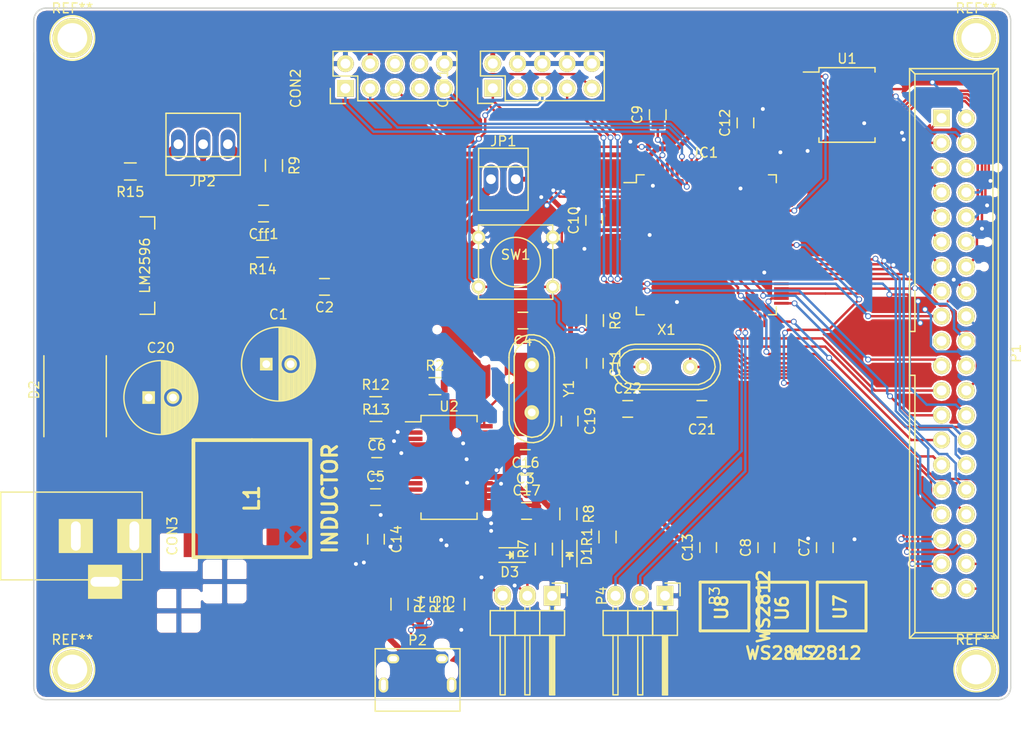
<source format=kicad_pcb>
(kicad_pcb (version 4) (host pcbnew 4.0.2+dfsg1-2~bpo8+1-stable)
  (layers (0 F.Cu signal) (31 B.Cu signal) (34 B.Paste user) (35 F.Paste user) (36 B.SilkS user) (37 F.SilkS user) (38 B.Mask user) (39 F.Mask user) (44 Edge.Cuts user))
  (net 0 "")
  (net 1 GND)
  (net 2 "Net-(CON1-Pad3)")
  (net 3 /Sheet56DEE0DD/SCK)
  (net 4 "Net-(C4-Pad1)")
  (net 5 "Net-(C9-Pad1)")
  (net 6 "Net-(C14-Pad1)")
  (net 7 /Sheet56DEE0DD/Sheet570520A0/RESET)
  (net 8 +3V3)
  (net 9 "Net-(C19-Pad1)")
  (net 10 "Net-(C21-Pad1)")
  (net 11 "Net-(C22-Pad1)")
  (net 12 /Sheet56D88A8D/FB)
  (net 13 /Sheet56DEE0DD/CS)
  (net 14 /Sheet56DEE0DD/Dout)
  (net 15 /Sheet56DEE0DD/TCK)
  (net 16 /Sheet56DEE0DD/TDO)
  (net 17 /Sheet56DEE0DD/TMS)
  (net 18 "Net-(CON2-Pad6)")
  (net 19 "Net-(CON2-Pad7)")
  (net 20 "Net-(CON2-Pad8)")
  (net 21 /Sheet56DEE0DD/TDI)
  (net 22 /Sheet56DEE0DD/Sheet570520A0/TXD)
  (net 23 "Net-(D1-Pad1)")
  (net 24 "Net-(D2-Pad2)")
  (net 25 /Sheet56DEE0DD/Sheet570520A0/RXD)
  (net 26 "Net-(D3-Pad1)")
  (net 27 "Net-(IC1-Pad1)")
  (net 28 "Net-(IC1-Pad4)")
  (net 29 "Net-(IC1-Pad5)")
  (net 30 "Net-(IC1-Pad6)")
  (net 31 "Net-(IC1-Pad7)")
  (net 32 "Net-(IC1-Pad8)")
  (net 33 "Net-(IC1-Pad9)")
  (net 34 "Net-(IC1-Pad12)")
  (net 35 "Net-(IC1-Pad13)")
  (net 36 "Net-(IC1-Pad14)")
  (net 37 "Net-(IC1-Pad15)")
  (net 38 "Net-(IC1-Pad16)")
  (net 39 "Net-(IC1-Pad17)")
  (net 40 "Net-(IC1-Pad18)")
  (net 41 /Sheet56DEE0DD/CE)
  (net 42 "Net-(IC1-Pad23)")
  (net 43 "Net-(IC1-Pad24)")
  (net 44 "Net-(IC1-Pad25)")
  (net 45 "Net-(IC1-Pad26)")
  (net 46 "Net-(IC1-Pad27)")
  (net 47 "Net-(IC1-Pad28)")
  (net 48 "Net-(IC1-Pad29)")
  (net 49 /Sheet56DEE0DD/CLK)
  (net 50 "Net-(IC1-Pad44)")
  (net 51 /Sheet56DEE0DD/RXD1)
  (net 52 /Sheet56DEE0DD/TXD1)
  (net 53 "Net-(IC1-Pad47)")
  (net 54 "Net-(IC1-Pad48)")
  (net 55 "Net-(IC1-Pad49)")
  (net 56 "Net-(IC1-Pad50)")
  (net 57 /Sheet56DEE0DD/WR)
  (net 58 /Sheet56DEE0DD/RD)
  (net 59 /Sheet56DEE0DD/A8)
  (net 60 /Sheet56DEE0DD/A9)
  (net 61 /Sheet56DEE0DD/A10)
  (net 62 /Sheet56DEE0DD/A11)
  (net 63 /Sheet56DEE0DD/A12)
  (net 64 /Sheet56DEE0DD/A13)
  (net 65 /Sheet56DEE0DD/A14)
  (net 66 /Sheet56DEE0DD/A15)
  (net 67 "Net-(IC1-Pad63)")
  (net 68 "Net-(IC1-Pad64)")
  (net 69 "Net-(IC1-Pad65)")
  (net 70 "Net-(IC1-Pad66)")
  (net 71 "Net-(IC1-Pad67)")
  (net 72 "Net-(IC1-Pad68)")
  (net 73 "Net-(IC1-Pad69)")
  (net 74 /Sheet56DEE0DD/ALE)
  (net 75 /Sheet56DEE0DD/D7)
  (net 76 /Sheet56DEE0DD/D6)
  (net 77 /Sheet56DEE0DD/D5)
  (net 78 /Sheet56DEE0DD/D4)
  (net 79 /Sheet56DEE0DD/D3)
  (net 80 /Sheet56DEE0DD/D2)
  (net 81 /Sheet56DEE0DD/D1)
  (net 82 /Sheet56DEE0DD/D0)
  (net 83 "Net-(IC1-Pad79)")
  (net 84 "Net-(IC1-Pad82)")
  (net 85 "Net-(IC1-Pad83)")
  (net 86 /Sheet56DEE0DD/34)
  (net 87 "Net-(IC1-Pad94)")
  (net 88 "Net-(IC1-Pad95)")
  (net 89 /Sheet56DEE0DD/Vcc)
  (net 90 /Sheet56D88A8D/Vin)
  (net 91 /Sheet56DEE0DD/A0)
  (net 92 /Sheet56DEE0DD/A1)
  (net 93 /Sheet56DEE0DD/A2)
  (net 94 /Sheet56DEE0DD/A3)
  (net 95 /Sheet56DEE0DD/A4)
  (net 96 /Sheet56DEE0DD/A5)
  (net 97 /Sheet56DEE0DD/A6)
  (net 98 /Sheet56DEE0DD/A7)
  (net 99 /Sheet56DEE0DD/CE2)
  (net 100 "Net-(P2-Pad2)")
  (net 101 "Net-(P2-Pad3)")
  (net 102 "Net-(P2-Pad4)")
  (net 103 "Net-(P2-Pad6)")
  (net 104 "Net-(R2-Pad1)")
  (net 105 /Sheet56DEE0DD/Sheet570520A0/D-)
  (net 106 /Sheet56DEE0DD/Sheet570520A0/D+)
  (net 107 "Net-(R8-Pad1)")
  (net 108 "Net-(R12-Pad2)")
  (net 109 "Net-(R13-Pad2)")
  (net 110 "Net-(U6-Pad1)")
  (net 111 "Net-(U6-Pad2)")
  (net 112 "Net-(U6-Pad4)")
  (net 113 "Net-(U7-Pad4)")
  (net 114 "Net-(U8-Pad4)")
  (net 115 "Net-(U1-Pad19)")
  (net 116 "Net-(U2-Pad3)")
  (net 117 "Net-(U2-Pad6)")
  (net 118 "Net-(U2-Pad9)")
  (net 119 "Net-(U2-Pad10)")
  (net 120 "Net-(U2-Pad11)")
  (net 121 "Net-(U2-Pad12)")
  (net 122 "Net-(U2-Pad13)")
  (net 123 "Net-(U2-Pad14)")
  (net 124 /Sheet56DEE0DD/39)
  (net 125 /Sheet56DEE0DD/37)
  (net 126 /Sheet56DEE0DD/36)
  (net 127 /Sheet56DEE0DD/35)
  (net 128 /Sheet56DEE0DD/40)
  (net 129 /Sheet56DEE0DD/38)
  (net 130 /Sheet56DEE0DD/CE1)
  (net 131 "Net-(IC1-Pad84)")
  (net 132 "Net-(IC1-Pad85)")
  (net 133 "Net-(IC1-Pad86)")
  (net 134 "Net-(IC1-Pad87)")
  (net 135 "Net-(IC1-Pad88)")
  (net 136 "Net-(IC1-Pad89)")
  (net 137 "Net-(JP2-Pad1)")
  (net 138 "Net-(IC1-Pad35)")
  (net 139 "Net-(P1-Pad19)")
  (net 140 "Net-(JP2-Pad3)")
  (net 141 +5V)
  (module Connect:IDC_Header_Straight_40pins (layer F.Cu) (at 195.82892 90.13444 270)
    (fp_text reference P1 (at 24.13 -7.62 270) (layer F.SilkS))
    (fp_text value CONN_02X20)
    (pad 1 thru_hole rect (at 0 0 270) (size 1.7272 1.7272) (drill 1.016) (layers *.Cu *.Mask F.SilkS) (net 82 /Sheet56DEE0DD/D0))
    (pad 2 thru_hole oval (at 0 -2.54 270) (size 1.7272 1.7272) (drill 1.016) (layers *.Cu *.Mask F.SilkS) (net 91 /Sheet56DEE0DD/A0))
    (pad 3 thru_hole oval (at 2.54 0 270) (size 1.7272 1.7272) (drill 1.016) (layers *.Cu *.Mask F.SilkS) (net 81 /Sheet56DEE0DD/D1))
    (pad 4 thru_hole oval (at 2.54 -2.54 270) (size 1.7272 1.7272) (drill 1.016) (layers *.Cu *.Mask F.SilkS) (net 92 /Sheet56DEE0DD/A1))
    (pad 5 thru_hole oval (at 5.08 0 270) (size 1.7272 1.7272) (drill 1.016) (layers *.Cu *.Mask F.SilkS) (net 80 /Sheet56DEE0DD/D2))
    (pad 6 thru_hole oval (at 5.08 -2.54 270) (size 1.7272 1.7272) (drill 1.016) (layers *.Cu *.Mask F.SilkS) (net 93 /Sheet56DEE0DD/A2))
    (pad 7 thru_hole oval (at 7.62 0 270) (size 1.7272 1.7272) (drill 1.016) (layers *.Cu *.Mask F.SilkS) (net 79 /Sheet56DEE0DD/D3))
    (pad 8 thru_hole oval (at 7.62 -2.54 270) (size 1.7272 1.7272) (drill 1.016) (layers *.Cu *.Mask F.SilkS) (net 94 /Sheet56DEE0DD/A3))
    (pad 9 thru_hole oval (at 10.16 0 270) (size 1.7272 1.7272) (drill 1.016) (layers *.Cu *.Mask F.SilkS) (net 78 /Sheet56DEE0DD/D4))
    (pad 10 thru_hole oval (at 10.16 -2.54 270) (size 1.7272 1.7272) (drill 1.016) (layers *.Cu *.Mask F.SilkS) (net 95 /Sheet56DEE0DD/A4))
    (pad 11 thru_hole oval (at 12.7 0 270) (size 1.7272 1.7272) (drill 1.016) (layers *.Cu *.Mask F.SilkS) (net 77 /Sheet56DEE0DD/D5))
    (pad 12 thru_hole oval (at 12.7 -2.54 270) (size 1.7272 1.7272) (drill 1.016) (layers *.Cu *.Mask F.SilkS) (net 96 /Sheet56DEE0DD/A5))
    (pad 13 thru_hole oval (at 15.24 0 270) (size 1.7272 1.7272) (drill 1.016) (layers *.Cu *.Mask F.SilkS) (net 76 /Sheet56DEE0DD/D6))
    (pad 14 thru_hole oval (at 15.24 -2.54 270) (size 1.7272 1.7272) (drill 1.016) (layers *.Cu *.Mask F.SilkS) (net 97 /Sheet56DEE0DD/A6))
    (pad 15 thru_hole oval (at 17.78 0 270) (size 1.7272 1.7272) (drill 1.016) (layers *.Cu *.Mask F.SilkS) (net 75 /Sheet56DEE0DD/D7))
    (pad 16 thru_hole oval (at 17.78 -2.54 270) (size 1.7272 1.7272) (drill 1.016) (layers *.Cu *.Mask F.SilkS) (net 98 /Sheet56DEE0DD/A7))
    (pad 17 thru_hole oval (at 20.32 0 270) (size 1.7272 1.7272) (drill 1.016) (layers *.Cu *.Mask F.SilkS) (net 13 /Sheet56DEE0DD/CS))
    (pad 18 thru_hole oval (at 20.32 -2.54 270) (size 1.7272 1.7272) (drill 1.016) (layers *.Cu *.Mask F.SilkS) (net 59 /Sheet56DEE0DD/A8))
    (pad 19 thru_hole oval (at 22.86 0 270) (size 1.7272 1.7272) (drill 1.016) (layers *.Cu *.Mask F.SilkS) (net 139 "Net-(P1-Pad19)"))
    (pad 20 thru_hole oval (at 22.86 -2.54 270) (size 1.7272 1.7272) (drill 1.016) (layers *.Cu *.Mask F.SilkS) (net 60 /Sheet56DEE0DD/A9))
    (pad 21 thru_hole oval (at 25.4 0 270) (size 1.7272 1.7272) (drill 1.016) (layers *.Cu *.Mask F.SilkS) (net 14 /Sheet56DEE0DD/Dout))
    (pad 22 thru_hole oval (at 25.4 -2.54 270) (size 1.7272 1.7272) (drill 1.016) (layers *.Cu *.Mask F.SilkS) (net 61 /Sheet56DEE0DD/A10))
    (pad 23 thru_hole oval (at 27.94 0 270) (size 1.7272 1.7272) (drill 1.016) (layers *.Cu *.Mask F.SilkS) (net 49 /Sheet56DEE0DD/CLK))
    (pad 24 thru_hole oval (at 27.94 -2.54 270) (size 1.7272 1.7272) (drill 1.016) (layers *.Cu *.Mask F.SilkS) (net 62 /Sheet56DEE0DD/A11))
    (pad 25 thru_hole oval (at 30.48 0 270) (size 1.7272 1.7272) (drill 1.016) (layers *.Cu *.Mask F.SilkS) (net 99 /Sheet56DEE0DD/CE2))
    (pad 26 thru_hole oval (at 30.48 -2.54 270) (size 1.7272 1.7272) (drill 1.016) (layers *.Cu *.Mask F.SilkS) (net 63 /Sheet56DEE0DD/A12))
    (pad 27 thru_hole oval (at 33.02 0 270) (size 1.7272 1.7272) (drill 1.016) (layers *.Cu *.Mask F.SilkS) (net 130 /Sheet56DEE0DD/CE1))
    (pad 28 thru_hole oval (at 33.02 -2.54 270) (size 1.7272 1.7272) (drill 1.016) (layers *.Cu *.Mask F.SilkS) (net 64 /Sheet56DEE0DD/A13))
    (pad 29 thru_hole oval (at 35.56 0 270) (size 1.7272 1.7272) (drill 1.016) (layers *.Cu *.Mask F.SilkS) (net 41 /Sheet56DEE0DD/CE))
    (pad 30 thru_hole oval (at 35.56 -2.54 270) (size 1.7272 1.7272) (drill 1.016) (layers *.Cu *.Mask F.SilkS) (net 65 /Sheet56DEE0DD/A14))
    (pad 31 thru_hole oval (at 38.1 0 270) (size 1.7272 1.7272) (drill 1.016) (layers *.Cu *.Mask F.SilkS) (net 57 /Sheet56DEE0DD/WR))
    (pad 32 thru_hole oval (at 38.1 -2.54 270) (size 1.7272 1.7272) (drill 1.016) (layers *.Cu *.Mask F.SilkS) (net 66 /Sheet56DEE0DD/A15))
    (pad 33 thru_hole oval (at 40.64 0 270) (size 1.7272 1.7272) (drill 1.016) (layers *.Cu *.Mask F.SilkS) (net 58 /Sheet56DEE0DD/RD))
    (pad 34 thru_hole oval (at 40.64 -2.54 270) (size 1.7272 1.7272) (drill 1.016) (layers *.Cu *.Mask F.SilkS) (net 86 /Sheet56DEE0DD/34))
    (pad 35 thru_hole oval (at 43.18 0 270) (size 1.7272 1.7272) (drill 1.016) (layers *.Cu *.Mask F.SilkS) (net 127 /Sheet56DEE0DD/35))
    (pad 36 thru_hole oval (at 43.18 -2.54 270) (size 1.7272 1.7272) (drill 1.016) (layers *.Cu *.Mask F.SilkS) (net 126 /Sheet56DEE0DD/36))
    (pad 37 thru_hole oval (at 45.72 0 270) (size 1.7272 1.7272) (drill 1.016) (layers *.Cu *.Mask F.SilkS) (net 125 /Sheet56DEE0DD/37))
    (pad 38 thru_hole oval (at 45.72 -2.54 270) (size 1.7272 1.7272) (drill 1.016) (layers *.Cu *.Mask F.SilkS) (net 129 /Sheet56DEE0DD/38))
    (pad 39 thru_hole oval (at 48.26 0 270) (size 1.7272 1.7272) (drill 1.016) (layers *.Cu *.Mask F.SilkS) (net 124 /Sheet56DEE0DD/39))
    (pad 40 thru_hole oval (at 48.26 -2.54 270) (size 1.7272 1.7272) (drill 1.016) (layers *.Cu *.Mask F.SilkS) (net 128 /Sheet56DEE0DD/40))
  )
  (module Crystals:Crystal_HC49-U_Vertical (layer F.Cu) (at 153.797 117.8814 270)
    (fp_text reference Y1 (at 0 -3.81 270) (layer F.SilkS))
    (fp_text value CRYSTAL)
    (pad 1 thru_hole circle (at -2.44094 0 270) (size 1.50114 1.50114) (drill 0.8001) (layers *.Cu *.Mask F.SilkS) (net 4 "Net-(C4-Pad1)"))
    (pad 2 thru_hole circle (at 2.44094 0 270) (size 1.50114 1.50114) (drill 0.8001) (layers *.Cu *.Mask F.SilkS) (net 9 "Net-(C19-Pad1)"))
  )
  (module Housings_SSOP:SSOP-28_5.3x10.2mm_Pitch0.65mm (layer F.Cu) (at 145.3134 125.9586)
    (fp_text reference U2 (at 0 -6.25) (layer F.SilkS))
    (fp_text value PL2303)
    (pad 1 smd rect (at -3.6 -4.225) (size 1.75 0.45) (layers F.Cu F.Paste F.Mask) (net 108 "Net-(R12-Pad2)"))
    (pad 2 smd rect (at -3.6 -3.575) (size 1.75 0.45) (layers F.Cu F.Paste F.Mask) (net 6 "Net-(C14-Pad1)"))
    (pad 3 smd rect (at -3.6 -2.925) (size 1.75 0.45) (layers F.Cu F.Paste F.Mask) (net 116 "Net-(U2-Pad3)"))
    (pad 4 smd rect (at -3.6 -2.275) (size 1.75 0.45) (layers F.Cu F.Paste F.Mask) (net 141 +5V))
    (pad 5 smd rect (at -3.6 -1.625) (size 1.75 0.45) (layers F.Cu F.Paste F.Mask) (net 109 "Net-(R13-Pad2)"))
    (pad 6 smd rect (at -3.6 -0.975) (size 1.75 0.45) (layers F.Cu F.Paste F.Mask) (net 117 "Net-(U2-Pad6)"))
    (pad 7 smd rect (at -3.6 -0.325) (size 1.75 0.45) (layers F.Cu F.Paste F.Mask) (net 1 GND))
    (pad 8 smd rect (at -3.6 0.325) (size 1.75 0.45) (layers F.Cu F.Paste F.Mask) (net 141 +5V))
    (pad 9 smd rect (at -3.6 0.975) (size 1.75 0.45) (layers F.Cu F.Paste F.Mask) (net 118 "Net-(U2-Pad9)"))
    (pad 10 smd rect (at -3.6 1.625) (size 1.75 0.45) (layers F.Cu F.Paste F.Mask) (net 119 "Net-(U2-Pad10)"))
    (pad 11 smd rect (at -3.6 2.275) (size 1.75 0.45) (layers F.Cu F.Paste F.Mask) (net 120 "Net-(U2-Pad11)"))
    (pad 12 smd rect (at -3.6 2.925) (size 1.75 0.45) (layers F.Cu F.Paste F.Mask) (net 121 "Net-(U2-Pad12)"))
    (pad 13 smd rect (at -3.6 3.575) (size 1.75 0.45) (layers F.Cu F.Paste F.Mask) (net 122 "Net-(U2-Pad13)"))
    (pad 14 smd rect (at -3.6 4.225) (size 1.75 0.45) (layers F.Cu F.Paste F.Mask) (net 123 "Net-(U2-Pad14)"))
    (pad 15 smd rect (at 3.6 4.225) (size 1.75 0.45) (layers F.Cu F.Paste F.Mask) (net 106 /Sheet56DEE0DD/Sheet570520A0/D+))
    (pad 16 smd rect (at 3.6 3.575) (size 1.75 0.45) (layers F.Cu F.Paste F.Mask) (net 105 /Sheet56DEE0DD/Sheet570520A0/D-))
    (pad 17 smd rect (at 3.6 2.925) (size 1.75 0.45) (layers F.Cu F.Paste F.Mask) (net 8 +3V3))
    (pad 18 smd rect (at 3.6 2.275) (size 1.75 0.45) (layers F.Cu F.Paste F.Mask) (net 1 GND))
    (pad 19 smd rect (at 3.6 1.625) (size 1.75 0.45) (layers F.Cu F.Paste F.Mask) (net 7 /Sheet56DEE0DD/Sheet570520A0/RESET))
    (pad 20 smd rect (at 3.6 0.975) (size 1.75 0.45) (layers F.Cu F.Paste F.Mask) (net 141 +5V))
    (pad 21 smd rect (at 3.6 0.325) (size 1.75 0.45) (layers F.Cu F.Paste F.Mask) (net 1 GND))
    (pad 22 smd rect (at 3.6 -0.325) (size 1.75 0.45) (layers F.Cu F.Paste F.Mask) (net 107 "Net-(R8-Pad1)"))
    (pad 23 smd rect (at 3.6 -0.975) (size 1.75 0.45) (layers F.Cu F.Paste F.Mask) (net 104 "Net-(R2-Pad1)"))
    (pad 24 smd rect (at 3.6 -1.625) (size 1.75 0.45) (layers F.Cu F.Paste F.Mask) (net 141 +5V))
    (pad 25 smd rect (at 3.6 -2.275) (size 1.75 0.45) (layers F.Cu F.Paste F.Mask) (net 1 GND))
    (pad 26 smd rect (at 3.6 -2.925) (size 1.75 0.45) (layers F.Cu F.Paste F.Mask) (net 1 GND))
    (pad 27 smd rect (at 3.6 -3.575) (size 1.75 0.45) (layers F.Cu F.Paste F.Mask) (net 9 "Net-(C19-Pad1)"))
    (pad 28 smd rect (at 3.6 -4.225) (size 1.75 0.45) (layers F.Cu F.Paste F.Mask) (net 4 "Net-(C4-Pad1)"))
  )
  (module Connect:USB_Micro-B (layer F.Cu) (at 142.0876 147.1422)
    (fp_text reference P2 (at 0 -3.45) (layer F.SilkS))
    (fp_text value USB_OTG)
    (pad 1 smd rect (at -1.3009 -1.56254 90) (size 1.35 0.4) (layers F.Cu F.Paste F.Mask) (net 141 +5V))
    (pad 2 smd rect (at -0.6509 -1.56254 90) (size 1.35 0.4) (layers F.Cu F.Paste F.Mask) (net 100 "Net-(P2-Pad2)"))
    (pad 3 smd rect (at -0.0009 -1.56254 90) (size 1.35 0.4) (layers F.Cu F.Paste F.Mask) (net 101 "Net-(P2-Pad3)"))
    (pad 4 smd rect (at 0.6491 -1.56254 90) (size 1.35 0.4) (layers F.Cu F.Paste F.Mask) (net 102 "Net-(P2-Pad4)"))
    (pad 5 smd rect (at 1.2991 -1.56254 90) (size 1.35 0.4) (layers F.Cu F.Paste F.Mask) (net 1 GND))
    (pad 6 thru_hole oval (at -2.5009 -1.56254 90) (size 0.95 1.25) (drill oval 0.55 0.85) (layers *.Cu *.Mask F.SilkS) (net 103 "Net-(P2-Pad6)"))
    (pad 6 thru_hole oval (at 2.4991 -1.56254 90) (size 0.95 1.25) (drill oval 0.55 0.85) (layers *.Cu *.Mask F.SilkS) (net 103 "Net-(P2-Pad6)"))
    (pad 6 thru_hole oval (at -3.5009 1.13746 90) (size 1.55 1) (drill oval 1.15 0.5) (layers *.Cu *.Mask F.SilkS) (net 103 "Net-(P2-Pad6)"))
    (pad 6 thru_hole oval (at 3.4991 1.13746 90) (size 1.55 1) (drill oval 1.15 0.5) (layers *.Cu *.Mask F.SilkS) (net 103 "Net-(P2-Pad6)"))
  )
  (module Connect:PINHEAD1-3 (layer F.Cu) (at 120.0912 92.8116 180)
    (fp_text reference JP2 (at 0.05 -3.8 180) (layer F.SilkS))
    (fp_text value JUMPER3)
    (pad 1 thru_hole oval (at -2.54 0 180) (size 1.50622 3.01498) (drill 0.99822) (layers *.Cu *.Mask) (net 137 "Net-(JP2-Pad1)"))
    (pad 2 thru_hole oval (at 0 0 180) (size 1.50622 3.01498) (drill 0.99822) (layers *.Cu *.Mask) (net 12 /Sheet56D88A8D/FB))
    (pad 3 thru_hole oval (at 2.54 0 180) (size 1.50622 3.01498) (drill 0.99822) (layers *.Cu *.Mask) (net 140 "Net-(JP2-Pad3)"))
  )
  (module Housings_QFP:TQFP-100_14x14mm_Pitch0.5mm (layer F.Cu) (at 171.704 103.124)
    (fp_text reference IC1 (at 0 -9.45) (layer F.SilkS))
    (fp_text value ATMEGA1280-A)
    (pad 1 smd rect (at -7.7 -6) (size 1.5 0.3) (layers F.Cu F.Paste F.Mask) (net 27 "Net-(IC1-Pad1)"))
    (pad 2 smd rect (at -7.7 -5.5) (size 1.5 0.3) (layers F.Cu F.Paste F.Mask) (net 25 /Sheet56DEE0DD/Sheet570520A0/RXD))
    (pad 3 smd rect (at -7.7 -5) (size 1.5 0.3) (layers F.Cu F.Paste F.Mask) (net 22 /Sheet56DEE0DD/Sheet570520A0/TXD))
    (pad 4 smd rect (at -7.7 -4.5) (size 1.5 0.3) (layers F.Cu F.Paste F.Mask) (net 28 "Net-(IC1-Pad4)"))
    (pad 5 smd rect (at -7.7 -4) (size 1.5 0.3) (layers F.Cu F.Paste F.Mask) (net 29 "Net-(IC1-Pad5)"))
    (pad 6 smd rect (at -7.7 -3.5) (size 1.5 0.3) (layers F.Cu F.Paste F.Mask) (net 30 "Net-(IC1-Pad6)"))
    (pad 7 smd rect (at -7.7 -3) (size 1.5 0.3) (layers F.Cu F.Paste F.Mask) (net 31 "Net-(IC1-Pad7)"))
    (pad 8 smd rect (at -7.7 -2.5) (size 1.5 0.3) (layers F.Cu F.Paste F.Mask) (net 32 "Net-(IC1-Pad8)"))
    (pad 9 smd rect (at -7.7 -2) (size 1.5 0.3) (layers F.Cu F.Paste F.Mask) (net 33 "Net-(IC1-Pad9)"))
    (pad 10 smd rect (at -7.7 -1.5) (size 1.5 0.3) (layers F.Cu F.Paste F.Mask) (net 141 +5V))
    (pad 11 smd rect (at -7.7 -1) (size 1.5 0.3) (layers F.Cu F.Paste F.Mask) (net 1 GND))
    (pad 12 smd rect (at -7.7 -0.5) (size 1.5 0.3) (layers F.Cu F.Paste F.Mask) (net 34 "Net-(IC1-Pad12)"))
    (pad 13 smd rect (at -7.7 0) (size 1.5 0.3) (layers F.Cu F.Paste F.Mask) (net 35 "Net-(IC1-Pad13)"))
    (pad 14 smd rect (at -7.7 0.5) (size 1.5 0.3) (layers F.Cu F.Paste F.Mask) (net 36 "Net-(IC1-Pad14)"))
    (pad 15 smd rect (at -7.7 1) (size 1.5 0.3) (layers F.Cu F.Paste F.Mask) (net 37 "Net-(IC1-Pad15)"))
    (pad 16 smd rect (at -7.7 1.5) (size 1.5 0.3) (layers F.Cu F.Paste F.Mask) (net 38 "Net-(IC1-Pad16)"))
    (pad 17 smd rect (at -7.7 2) (size 1.5 0.3) (layers F.Cu F.Paste F.Mask) (net 39 "Net-(IC1-Pad17)"))
    (pad 18 smd rect (at -7.7 2.5) (size 1.5 0.3) (layers F.Cu F.Paste F.Mask) (net 40 "Net-(IC1-Pad18)"))
    (pad 19 smd rect (at -7.7 3) (size 1.5 0.3) (layers F.Cu F.Paste F.Mask) (net 41 /Sheet56DEE0DD/CE))
    (pad 20 smd rect (at -7.7 3.5) (size 1.5 0.3) (layers F.Cu F.Paste F.Mask) (net 3 /Sheet56DEE0DD/SCK))
    (pad 21 smd rect (at -7.7 4) (size 1.5 0.3) (layers F.Cu F.Paste F.Mask) (net 13 /Sheet56DEE0DD/CS))
    (pad 22 smd rect (at -7.7 4.5) (size 1.5 0.3) (layers F.Cu F.Paste F.Mask) (net 14 /Sheet56DEE0DD/Dout))
    (pad 23 smd rect (at -7.7 5) (size 1.5 0.3) (layers F.Cu F.Paste F.Mask) (net 42 "Net-(IC1-Pad23)"))
    (pad 24 smd rect (at -7.7 5.5) (size 1.5 0.3) (layers F.Cu F.Paste F.Mask) (net 43 "Net-(IC1-Pad24)"))
    (pad 25 smd rect (at -7.7 6) (size 1.5 0.3) (layers F.Cu F.Paste F.Mask) (net 44 "Net-(IC1-Pad25)"))
    (pad 26 smd rect (at -6 7.7 90) (size 1.5 0.3) (layers F.Cu F.Paste F.Mask) (net 45 "Net-(IC1-Pad26)"))
    (pad 27 smd rect (at -5.5 7.7 90) (size 1.5 0.3) (layers F.Cu F.Paste F.Mask) (net 46 "Net-(IC1-Pad27)"))
    (pad 28 smd rect (at -5 7.7 90) (size 1.5 0.3) (layers F.Cu F.Paste F.Mask) (net 47 "Net-(IC1-Pad28)"))
    (pad 29 smd rect (at -4.5 7.7 90) (size 1.5 0.3) (layers F.Cu F.Paste F.Mask) (net 48 "Net-(IC1-Pad29)"))
    (pad 30 smd rect (at -4 7.7 90) (size 1.5 0.3) (layers F.Cu F.Paste F.Mask) (net 7 /Sheet56DEE0DD/Sheet570520A0/RESET))
    (pad 31 smd rect (at -3.5 7.7 90) (size 1.5 0.3) (layers F.Cu F.Paste F.Mask) (net 141 +5V))
    (pad 32 smd rect (at -3 7.7 90) (size 1.5 0.3) (layers F.Cu F.Paste F.Mask) (net 1 GND))
    (pad 33 smd rect (at -2.5 7.7 90) (size 1.5 0.3) (layers F.Cu F.Paste F.Mask) (net 11 "Net-(C22-Pad1)"))
    (pad 34 smd rect (at -2 7.7 90) (size 1.5 0.3) (layers F.Cu F.Paste F.Mask) (net 10 "Net-(C21-Pad1)"))
    (pad 35 smd rect (at -1.5 7.7 90) (size 1.5 0.3) (layers F.Cu F.Paste F.Mask) (net 138 "Net-(IC1-Pad35)"))
    (pad 36 smd rect (at -1 7.7 90) (size 1.5 0.3) (layers F.Cu F.Paste F.Mask) (net 127 /Sheet56DEE0DD/35))
    (pad 37 smd rect (at -0.5 7.7 90) (size 1.5 0.3) (layers F.Cu F.Paste F.Mask) (net 126 /Sheet56DEE0DD/36))
    (pad 38 smd rect (at 0 7.7 90) (size 1.5 0.3) (layers F.Cu F.Paste F.Mask) (net 125 /Sheet56DEE0DD/37))
    (pad 39 smd rect (at 0.5 7.7 90) (size 1.5 0.3) (layers F.Cu F.Paste F.Mask) (net 124 /Sheet56DEE0DD/39))
    (pad 40 smd rect (at 1 7.7 90) (size 1.5 0.3) (layers F.Cu F.Paste F.Mask) (net 86 /Sheet56DEE0DD/34))
    (pad 41 smd rect (at 1.5 7.7 90) (size 1.5 0.3) (layers F.Cu F.Paste F.Mask) (net 129 /Sheet56DEE0DD/38))
    (pad 42 smd rect (at 2 7.7 90) (size 1.5 0.3) (layers F.Cu F.Paste F.Mask) (net 128 /Sheet56DEE0DD/40))
    (pad 43 smd rect (at 2.5 7.7 90) (size 1.5 0.3) (layers F.Cu F.Paste F.Mask) (net 49 /Sheet56DEE0DD/CLK))
    (pad 44 smd rect (at 3 7.7 90) (size 1.5 0.3) (layers F.Cu F.Paste F.Mask) (net 50 "Net-(IC1-Pad44)"))
    (pad 45 smd rect (at 3.5 7.7 90) (size 1.5 0.3) (layers F.Cu F.Paste F.Mask) (net 51 /Sheet56DEE0DD/RXD1))
    (pad 46 smd rect (at 4 7.7 90) (size 1.5 0.3) (layers F.Cu F.Paste F.Mask) (net 52 /Sheet56DEE0DD/TXD1))
    (pad 47 smd rect (at 4.5 7.7 90) (size 1.5 0.3) (layers F.Cu F.Paste F.Mask) (net 53 "Net-(IC1-Pad47)"))
    (pad 48 smd rect (at 5 7.7 90) (size 1.5 0.3) (layers F.Cu F.Paste F.Mask) (net 54 "Net-(IC1-Pad48)"))
    (pad 49 smd rect (at 5.5 7.7 90) (size 1.5 0.3) (layers F.Cu F.Paste F.Mask) (net 55 "Net-(IC1-Pad49)"))
    (pad 50 smd rect (at 6 7.7 90) (size 1.5 0.3) (layers F.Cu F.Paste F.Mask) (net 56 "Net-(IC1-Pad50)"))
    (pad 51 smd rect (at 7.7 6) (size 1.5 0.3) (layers F.Cu F.Paste F.Mask) (net 57 /Sheet56DEE0DD/WR))
    (pad 52 smd rect (at 7.7 5.5) (size 1.5 0.3) (layers F.Cu F.Paste F.Mask) (net 58 /Sheet56DEE0DD/RD))
    (pad 53 smd rect (at 7.7 5) (size 1.5 0.3) (layers F.Cu F.Paste F.Mask) (net 59 /Sheet56DEE0DD/A8))
    (pad 54 smd rect (at 7.7 4.5) (size 1.5 0.3) (layers F.Cu F.Paste F.Mask) (net 60 /Sheet56DEE0DD/A9))
    (pad 55 smd rect (at 7.7 4) (size 1.5 0.3) (layers F.Cu F.Paste F.Mask) (net 61 /Sheet56DEE0DD/A10))
    (pad 56 smd rect (at 7.7 3.5) (size 1.5 0.3) (layers F.Cu F.Paste F.Mask) (net 62 /Sheet56DEE0DD/A11))
    (pad 57 smd rect (at 7.7 3) (size 1.5 0.3) (layers F.Cu F.Paste F.Mask) (net 63 /Sheet56DEE0DD/A12))
    (pad 58 smd rect (at 7.7 2.5) (size 1.5 0.3) (layers F.Cu F.Paste F.Mask) (net 64 /Sheet56DEE0DD/A13))
    (pad 59 smd rect (at 7.7 2) (size 1.5 0.3) (layers F.Cu F.Paste F.Mask) (net 65 /Sheet56DEE0DD/A14))
    (pad 60 smd rect (at 7.7 1.5) (size 1.5 0.3) (layers F.Cu F.Paste F.Mask) (net 66 /Sheet56DEE0DD/A15))
    (pad 61 smd rect (at 7.7 1) (size 1.5 0.3) (layers F.Cu F.Paste F.Mask))
    (pad 62 smd rect (at 7.7 0.5) (size 1.5 0.3) (layers F.Cu F.Paste F.Mask))
    (pad 63 smd rect (at 7.7 0) (size 1.5 0.3) (layers F.Cu F.Paste F.Mask) (net 67 "Net-(IC1-Pad63)"))
    (pad 64 smd rect (at 7.7 -0.5) (size 1.5 0.3) (layers F.Cu F.Paste F.Mask) (net 68 "Net-(IC1-Pad64)"))
    (pad 65 smd rect (at 7.7 -1) (size 1.5 0.3) (layers F.Cu F.Paste F.Mask) (net 69 "Net-(IC1-Pad65)"))
    (pad 66 smd rect (at 7.7 -1.5) (size 1.5 0.3) (layers F.Cu F.Paste F.Mask) (net 70 "Net-(IC1-Pad66)"))
    (pad 67 smd rect (at 7.7 -2) (size 1.5 0.3) (layers F.Cu F.Paste F.Mask) (net 71 "Net-(IC1-Pad67)"))
    (pad 68 smd rect (at 7.7 -2.5) (size 1.5 0.3) (layers F.Cu F.Paste F.Mask) (net 72 "Net-(IC1-Pad68)"))
    (pad 69 smd rect (at 7.7 -3) (size 1.5 0.3) (layers F.Cu F.Paste F.Mask) (net 73 "Net-(IC1-Pad69)"))
    (pad 70 smd rect (at 7.7 -3.5) (size 1.5 0.3) (layers F.Cu F.Paste F.Mask) (net 74 /Sheet56DEE0DD/ALE))
    (pad 71 smd rect (at 7.7 -4) (size 1.5 0.3) (layers F.Cu F.Paste F.Mask) (net 75 /Sheet56DEE0DD/D7))
    (pad 72 smd rect (at 7.7 -4.5) (size 1.5 0.3) (layers F.Cu F.Paste F.Mask) (net 76 /Sheet56DEE0DD/D6))
    (pad 73 smd rect (at 7.7 -5) (size 1.5 0.3) (layers F.Cu F.Paste F.Mask) (net 77 /Sheet56DEE0DD/D5))
    (pad 74 smd rect (at 7.7 -5.5) (size 1.5 0.3) (layers F.Cu F.Paste F.Mask) (net 78 /Sheet56DEE0DD/D4))
    (pad 75 smd rect (at 7.7 -6) (size 1.5 0.3) (layers F.Cu F.Paste F.Mask) (net 79 /Sheet56DEE0DD/D3))
    (pad 76 smd rect (at 6 -7.7 90) (size 1.5 0.3) (layers F.Cu F.Paste F.Mask) (net 80 /Sheet56DEE0DD/D2))
    (pad 77 smd rect (at 5.5 -7.7 90) (size 1.5 0.3) (layers F.Cu F.Paste F.Mask) (net 81 /Sheet56DEE0DD/D1))
    (pad 78 smd rect (at 5 -7.7 90) (size 1.5 0.3) (layers F.Cu F.Paste F.Mask) (net 82 /Sheet56DEE0DD/D0))
    (pad 79 smd rect (at 4.5 -7.7 90) (size 1.5 0.3) (layers F.Cu F.Paste F.Mask) (net 83 "Net-(IC1-Pad79)"))
    (pad 80 smd rect (at 4 -7.7 90) (size 1.5 0.3) (layers F.Cu F.Paste F.Mask) (net 141 +5V))
    (pad 81 smd rect (at 3.5 -7.7 90) (size 1.5 0.3) (layers F.Cu F.Paste F.Mask) (net 1 GND))
    (pad 82 smd rect (at 3 -7.7 90) (size 1.5 0.3) (layers F.Cu F.Paste F.Mask) (net 84 "Net-(IC1-Pad82)"))
    (pad 83 smd rect (at 2.5 -7.7 90) (size 1.5 0.3) (layers F.Cu F.Paste F.Mask) (net 85 "Net-(IC1-Pad83)"))
    (pad 84 smd rect (at 2 -7.7 90) (size 1.5 0.3) (layers F.Cu F.Paste F.Mask) (net 131 "Net-(IC1-Pad84)"))
    (pad 85 smd rect (at 1.5 -7.7 90) (size 1.5 0.3) (layers F.Cu F.Paste F.Mask) (net 132 "Net-(IC1-Pad85)"))
    (pad 86 smd rect (at 1 -7.7 90) (size 1.5 0.3) (layers F.Cu F.Paste F.Mask) (net 133 "Net-(IC1-Pad86)"))
    (pad 87 smd rect (at 0.5 -7.7 90) (size 1.5 0.3) (layers F.Cu F.Paste F.Mask) (net 134 "Net-(IC1-Pad87)"))
    (pad 88 smd rect (at 0 -7.7 90) (size 1.5 0.3) (layers F.Cu F.Paste F.Mask) (net 135 "Net-(IC1-Pad88)"))
    (pad 89 smd rect (at -0.5 -7.7 90) (size 1.5 0.3) (layers F.Cu F.Paste F.Mask) (net 136 "Net-(IC1-Pad89)"))
    (pad 90 smd rect (at -1 -7.7 90) (size 1.5 0.3) (layers F.Cu F.Paste F.Mask) (net 21 /Sheet56DEE0DD/TDI))
    (pad 91 smd rect (at -1.5 -7.7 90) (size 1.5 0.3) (layers F.Cu F.Paste F.Mask) (net 16 /Sheet56DEE0DD/TDO))
    (pad 92 smd rect (at -2 -7.7 90) (size 1.5 0.3) (layers F.Cu F.Paste F.Mask) (net 17 /Sheet56DEE0DD/TMS))
    (pad 93 smd rect (at -2.5 -7.7 90) (size 1.5 0.3) (layers F.Cu F.Paste F.Mask) (net 15 /Sheet56DEE0DD/TCK))
    (pad 94 smd rect (at -3 -7.7 90) (size 1.5 0.3) (layers F.Cu F.Paste F.Mask) (net 87 "Net-(IC1-Pad94)"))
    (pad 95 smd rect (at -3.5 -7.7 90) (size 1.5 0.3) (layers F.Cu F.Paste F.Mask) (net 88 "Net-(IC1-Pad95)"))
    (pad 96 smd rect (at -4 -7.7 90) (size 1.5 0.3) (layers F.Cu F.Paste F.Mask) (net 99 /Sheet56DEE0DD/CE2))
    (pad 97 smd rect (at -4.5 -7.7 90) (size 1.5 0.3) (layers F.Cu F.Paste F.Mask) (net 130 /Sheet56DEE0DD/CE1))
    (pad 98 smd rect (at -5 -7.7 90) (size 1.5 0.3) (layers F.Cu F.Paste F.Mask) (net 5 "Net-(C9-Pad1)"))
    (pad 99 smd rect (at -5.5 -7.7 90) (size 1.5 0.3) (layers F.Cu F.Paste F.Mask) (net 1 GND))
    (pad 100 smd rect (at -6 -7.7 90) (size 1.5 0.3) (layers F.Cu F.Paste F.Mask) (net 141 +5V))
  )
  (module Housings_SSOP:SSOP-20_5.3x7.2mm_Pitch0.65mm (layer F.Cu) (at 186.1312 88.78316)
    (fp_text reference U1 (at 0 -4.75) (layer F.SilkS))
    (fp_text value 74HCT541_PWR)
    (pad 1 smd rect (at -3.6 -2.925) (size 1.75 0.45) (layers F.Cu F.Paste F.Mask) (net 74 /Sheet56DEE0DD/ALE))
    (pad 2 smd rect (at -3.6 -2.275) (size 1.75 0.45) (layers F.Cu F.Paste F.Mask) (net 82 /Sheet56DEE0DD/D0))
    (pad 3 smd rect (at -3.6 -1.625) (size 1.75 0.45) (layers F.Cu F.Paste F.Mask) (net 81 /Sheet56DEE0DD/D1))
    (pad 4 smd rect (at -3.6 -0.975) (size 1.75 0.45) (layers F.Cu F.Paste F.Mask) (net 80 /Sheet56DEE0DD/D2))
    (pad 5 smd rect (at -3.6 -0.325) (size 1.75 0.45) (layers F.Cu F.Paste F.Mask) (net 79 /Sheet56DEE0DD/D3))
    (pad 6 smd rect (at -3.6 0.325) (size 1.75 0.45) (layers F.Cu F.Paste F.Mask) (net 78 /Sheet56DEE0DD/D4))
    (pad 7 smd rect (at -3.6 0.975) (size 1.75 0.45) (layers F.Cu F.Paste F.Mask) (net 77 /Sheet56DEE0DD/D5))
    (pad 8 smd rect (at -3.6 1.625) (size 1.75 0.45) (layers F.Cu F.Paste F.Mask) (net 76 /Sheet56DEE0DD/D6))
    (pad 9 smd rect (at -3.6 2.275) (size 1.75 0.45) (layers F.Cu F.Paste F.Mask) (net 75 /Sheet56DEE0DD/D7))
    (pad 10 smd rect (at -3.6 2.925) (size 1.75 0.45) (layers F.Cu F.Paste F.Mask) (net 1 GND))
    (pad 11 smd rect (at 3.6 2.925) (size 1.75 0.45) (layers F.Cu F.Paste F.Mask) (net 98 /Sheet56DEE0DD/A7))
    (pad 12 smd rect (at 3.6 2.275) (size 1.75 0.45) (layers F.Cu F.Paste F.Mask) (net 97 /Sheet56DEE0DD/A6))
    (pad 13 smd rect (at 3.6 1.625) (size 1.75 0.45) (layers F.Cu F.Paste F.Mask) (net 96 /Sheet56DEE0DD/A5))
    (pad 14 smd rect (at 3.6 0.975) (size 1.75 0.45) (layers F.Cu F.Paste F.Mask) (net 95 /Sheet56DEE0DD/A4))
    (pad 15 smd rect (at 3.6 0.325) (size 1.75 0.45) (layers F.Cu F.Paste F.Mask) (net 94 /Sheet56DEE0DD/A3))
    (pad 16 smd rect (at 3.6 -0.325) (size 1.75 0.45) (layers F.Cu F.Paste F.Mask) (net 93 /Sheet56DEE0DD/A2))
    (pad 17 smd rect (at 3.6 -0.975) (size 1.75 0.45) (layers F.Cu F.Paste F.Mask) (net 92 /Sheet56DEE0DD/A1))
    (pad 18 smd rect (at 3.6 -1.625) (size 1.75 0.45) (layers F.Cu F.Paste F.Mask) (net 91 /Sheet56DEE0DD/A0))
    (pad 19 smd rect (at 3.6 -2.275) (size 1.75 0.45) (layers F.Cu F.Paste F.Mask) (net 115 "Net-(U1-Pad19)"))
    (pad 20 smd rect (at 3.6 -2.925) (size 1.75 0.45) (layers F.Cu F.Paste F.Mask) (net 141 +5V))
  )
  (module TO_SOT_Packages_SMD:TO-263-5Lead (layer F.Cu) (at 117.6274 105.2576 180)
    (fp_text reference LM2596 (at 3.5 0 270) (layer F.SilkS))
    (fp_text value LM2596)
    (pad 5 smd rect (at 0 3.4 180) (size 4.6 1.1) (layers F.Cu F.Paste F.Mask) (net 1 GND))
    (pad 4 smd rect (at 0 1.7 180) (size 4.6 1.1) (layers F.Cu F.Paste F.Mask) (net 12 /Sheet56D88A8D/FB))
    (pad 2 smd rect (at 0 -1.7 180) (size 4.6 1.1) (layers F.Cu F.Paste F.Mask) (net 24 "Net-(D2-Pad2)"))
    (pad 3 smd rect (at 9.15 0 180) (size 9.4 10.8) (layers F.Cu F.Paste F.Mask) (net 1 GND))
    (pad 3 smd rect (at 0 0 180) (size 4.6 1.1) (layers F.Cu F.Paste F.Mask) (net 1 GND))
    (pad 1 smd rect (at 0 -3.4 180) (size 4.6 1.1) (layers F.Cu F.Paste F.Mask) (net 90 /Sheet56D88A8D/Vin))
  )
  (module Diodes_SMD:DO-214AB (layer F.Cu) (at 106.9594 118.0084 90)
    (fp_text reference D2 (at 0 -4.2 90) (layer F.SilkS))
    (fp_text value DIODESCH)
    (pad 2 smd rect (at 3.6 0 90) (size 2.6 3.2) (layers F.Cu F.Paste F.Mask) (net 24 "Net-(D2-Pad2)"))
    (pad 1 smd rect (at -3.6 0 90) (size 2.6 3.2) (layers F.Cu F.Paste F.Mask) (net 1 GND))
  )
  (module 5050:5050 (layer F.Cu) (at 179.578948 140.233004 90)
    (fp_text reference U6 (at -0.1524 -0.1016 90) (layer F.SilkS) (effects (font (size 1.27 1.27) (thickness 0.254))))
    (fp_text value WS2812 (at -4.7752 -0.1016 180) (layer F.SilkS) (effects (font (size 1.27 1.27) (thickness 0.254))))
    (pad 4 smd rect (at -2.49936 -1.69926 90) (size 1.50114 1.00076) (layers F.Cu F.Paste F.Mask) (net 112 "Net-(U6-Pad4)"))
    (pad 6 smd rect (at -2.49936 1.4986 90) (size 1.50114 1.00076) (layers F.Cu F.Paste F.Mask) (net 1 GND))
    (pad 5 smd rect (at -2.49936 -0.09906 90) (size 1.50114 1.00076) (layers F.Cu F.Paste F.Mask) (net 141 +5V))
    (pad 1 smd rect (at 2.4003 1.4986 90) (size 1.50114 1.00076) (layers F.Cu F.Paste F.Mask) (net 110 "Net-(U6-Pad1)"))
    (pad 2 smd rect (at 2.4003 -0.1016 90) (size 1.50114 1.00076) (layers F.Cu F.Paste F.Mask) (net 111 "Net-(U6-Pad2)"))
    (pad 3 smd rect (at 2.4003 -1.7018 90) (size 1.50114 1.00076) (layers F.Cu F.Paste F.Mask) (net 141 +5V))
  )
  (module Pin_Headers:Pin_Header_Angled_1x03 (layer F.Cu) (at 167.465 139.125 270)
    (fp_text reference P3 (at 0 -5.1 270) (layer F.SilkS))
    (fp_text value CONN_01X03)
    (pad 1 thru_hole rect (at 0 0 270) (size 2.032 1.7272) (drill 1.016) (layers *.Cu *.Mask F.SilkS) (net 1 GND))
    (pad 2 thru_hole oval (at 0 2.54 270) (size 2.032 1.7272) (drill 1.016) (layers *.Cu *.Mask F.SilkS) (net 52 /Sheet56DEE0DD/TXD1))
    (pad 3 thru_hole oval (at 0 5.08 270) (size 2.032 1.7272) (drill 1.016) (layers *.Cu *.Mask F.SilkS) (net 51 /Sheet56DEE0DD/RXD1))
  )
  (module Pin_Headers:Pin_Header_Straight_2x05 (layer F.Cu) (at 149.805 87.075 90)
    (fp_text reference CON1 (at 0 -5.1 90) (layer F.SilkS))
    (fp_text value AVR-ISP-10)
    (pad 1 thru_hole rect (at 0 0 90) (size 1.7272 1.7272) (drill 1.016) (layers *.Cu *.Mask F.SilkS) (net 13 /Sheet56DEE0DD/CS))
    (pad 2 thru_hole oval (at 2.54 0 90) (size 1.7272 1.7272) (drill 1.016) (layers *.Cu *.Mask F.SilkS) (net 141 +5V))
    (pad 3 thru_hole oval (at 0 2.54 90) (size 1.7272 1.7272) (drill 1.016) (layers *.Cu *.Mask F.SilkS) (net 2 "Net-(CON1-Pad3)"))
    (pad 4 thru_hole oval (at 2.54 2.54 90) (size 1.7272 1.7272) (drill 1.016) (layers *.Cu *.Mask F.SilkS) (net 1 GND))
    (pad 5 thru_hole oval (at 0 5.08 90) (size 1.7272 1.7272) (drill 1.016) (layers *.Cu *.Mask F.SilkS) (net 7 /Sheet56DEE0DD/Sheet570520A0/RESET))
    (pad 6 thru_hole oval (at 2.54 5.08 90) (size 1.7272 1.7272) (drill 1.016) (layers *.Cu *.Mask F.SilkS) (net 1 GND))
    (pad 7 thru_hole oval (at 0 7.62 90) (size 1.7272 1.7272) (drill 1.016) (layers *.Cu *.Mask F.SilkS) (net 3 /Sheet56DEE0DD/SCK))
    (pad 8 thru_hole oval (at 2.54 7.62 90) (size 1.7272 1.7272) (drill 1.016) (layers *.Cu *.Mask F.SilkS) (net 1 GND))
    (pad 9 thru_hole oval (at 0 10.16 90) (size 1.7272 1.7272) (drill 1.016) (layers *.Cu *.Mask F.SilkS) (net 14 /Sheet56DEE0DD/Dout))
    (pad 10 thru_hole oval (at 2.54 10.16 90) (size 1.7272 1.7272) (drill 1.016) (layers *.Cu *.Mask F.SilkS) (net 1 GND))
  )
  (module Pin_Headers:Pin_Header_Straight_2x05 (layer F.Cu) (at 134.68604 87.08644 90)
    (fp_text reference CON2 (at 0 -5.1 90) (layer F.SilkS))
    (fp_text value AVR-JTAG-10)
    (pad 1 thru_hole rect (at 0 0 90) (size 1.7272 1.7272) (drill 1.016) (layers *.Cu *.Mask F.SilkS) (net 15 /Sheet56DEE0DD/TCK))
    (pad 2 thru_hole oval (at 2.54 0 90) (size 1.7272 1.7272) (drill 1.016) (layers *.Cu *.Mask F.SilkS) (net 1 GND))
    (pad 3 thru_hole oval (at 0 2.54 90) (size 1.7272 1.7272) (drill 1.016) (layers *.Cu *.Mask F.SilkS) (net 16 /Sheet56DEE0DD/TDO))
    (pad 4 thru_hole oval (at 2.54 2.54 90) (size 1.7272 1.7272) (drill 1.016) (layers *.Cu *.Mask F.SilkS) (net 141 +5V))
    (pad 5 thru_hole oval (at 0 5.08 90) (size 1.7272 1.7272) (drill 1.016) (layers *.Cu *.Mask F.SilkS) (net 17 /Sheet56DEE0DD/TMS))
    (pad 6 thru_hole oval (at 2.54 5.08 90) (size 1.7272 1.7272) (drill 1.016) (layers *.Cu *.Mask F.SilkS) (net 18 "Net-(CON2-Pad6)"))
    (pad 7 thru_hole oval (at 0 7.62 90) (size 1.7272 1.7272) (drill 1.016) (layers *.Cu *.Mask F.SilkS) (net 19 "Net-(CON2-Pad7)"))
    (pad 8 thru_hole oval (at 2.54 7.62 90) (size 1.7272 1.7272) (drill 1.016) (layers *.Cu *.Mask F.SilkS) (net 20 "Net-(CON2-Pad8)"))
    (pad 9 thru_hole oval (at 0 10.16 90) (size 1.7272 1.7272) (drill 1.016) (layers *.Cu *.Mask F.SilkS) (net 21 /Sheet56DEE0DD/TDI))
    (pad 10 thru_hole oval (at 2.54 10.16 90) (size 1.7272 1.7272) (drill 1.016) (layers *.Cu *.Mask F.SilkS) (net 1 GND))
  )
  (module LEDs:LED_0805 (layer F.Cu) (at 157.6832 135.0518 270)
    (fp_text reference D1 (at 0 -1.75 270) (layer F.SilkS))
    (fp_text value LED_TX)
    (pad 2 smd rect (at 1.04902 0 90) (size 1.19888 1.19888) (layers F.Cu F.Paste F.Mask) (net 22 /Sheet56DEE0DD/Sheet570520A0/TXD))
    (pad 1 smd rect (at -1.04902 0 90) (size 1.19888 1.19888) (layers F.Cu F.Paste F.Mask) (net 23 "Net-(D1-Pad1)"))
  )
  (module Connect:PINHEAD1-2 (layer F.Cu) (at 150.88616 96.40316)
    (fp_text reference JP1 (at 0 -3.9) (layer F.SilkS))
    (fp_text value JUMPER)
    (pad 1 thru_hole oval (at -1.27 0) (size 1.50622 3.01498) (drill 0.99822) (layers *.Cu *.Mask) (net 89 /Sheet56DEE0DD/Vcc))
    (pad 2 thru_hole oval (at 1.27 0) (size 1.50622 3.01498) (drill 0.99822) (layers *.Cu *.Mask) (net 141 +5V))
  )
  (module Buttons_Switches_ThroughHole:SW_PUSH_SMALL (layer F.Cu) (at 152.146 104.902)
    (fp_text reference SW1 (at 0 -0.762) (layer F.SilkS))
    (fp_text value SW_PUSH)
    (pad 1 thru_hole circle (at 3.81 -2.54) (size 1.397 1.397) (drill 0.8128) (layers *.Cu *.Mask F.SilkS) (net 1 GND))
    (pad 2 thru_hole circle (at 3.81 2.54) (size 1.397 1.397) (drill 0.8128) (layers *.Cu *.Mask F.SilkS) (net 7 /Sheet56DEE0DD/Sheet570520A0/RESET))
    (pad 1 thru_hole circle (at -3.81 -2.54) (size 1.397 1.397) (drill 0.8128) (layers *.Cu *.Mask F.SilkS) (net 1 GND))
    (pad 2 thru_hole circle (at -3.81 2.54) (size 1.397 1.397) (drill 0.8128) (layers *.Cu *.Mask F.SilkS) (net 7 /Sheet56DEE0DD/Sheet570520A0/RESET))
  )
  (module Crystals:Crystal_HC49-U_Vertical (layer F.Cu) (at 167.61 115.6555)
    (fp_text reference X1 (at 0 -3.81) (layer F.SilkS))
    (fp_text value CRYSTAL)
    (pad 1 thru_hole circle (at -2.44094 0) (size 1.50114 1.50114) (drill 0.8001) (layers *.Cu *.Mask F.SilkS) (net 11 "Net-(C22-Pad1)"))
    (pad 2 thru_hole circle (at 2.44094 0) (size 1.50114 1.50114) (drill 0.8001) (layers *.Cu *.Mask F.SilkS) (net 10 "Net-(C21-Pad1)"))
  )
  (module Connect:1pin (layer F.Cu) (at 106.68 146.685)
    (fp_text reference REF** (at 0 -3.048) (layer F.SilkS))
    (fp_text value 1pin)
    (pad 1 thru_hole circle (at 0 0) (size 4.064 4.064) (drill 3.048) (layers *.Cu *.Mask F.SilkS))
  )
  (module Connect:1pin (layer F.Cu) (at 199.39 146.685)
    (fp_text reference REF** (at 0 -3.048) (layer F.SilkS))
    (fp_text value 1pin)
    (pad 1 thru_hole circle (at 0 0) (size 4.064 4.064) (drill 3.048) (layers *.Cu *.Mask F.SilkS))
  )
  (module Connect:1pin (layer F.Cu) (at 106.68 81.915)
    (fp_text reference REF** (at 0 -3.048) (layer F.SilkS))
    (fp_text value 1pin)
    (pad 1 thru_hole circle (at 0 0) (size 4.064 4.064) (drill 3.048) (layers *.Cu *.Mask F.SilkS))
  )
  (module Pin_Headers:Pin_Header_Angled_1x03 (layer F.Cu) (at 155.89 139.125 270)
    (fp_text reference P4 (at 0 -5.1 270) (layer F.SilkS))
    (fp_text value CONN_01X03)
    (pad 1 thru_hole rect (at 0 0 270) (size 2.032 1.7272) (drill 1.016) (layers *.Cu *.Mask F.SilkS) (net 1 GND))
    (pad 2 thru_hole oval (at 0 2.54 270) (size 2.032 1.7272) (drill 1.016) (layers *.Cu *.Mask F.SilkS) (net 22 /Sheet56DEE0DD/Sheet570520A0/TXD))
    (pad 3 thru_hole oval (at 0 5.08 270) (size 2.032 1.7272) (drill 1.016) (layers *.Cu *.Mask F.SilkS) (net 25 /Sheet56DEE0DD/Sheet570520A0/RXD))
  )
  (module Capacitors_SMD:C_0805 (layer F.Cu) (at 132.5372 107.442 180)
    (fp_text reference C2 (at 0 -2.1 180) (layer F.SilkS))
    (fp_text value 0.1uF)
    (pad 1 smd rect (at -1 0 180) (size 1 1.25) (layers F.Cu F.Paste F.Mask) (net 89 /Sheet56DEE0DD/Vcc))
    (pad 2 smd rect (at 1 0 180) (size 1 1.25) (layers F.Cu F.Paste F.Mask) (net 1 GND))
  )
  (module Capacitors_SMD:C_0805 (layer F.Cu) (at 153.1366 124.9934 180)
    (fp_text reference C3 (at 0 -2.1 180) (layer F.SilkS))
    (fp_text value 0.1uF)
    (pad 1 smd rect (at -1 0 180) (size 1 1.25) (layers F.Cu F.Paste F.Mask) (net 1 GND))
    (pad 2 smd rect (at 1 0 180) (size 1 1.25) (layers F.Cu F.Paste F.Mask) (net 141 +5V))
  )
  (module Capacitors_SMD:C_0805 (layer F.Cu) (at 137.7696 129.0066)
    (fp_text reference C5 (at 0 -2.1) (layer F.SilkS))
    (fp_text value 0.1uF)
    (pad 1 smd rect (at -1 0) (size 1 1.25) (layers F.Cu F.Paste F.Mask) (net 1 GND))
    (pad 2 smd rect (at 1 0) (size 1 1.25) (layers F.Cu F.Paste F.Mask) (net 141 +5V))
  )
  (module Capacitors_SMD:C_0805 (layer F.Cu) (at 137.8966 125.8062)
    (fp_text reference C6 (at 0 -2.1) (layer F.SilkS))
    (fp_text value 0.1uF)
    (pad 1 smd rect (at -1 0) (size 1 1.25) (layers F.Cu F.Paste F.Mask) (net 1 GND))
    (pad 2 smd rect (at 1 0) (size 1 1.25) (layers F.Cu F.Paste F.Mask) (net 141 +5V))
  )
  (module Capacitors_SMD:C_0805 (layer F.Cu) (at 166.72 89.78 90)
    (fp_text reference C9 (at 0 -2.1 90) (layer F.SilkS))
    (fp_text value 1uF)
    (pad 1 smd rect (at -1 0 90) (size 1 1.25) (layers F.Cu F.Paste F.Mask) (net 5 "Net-(C9-Pad1)"))
    (pad 2 smd rect (at 1 0 90) (size 1 1.25) (layers F.Cu F.Paste F.Mask) (net 1 GND))
  )
  (module Capacitors_SMD:C_0805 (layer F.Cu) (at 160.2 100.62 90)
    (fp_text reference C10 (at 0 -2.1 90) (layer F.SilkS))
    (fp_text value 0.1uF)
    (pad 1 smd rect (at -1 0 90) (size 1 1.25) (layers F.Cu F.Paste F.Mask) (net 141 +5V))
    (pad 2 smd rect (at 1 0 90) (size 1 1.25) (layers F.Cu F.Paste F.Mask) (net 1 GND))
  )
  (module Capacitors_SMD:C_0805 (layer F.Cu) (at 160.27 115.29 270)
    (fp_text reference C11 (at 0 -2.1 270) (layer F.SilkS))
    (fp_text value 0.1uF)
    (pad 1 smd rect (at -1 0 270) (size 1 1.25) (layers F.Cu F.Paste F.Mask) (net 141 +5V))
    (pad 2 smd rect (at 1 0 270) (size 1 1.25) (layers F.Cu F.Paste F.Mask) (net 1 GND))
  )
  (module Capacitors_SMD:C_0805 (layer F.Cu) (at 175.7172 90.62212 90)
    (fp_text reference C12 (at 0 -2.1 90) (layer F.SilkS))
    (fp_text value 0.1uF)
    (pad 1 smd rect (at -1 0 90) (size 1 1.25) (layers F.Cu F.Paste F.Mask) (net 141 +5V))
    (pad 2 smd rect (at 1 0 90) (size 1 1.25) (layers F.Cu F.Paste F.Mask) (net 1 GND))
  )
  (module Capacitors_SMD:C_0805 (layer F.Cu) (at 137.8204 133.3246 270)
    (fp_text reference C14 (at 0 -2.1 270) (layer F.SilkS))
    (fp_text value 0.1uF)
    (pad 1 smd rect (at -1 0 270) (size 1 1.25) (layers F.Cu F.Paste F.Mask) (net 6 "Net-(C14-Pad1)"))
    (pad 2 smd rect (at 1 0 270) (size 1 1.25) (layers F.Cu F.Paste F.Mask) (net 7 /Sheet56DEE0DD/Sheet570520A0/RESET))
  )
  (module INDUCTOR-12x12:INDUCTOR_12x12 (layer F.Cu) (at 125.095 129.159 90)
    (fp_text reference L1 (at 0 0 90) (layer F.SilkS) (effects (font (thickness 0.3048))))
    (fp_text value INDUCTOR (at 0 8.001 90) (layer F.SilkS) (effects (font (thickness 0.3048))))
    (pad 1 smd rect (at 0 -4.24942 90) (size 11.99896 5.4991) (layers F.Cu F.Paste F.Mask) (net 24 "Net-(D2-Pad2)"))
    (pad 2 smd rect (at 0 4.24942 90) (size 11.99896 5.4991) (layers F.Cu F.Paste F.Mask) (net 89 /Sheet56DEE0DD/Vcc))
  )
  (module Resistors_SMD:R_0805 (layer F.Cu) (at 143.2306 139.99464 270)
    (fp_text reference R3 (at 0 -2.1 270) (layer F.SilkS))
    (fp_text value 27)
    (pad 1 smd rect (at -0.95 0 270) (size 0.7 1.3) (layers F.Cu F.Paste F.Mask) (net 105 /Sheet56DEE0DD/Sheet570520A0/D-))
    (pad 2 smd rect (at 0.95 0 270) (size 0.7 1.3) (layers F.Cu F.Paste F.Mask) (net 100 "Net-(P2-Pad2)"))
  )
  (module Resistors_SMD:R_0805 (layer F.Cu) (at 140.2334 139.98956 270)
    (fp_text reference R4 (at 0 -2.1 270) (layer F.SilkS))
    (fp_text value 27)
    (pad 1 smd rect (at -0.95 0 270) (size 0.7 1.3) (layers F.Cu F.Paste F.Mask) (net 106 /Sheet56DEE0DD/Sheet570520A0/D+))
    (pad 2 smd rect (at 0.95 0 270) (size 0.7 1.3) (layers F.Cu F.Paste F.Mask) (net 101 "Net-(P2-Pad3)"))
  )
  (module Resistors_SMD:R_0805 (layer F.Cu) (at 146.026 139.9954 90)
    (fp_text reference R5 (at 0 -2.1 90) (layer F.SilkS))
    (fp_text value 1.5K)
    (pad 1 smd rect (at -0.95 0 90) (size 0.7 1.3) (layers F.Cu F.Paste F.Mask) (net 101 "Net-(P2-Pad3)"))
    (pad 2 smd rect (at 0.95 0 90) (size 0.7 1.3) (layers F.Cu F.Paste F.Mask) (net 8 +3V3))
  )
  (module Resistors_SMD:R_0805 (layer F.Cu) (at 160.274 110.8964 270)
    (fp_text reference R6 (at 0 -2.1 270) (layer F.SilkS))
    (fp_text value R1)
    (pad 1 smd rect (at -0.95 0 270) (size 0.7 1.3) (layers F.Cu F.Paste F.Mask) (net 141 +5V))
    (pad 2 smd rect (at 0.95 0 270) (size 0.7 1.3) (layers F.Cu F.Paste F.Mask) (net 7 /Sheet56DEE0DD/Sheet570520A0/RESET))
  )
  (module Resistors_SMD:R_0805 (layer F.Cu) (at 126.1872 103.5304 180)
    (fp_text reference R14 (at 0 -2.1 180) (layer F.SilkS))
    (fp_text value 1k)
    (pad 1 smd rect (at -0.95 0 180) (size 0.7 1.3) (layers F.Cu F.Paste F.Mask) (net 89 /Sheet56DEE0DD/Vcc))
    (pad 2 smd rect (at 0.95 0 180) (size 0.7 1.3) (layers F.Cu F.Paste F.Mask) (net 12 /Sheet56D88A8D/FB))
  )
  (module Resistors_SMD:R_0805 (layer F.Cu) (at 112.6236 95.6056 180)
    (fp_text reference R15 (at 0 -2.1 180) (layer F.SilkS))
    (fp_text value 1k)
    (pad 1 smd rect (at -0.95 0 180) (size 0.7 1.3) (layers F.Cu F.Paste F.Mask) (net 140 "Net-(JP2-Pad3)"))
    (pad 2 smd rect (at 0.95 0 180) (size 0.7 1.3) (layers F.Cu F.Paste F.Mask) (net 1 GND))
  )
  (module 5050:5050 (layer F.Cu) (at 185.583508 140.227924 90)
    (fp_text reference U7 (at -0.0508 -0.1524 90) (layer F.SilkS) (effects (font (size 1.27 1.27) (thickness 0.254))))
    (fp_text value WS2812 (at -4.7752 -1.7272 180) (layer F.SilkS) (effects (font (size 1.27 1.27) (thickness 0.254))))
    (pad 4 smd rect (at -2.49936 -1.69926 90) (size 1.50114 1.00076) (layers F.Cu F.Paste F.Mask) (net 113 "Net-(U7-Pad4)"))
    (pad 6 smd rect (at -2.49936 1.4986 90) (size 1.50114 1.00076) (layers F.Cu F.Paste F.Mask) (net 1 GND))
    (pad 5 smd rect (at -2.49936 -0.09906 90) (size 1.50114 1.00076) (layers F.Cu F.Paste F.Mask) (net 141 +5V))
    (pad 1 smd rect (at 2.4003 1.4986 90) (size 1.50114 1.00076) (layers F.Cu F.Paste F.Mask) (net 111 "Net-(U6-Pad2)"))
    (pad 2 smd rect (at 2.4003 -0.1016 90) (size 1.50114 1.00076) (layers F.Cu F.Paste F.Mask) (net 67 "Net-(IC1-Pad63)"))
    (pad 3 smd rect (at 2.4003 -1.7018 90) (size 1.50114 1.00076) (layers F.Cu F.Paste F.Mask) (net 141 +5V))
  )
  (module 5050:5050 (layer F.Cu) (at 173.569308 140.222844 90)
    (fp_text reference U8 (at -0.1016 -0.3048 90) (layer F.SilkS) (effects (font (size 1.27 1.27) (thickness 0.254))))
    (fp_text value WS2812 (at 0 4.0005 90) (layer F.SilkS) (effects (font (size 1.27 1.27) (thickness 0.254))))
    (pad 4 smd rect (at -2.49936 -1.69926 90) (size 1.50114 1.00076) (layers F.Cu F.Paste F.Mask) (net 114 "Net-(U8-Pad4)"))
    (pad 6 smd rect (at -2.49936 1.4986 90) (size 1.50114 1.00076) (layers F.Cu F.Paste F.Mask) (net 1 GND))
    (pad 5 smd rect (at -2.49936 -0.09906 90) (size 1.50114 1.00076) (layers F.Cu F.Paste F.Mask) (net 141 +5V))
    (pad 1 smd rect (at 2.4003 1.4986 90) (size 1.50114 1.00076) (layers F.Cu F.Paste F.Mask) (net 1 GND))
    (pad 2 smd rect (at 2.4003 -0.1016 90) (size 1.50114 1.00076) (layers F.Cu F.Paste F.Mask) (net 110 "Net-(U6-Pad1)"))
    (pad 3 smd rect (at 2.4003 -1.7018 90) (size 1.50114 1.00076) (layers F.Cu F.Paste F.Mask) (net 141 +5V))
  )
  (module LEDs:LED_0805 (layer F.Cu) (at 151.5364 134.9502 180)
    (fp_text reference D3 (at 0 -1.75 180) (layer F.SilkS))
    (fp_text value LED_RX)
    (pad 2 smd rect (at 1.04902 0) (size 1.19888 1.19888) (layers F.Cu F.Paste F.Mask) (net 25 /Sheet56DEE0DD/Sheet570520A0/RXD))
    (pad 1 smd rect (at -1.04902 0) (size 1.19888 1.19888) (layers F.Cu F.Paste F.Mask) (net 26 "Net-(D3-Pad1)"))
  )
  (module Capacitors_SMD:C_0805 (layer F.Cu) (at 153.162 127.5842)
    (fp_text reference C16 (at 0 -2.1) (layer F.SilkS))
    (fp_text value 0.1uF)
    (pad 1 smd rect (at -1 0) (size 1 1.25) (layers F.Cu F.Paste F.Mask) (net 141 +5V))
    (pad 2 smd rect (at 1 0) (size 1 1.25) (layers F.Cu F.Paste F.Mask) (net 1 GND))
  )
  (module Connect:BARREL_JACK (layer F.Cu) (at 106.8324 132.9944)
    (fp_text reference CON3 (at 10.09904 0 90) (layer F.SilkS))
    (fp_text value BARREL_JACK)
    (pad 1 thru_hole rect (at 6.20014 0) (size 3.50012 3.50012) (drill oval 1.00076 2.99974) (layers *.Cu *.Mask F.SilkS) (net 90 /Sheet56D88A8D/Vin))
    (pad 2 thru_hole rect (at 0.20066 0) (size 3.50012 3.50012) (drill oval 1.00076 2.99974) (layers *.Cu *.Mask F.SilkS) (net 1 GND))
    (pad 3 thru_hole rect (at 3.2004 4.699) (size 3.50012 3.50012) (drill oval 2.99974 1.00076) (layers *.Cu *.Mask F.SilkS) (net 1 GND))
  )
  (module Capacitors_ThroughHole:C_Radial_D7.5_L11.2_P2.5 (layer F.Cu) (at 126.5682 115.3668)
    (fp_text reference C1 (at 1.25 -5.1) (layer F.SilkS))
    (fp_text value 470uF)
    (pad 2 thru_hole circle (at 2.5 0) (size 1.3 1.3) (drill 0.8) (layers *.Cu *.Mask F.SilkS) (net 1 GND))
    (pad 1 thru_hole rect (at 0 0) (size 1.3 1.3) (drill 0.8) (layers *.Cu *.Mask F.SilkS) (net 89 /Sheet56DEE0DD/Vcc))
  )
  (module Capacitors_SMD:C_0805 (layer F.Cu) (at 152.8826 110.8964 180)
    (fp_text reference C4 (at 0 -2.1 180) (layer F.SilkS))
    (fp_text value 27pF)
    (pad 1 smd rect (at -1 0 180) (size 1 1.25) (layers F.Cu F.Paste F.Mask) (net 4 "Net-(C4-Pad1)"))
    (pad 2 smd rect (at 1 0 180) (size 1 1.25) (layers F.Cu F.Paste F.Mask) (net 1 GND))
  )
  (module Capacitors_SMD:C_0805 (layer F.Cu) (at 183.856308 134.182724 90)
    (fp_text reference C7 (at 0 -2.1 90) (layer F.SilkS))
    (fp_text value 10nF)
    (pad 1 smd rect (at -1 0 90) (size 1 1.25) (layers F.Cu F.Paste F.Mask) (net 141 +5V))
    (pad 2 smd rect (at 1 0 90) (size 1 1.25) (layers F.Cu F.Paste F.Mask) (net 1 GND))
  )
  (module Capacitors_SMD:C_0805 (layer F.Cu) (at 177.851748 134.187804 90)
    (fp_text reference C8 (at 0 -2.1 90) (layer F.SilkS))
    (fp_text value 10nF)
    (pad 1 smd rect (at -1 0 90) (size 1 1.25) (layers F.Cu F.Paste F.Mask) (net 141 +5V))
    (pad 2 smd rect (at 1 0 90) (size 1 1.25) (layers F.Cu F.Paste F.Mask) (net 1 GND))
  )
  (module Capacitors_SMD:C_0805 (layer F.Cu) (at 171.892908 134.177644 90)
    (fp_text reference C13 (at 0 -2.1 90) (layer F.SilkS))
    (fp_text value 10nF)
    (pad 1 smd rect (at -1 0 90) (size 1 1.25) (layers F.Cu F.Paste F.Mask) (net 141 +5V))
    (pad 2 smd rect (at 1 0 90) (size 1 1.25) (layers F.Cu F.Paste F.Mask) (net 1 GND))
  )
  (module Capacitors_SMD:C_0805 (layer F.Cu) (at 157.6832 121.2088 270)
    (fp_text reference C19 (at 0 -2.1 270) (layer F.SilkS))
    (fp_text value 27pF)
    (pad 1 smd rect (at -1 0 270) (size 1 1.25) (layers F.Cu F.Paste F.Mask) (net 9 "Net-(C19-Pad1)"))
    (pad 2 smd rect (at 1 0 270) (size 1 1.25) (layers F.Cu F.Paste F.Mask) (net 1 GND))
  )
  (module Capacitors_SMD:C_0805 (layer F.Cu) (at 171.25 119.96 180)
    (fp_text reference C21 (at 0 -2.1 180) (layer F.SilkS))
    (fp_text value 27pF)
    (pad 1 smd rect (at -1 0 180) (size 1 1.25) (layers F.Cu F.Paste F.Mask) (net 10 "Net-(C21-Pad1)"))
    (pad 2 smd rect (at 1 0 180) (size 1 1.25) (layers F.Cu F.Paste F.Mask) (net 1 GND))
  )
  (module Capacitors_SMD:C_0805 (layer F.Cu) (at 163.64 119.96)
    (fp_text reference C22 (at 0 -2.1) (layer F.SilkS))
    (fp_text value 27pF)
    (pad 1 smd rect (at -1 0) (size 1 1.25) (layers F.Cu F.Paste F.Mask) (net 11 "Net-(C22-Pad1)"))
    (pad 2 smd rect (at 1 0) (size 1 1.25) (layers F.Cu F.Paste F.Mask) (net 1 GND))
  )
  (module Resistors_SMD:R_0805 (layer F.Cu) (at 161.5694 133.096 90)
    (fp_text reference R1 (at 0 -2.1 90) (layer F.SilkS))
    (fp_text value 220-470)
    (pad 1 smd rect (at -0.95 0 90) (size 0.7 1.3) (layers F.Cu F.Paste F.Mask) (net 23 "Net-(D1-Pad1)"))
    (pad 2 smd rect (at 0.95 0 90) (size 0.7 1.3) (layers F.Cu F.Paste F.Mask) (net 1 GND))
  )
  (module Resistors_SMD:R_0805 (layer F.Cu) (at 143.8656 117.6274)
    (fp_text reference R2 (at 0 -2.1) (layer F.SilkS))
    (fp_text value 220)
    (pad 1 smd rect (at -0.95 0) (size 0.7 1.3) (layers F.Cu F.Paste F.Mask) (net 104 "Net-(R2-Pad1)"))
    (pad 2 smd rect (at 0.95 0) (size 0.7 1.3) (layers F.Cu F.Paste F.Mask) (net 1 GND))
  )
  (module Resistors_SMD:R_0805 (layer F.Cu) (at 155.0416 134.3406 90)
    (fp_text reference R7 (at 0 -2.1 90) (layer F.SilkS))
    (fp_text value 220-470)
    (pad 1 smd rect (at -0.95 0 90) (size 0.7 1.3) (layers F.Cu F.Paste F.Mask) (net 26 "Net-(D3-Pad1)"))
    (pad 2 smd rect (at 0.95 0 90) (size 0.7 1.3) (layers F.Cu F.Paste F.Mask) (net 1 GND))
  )
  (module Resistors_SMD:R_0805 (layer F.Cu) (at 157.5562 130.7338 270)
    (fp_text reference R8 (at 0 -2.1 270) (layer F.SilkS))
    (fp_text value 220)
    (pad 1 smd rect (at -0.95 0 270) (size 0.7 1.3) (layers F.Cu F.Paste F.Mask) (net 107 "Net-(R8-Pad1)"))
    (pad 2 smd rect (at 0.95 0 270) (size 0.7 1.3) (layers F.Cu F.Paste F.Mask) (net 141 +5V))
  )
  (module Resistors_SMD:R_0805 (layer F.Cu) (at 127.3556 94.996 270)
    (fp_text reference R9 (at 0 -2.1 270) (layer F.SilkS))
    (fp_text value R)
    (pad 1 smd rect (at -0.95 0 270) (size 0.7 1.3) (layers F.Cu F.Paste F.Mask) (net 137 "Net-(JP2-Pad1)"))
    (pad 2 smd rect (at 0.95 0 270) (size 0.7 1.3) (layers F.Cu F.Paste F.Mask) (net 1 GND))
  )
  (module Resistors_SMD:R_0805 (layer F.Cu) (at 137.795 119.5832)
    (fp_text reference R12 (at 0 -2.1) (layer F.SilkS))
    (fp_text value 470)
    (pad 1 smd rect (at -0.95 0) (size 0.7 1.3) (layers F.Cu F.Paste F.Mask) (net 22 /Sheet56DEE0DD/Sheet570520A0/TXD))
    (pad 2 smd rect (at 0.95 0) (size 0.7 1.3) (layers F.Cu F.Paste F.Mask) (net 108 "Net-(R12-Pad2)"))
  )
  (module Resistors_SMD:R_0805 (layer F.Cu) (at 137.8204 122.1232)
    (fp_text reference R13 (at 0 -2.1) (layer F.SilkS))
    (fp_text value 470)
    (pad 1 smd rect (at -0.95 0) (size 0.7 1.3) (layers F.Cu F.Paste F.Mask) (net 25 /Sheet56DEE0DD/Sheet570520A0/RXD))
    (pad 2 smd rect (at 0.95 0) (size 0.7 1.3) (layers F.Cu F.Paste F.Mask) (net 109 "Net-(R13-Pad2)"))
  )
  (module Capacitors_SMD:C_0805 (layer F.Cu) (at 126.2888 99.9236 180)
    (fp_text reference Cff1 (at 0 -2.1 180) (layer F.SilkS))
    (fp_text value 33nF)
    (pad 1 smd rect (at -1 0 180) (size 1 1.25) (layers F.Cu F.Paste F.Mask) (net 89 /Sheet56DEE0DD/Vcc))
    (pad 2 smd rect (at 1 0 180) (size 1 1.25) (layers F.Cu F.Paste F.Mask) (net 12 /Sheet56D88A8D/FB))
  )
  (module Capacitors_SMD:C_0805 (layer F.Cu) (at 153.2636 130.429)
    (fp_text reference C17 (at 0 -2.1) (layer F.SilkS))
    (fp_text value 0.1U)
    (pad 1 smd rect (at -1 0) (size 1 1.25) (layers F.Cu F.Paste F.Mask) (net 8 +3V3))
    (pad 2 smd rect (at 1 0) (size 1 1.25) (layers F.Cu F.Paste F.Mask) (net 1 GND))
  )
  (module Connect:1pin (layer F.Cu) (at 199.39 81.915)
    (fp_text reference REF** (at 0 -3.048) (layer F.SilkS))
    (fp_text value 1pin)
    (pad 1 thru_hole circle (at 0 0) (size 4.064 4.064) (drill 3.048) (layers *.Cu *.Mask F.SilkS))
  )
  (module Capacitors_ThroughHole:C_Radial_D7.5_L11.2_P2.5 (layer F.Cu) (at 114.5032 118.7958)
    (fp_text reference C20 (at 1.25 -5.1) (layer F.SilkS))
    (fp_text value 470uF)
    (pad 2 thru_hole circle (at 2.5 0) (size 1.3 1.3) (drill 0.8) (layers *.Cu *.Mask F.SilkS) (net 1 GND))
    (pad 1 thru_hole rect (at 0 0) (size 1.3 1.3) (drill 0.8) (layers *.Cu *.Mask F.SilkS) (net 90 /Sheet56D88A8D/Vin))
  )
  (gr_arc (start 103.99 80.115) (end 102.72 80.115) (angle 90) (layer Edge.Cuts) (width 0.15))
  (gr_line (start 202.9206 83.2866) (end 202.9206 80.1116) (angle 90) (layer Edge.Cuts) (width 0.15))
  (gr_line (start 102.7176 83.312) (end 102.7176 80.1116) (layer Edge.Cuts) (width 0.15))
  (gr_arc (start 201.65 80.115) (end 201.65 78.845) (angle 90) (layer Edge.Cuts) (width 0.15))
  (gr_arc (start 201.65 148.51) (end 202.92 148.51) (angle 90) (layer Edge.Cuts) (width 0.15))
  (gr_arc (start 103.99 148.51) (end 103.99 149.78) (angle 90) (layer Edge.Cuts) (width 0.15))
  (gr_line (start 102.72 148.51) (end 102.72 83.29) (layer Edge.Cuts) (width 0.15))
  (gr_line (start 103.99 78.845) (end 201.65 78.845) (layer Edge.Cuts) (width 0.15))
  (gr_line (start 202.92 83.29) (end 202.92 148.51) (layer Edge.Cuts) (width 0.15))
  (gr_line (start 103.99 149.78) (end 201.65 149.78) (layer Edge.Cuts) (width 0.15))
  (segment (start 148.9884 123.1086) (end 148.9134 123.0336) (width 0.25) (layer F.Cu) (net 1))
  (segment (start 158.59 99.46) (end 160.04 99.46) (width 0.25) (layer F.Cu) (net 1))
  (segment (start 160.04 99.46) (end 160.2 99.62) (width 0.25) (layer F.Cu) (net 1))
  (segment (start 157.61 99.15) (end 157.61 100.708) (width 0.25) (layer B.Cu) (net 1))
  (segment (start 157.61 97.5) (end 157.61 99.15) (width 0.25) (layer B.Cu) (net 1))
  (segment (start 157.61 99.15) (end 158.28 99.15) (width 0.25) (layer B.Cu) (net 1))
  (segment (start 158.28 99.15) (end 158.59 99.46) (width 0.25) (layer B.Cu) (net 1))
  (via (at 158.59 99.46) (size 0.6) (drill 0.4) (layers F.Cu B.Cu) (net 1))
  (segment (start 157.61 100.708) (end 155.956 102.362) (width 0.25) (layer B.Cu) (net 1))
  (segment (start 157.05 96.94) (end 157.61 97.5) (width 0.25) (layer B.Cu) (net 1))
  (segment (start 154.745828 96.94) (end 157.05 96.94) (width 0.25) (layer B.Cu) (net 1))
  (segment (start 148.336 102.362) (end 149.323828 102.362) (width 0.25) (layer B.Cu) (net 1))
  (segment (start 149.323828 102.362) (end 154.745828 96.94) (width 0.25) (layer B.Cu) (net 1))
  (segment (start 179.19 93.105736) (end 179.19 92.04) (width 0.25) (layer F.Cu) (net 1))
  (segment (start 179.3 93.64) (end 179.3 93.215736) (width 0.25) (layer F.Cu) (net 1))
  (segment (start 179.3 93.215736) (end 179.19 93.105736) (width 0.25) (layer F.Cu) (net 1))
  (segment (start 181.525736 93.64) (end 179.3 93.64) (width 0.25) (layer B.Cu) (net 1))
  (via (at 179.3 93.64) (size 0.6) (drill 0.4) (layers F.Cu B.Cu) (net 1))
  (segment (start 182.09 93.5) (end 181.665736 93.5) (width 0.25) (layer B.Cu) (net 1))
  (segment (start 181.665736 93.5) (end 181.525736 93.64) (width 0.25) (layer B.Cu) (net 1))
  (segment (start 182.54 92.19196) (end 182.54 93.05) (width 0.25) (layer F.Cu) (net 1))
  (segment (start 182.54 93.05) (end 182.09 93.5) (width 0.25) (layer F.Cu) (net 1))
  (via (at 182.09 93.5) (size 0.6) (drill 0.4) (layers F.Cu B.Cu) (net 1))
  (segment (start 182.5312 91.70816) (end 182.5312 92.18316) (width 0.25) (layer F.Cu) (net 1))
  (segment (start 182.5312 92.18316) (end 182.54 92.19196) (width 0.25) (layer F.Cu) (net 1))
  (segment (start 159.2 103.54) (end 157.134 103.54) (width 0.25) (layer B.Cu) (net 1))
  (segment (start 157.134 103.54) (end 155.956 102.362) (width 0.25) (layer B.Cu) (net 1))
  (segment (start 164.004 102.124) (end 161.226002 102.124) (width 0.25) (layer F.Cu) (net 1))
  (segment (start 161.226002 102.124) (end 159.810002 103.54) (width 0.25) (layer F.Cu) (net 1))
  (segment (start 159.810002 103.54) (end 159.2 103.54) (width 0.25) (layer F.Cu) (net 1))
  (via (at 159.2 103.54) (size 0.6) (drill 0.4) (layers F.Cu B.Cu) (net 1))
  (segment (start 164.004 102.124) (end 163.004 102.124) (width 0.25) (layer F.Cu) (net 1))
  (segment (start 163.004 102.124) (end 162.548 102.58) (width 0.25) (layer F.Cu) (net 1))
  (segment (start 155.32 141.83) (end 155.89 141.26) (width 0.25) (layer B.Cu) (net 1))
  (segment (start 155.89 141.26) (end 155.89 139.125) (width 0.25) (layer B.Cu) (net 1))
  (segment (start 147.784264 141.83) (end 155.32 141.83) (width 0.25) (layer B.Cu) (net 1))
  (segment (start 146.57 142.62) (end 146.994264 142.62) (width 0.25) (layer B.Cu) (net 1))
  (segment (start 146.994264 142.62) (end 147.784264 141.83) (width 0.25) (layer B.Cu) (net 1))
  (segment (start 143.51 142.89) (end 146.3 142.89) (width 0.25) (layer F.Cu) (net 1))
  (segment (start 146.3 142.89) (end 146.57 142.62) (width 0.25) (layer F.Cu) (net 1))
  (via (at 146.57 142.62) (size 0.6) (drill 0.4) (layers F.Cu B.Cu) (net 1))
  (segment (start 143.3627 143.0373) (end 143.51 142.89) (width 0.25) (layer F.Cu) (net 1))
  (segment (start 143.3867 145.57966) (end 143.3627 143.0373) (width 0.25) (layer F.Cu) (net 1))
  (segment (start 143.3867 145.57966) (end 143.3627 143.24826) (width 0.25) (layer F.Cu) (net 1))
  (segment (start 143.3627 143.24826) (end 143.71096 142.9) (width 0.25) (layer F.Cu) (net 1))
  (segment (start 171.892908 133.177644) (end 161.120001 122.404737) (width 0.25) (layer F.Cu) (net 1))
  (segment (start 161.120001 122.404737) (end 161.120001 115.446564) (width 0.25) (layer F.Cu) (net 1))
  (segment (start 161.120001 115.446564) (end 163.112355 113.45421) (width 0.25) (layer F.Cu) (net 1))
  (segment (start 163.112355 113.45421) (end 168.057555 113.45421) (width 0.25) (layer F.Cu) (net 1))
  (segment (start 168.057555 113.45421) (end 168.62901 112.882755) (width 0.25) (layer F.Cu) (net 1))
  (segment (start 168.62901 112.882755) (end 168.62901 109.944008) (width 0.25) (layer F.Cu) (net 1))
  (segment (start 164.934001 96.748999) (end 163.073999 96.748999) (width 0.25) (layer F.Cu) (net 1))
  (segment (start 168.62901 109.944008) (end 168.534001 109.848999) (width 0.25) (layer F.Cu) (net 1))
  (segment (start 168.534001 109.848999) (end 163.423997 109.848999) (width 0.25) (layer F.Cu) (net 1))
  (segment (start 164.979001 96.793999) (end 164.934001 96.748999) (width 0.25) (layer F.Cu) (net 1))
  (segment (start 162.858022 96.964976) (end 162.858022 97.27499) (width 0.25) (layer F.Cu) (net 1))
  (segment (start 163.423997 109.848999) (end 159.394999 105.820001) (width 0.25) (layer F.Cu) (net 1))
  (segment (start 159.394999 105.820001) (end 163.16599 102.04901) (width 0.25) (layer F.Cu) (net 1))
  (segment (start 163.16599 102.04901) (end 164.883992 102.04901) (width 0.25) (layer F.Cu) (net 1))
  (segment (start 164.883992 102.04901) (end 164.979001 101.954001) (width 0.25) (layer F.Cu) (net 1))
  (segment (start 164.979001 101.954001) (end 164.979001 96.793999) (width 0.25) (layer F.Cu) (net 1))
  (segment (start 163.073999 96.748999) (end 162.858022 96.964976) (width 0.25) (layer F.Cu) (net 1))
  (segment (start 174.97 136.21) (end 175.067908 136.307908) (width 0.25) (layer F.Cu) (net 1))
  (segment (start 175.067908 136.307908) (end 175.067908 137.822544) (width 0.25) (layer F.Cu) (net 1))
  (segment (start 173.27 136.21) (end 174.97 136.21) (width 0.25) (layer F.Cu) (net 1))
  (segment (start 172.742327 136.737673) (end 173.27 136.21) (width 0.25) (layer F.Cu) (net 1))
  (segment (start 175.067908 142.472014) (end 172.742327 140.146433) (width 0.25) (layer F.Cu) (net 1))
  (segment (start 172.742327 140.146433) (end 172.742327 136.737673) (width 0.25) (layer F.Cu) (net 1))
  (segment (start 182.15 133.26) (end 183.779032 133.26) (width 0.25) (layer F.Cu) (net 1))
  (segment (start 183.779032 133.26) (end 183.856308 133.182724) (width 0.25) (layer F.Cu) (net 1))
  (segment (start 186.9 133.33) (end 182.22 133.33) (width 0.25) (layer B.Cu) (net 1))
  (segment (start 182.22 133.33) (end 182.15 133.26) (width 0.25) (layer B.Cu) (net 1))
  (via (at 182.15 133.26) (size 0.6) (drill 0.4) (layers F.Cu B.Cu) (net 1))
  (segment (start 189.24 135.3) (end 187.27 133.33) (width 0.25) (layer F.Cu) (net 1))
  (segment (start 187.27 133.33) (end 186.9 133.33) (width 0.25) (layer F.Cu) (net 1))
  (via (at 186.9 133.33) (size 0.6) (drill 0.4) (layers F.Cu B.Cu) (net 1))
  (segment (start 189.24 142.63) (end 189.24 135.3) (width 0.25) (layer F.Cu) (net 1))
  (segment (start 189.12 142.75) (end 189.24 142.63) (width 0.25) (layer F.Cu) (net 1))
  (segment (start 187.855204 142.75) (end 189.12 142.75) (width 0.25) (layer F.Cu) (net 1))
  (segment (start 187.082108 142.727284) (end 187.832488 142.727284) (width 0.25) (layer F.Cu) (net 1))
  (segment (start 187.832488 142.727284) (end 187.855204 142.75) (width 0.25) (layer F.Cu) (net 1))
  (segment (start 186.68 140.6) (end 187.082108 141.002108) (width 0.25) (layer F.Cu) (net 1))
  (segment (start 187.082108 141.002108) (end 187.082108 142.727284) (width 0.25) (layer F.Cu) (net 1))
  (segment (start 181.52 140.6) (end 186.68 140.6) (width 0.25) (layer F.Cu) (net 1))
  (segment (start 181.07 141.05) (end 181.52 140.6) (width 0.25) (layer F.Cu) (net 1))
  (segment (start 181.07 141.724246) (end 181.07 141.05) (width 0.25) (layer F.Cu) (net 1))
  (segment (start 181.077548 142.732364) (end 181.077548 141.731794) (width 0.25) (layer F.Cu) (net 1))
  (segment (start 181.077548 141.731794) (end 181.07 141.724246) (width 0.25) (layer F.Cu) (net 1))
  (segment (start 180.58 140.72) (end 181.077548 141.217548) (width 0.25) (layer F.Cu) (net 1))
  (segment (start 181.077548 141.217548) (end 181.077548 142.732364) (width 0.25) (layer F.Cu) (net 1))
  (segment (start 176.819922 140.72) (end 180.58 140.72) (width 0.25) (layer F.Cu) (net 1))
  (segment (start 175.067908 142.722204) (end 175.067908 142.472014) (width 0.25) (layer F.Cu) (net 1))
  (segment (start 175.067908 142.472014) (end 176.819922 140.72) (width 0.25) (layer F.Cu) (net 1))
  (segment (start 155.0016 133.3506) (end 155.0416 133.3906) (width 0.25) (layer F.Cu) (net 1))
  (segment (start 166.22 97.07) (end 166.22 95.44) (width 0.25) (layer F.Cu) (net 1))
  (segment (start 166.22 95.44) (end 166.204 95.424) (width 0.25) (layer F.Cu) (net 1))
  (segment (start 164.4 95.74) (end 165.73 97.07) (width 0.25) (layer B.Cu) (net 1))
  (segment (start 165.73 97.07) (end 166.22 97.07) (width 0.25) (layer B.Cu) (net 1))
  (via (at 166.22 97.07) (size 0.6) (drill 0.4) (layers F.Cu B.Cu) (net 1))
  (segment (start 164.4 93.464254) (end 164.4 95.74) (width 0.25) (layer B.Cu) (net 1))
  (segment (start 163.91 92.54999) (end 163.91 92.974254) (width 0.25) (layer B.Cu) (net 1))
  (segment (start 163.91 92.974254) (end 164.4 93.464254) (width 0.25) (layer B.Cu) (net 1))
  (segment (start 166.72 88.78) (end 166.595 88.78) (width 0.25) (layer F.Cu) (net 1))
  (segment (start 166.595 88.78) (end 163.91 91.465) (width 0.25) (layer F.Cu) (net 1))
  (segment (start 163.91 91.465) (end 163.91 91.59) (width 0.25) (layer F.Cu) (net 1))
  (segment (start 163.91 91.59) (end 163.91 92.54999) (width 0.25) (layer F.Cu) (net 1))
  (via (at 163.91 92.54999) (size 0.6) (drill 0.4) (layers F.Cu B.Cu) (net 1))
  (segment (start 164.61 118.23) (end 164.61 119.93) (width 0.25) (layer F.Cu) (net 1))
  (segment (start 164.61 119.93) (end 164.64 119.96) (width 0.25) (layer F.Cu) (net 1))
  (segment (start 162.989999 116.609999) (end 164.61 118.23) (width 0.25) (layer B.Cu) (net 1))
  (via (at 164.61 118.23) (size 0.6) (drill 0.4) (layers F.Cu B.Cu) (net 1))
  (segment (start 162.16 116.31) (end 162.459999 116.609999) (width 0.25) (layer B.Cu) (net 1))
  (segment (start 162.459999 116.609999) (end 162.989999 116.609999) (width 0.25) (layer B.Cu) (net 1))
  (segment (start 161.165 116.31) (end 162.16 116.31) (width 0.25) (layer F.Cu) (net 1))
  (via (at 162.16 116.31) (size 0.6) (drill 0.4) (layers F.Cu B.Cu) (net 1))
  (segment (start 160.27 116.29) (end 161.145 116.29) (width 0.25) (layer F.Cu) (net 1))
  (segment (start 161.145 116.29) (end 161.165 116.31) (width 0.25) (layer F.Cu) (net 1))
  (segment (start 168.704 110.824) (end 168.704 112.364) (width 0.25) (layer F.Cu) (net 1))
  (segment (start 168.704 112.364) (end 168.73 112.39) (width 0.25) (layer F.Cu) (net 1))
  (segment (start 177.799999 90.139999) (end 179.11 91.45) (width 0.25) (layer B.Cu) (net 1))
  (segment (start 177.5 89.2) (end 177.799999 89.499999) (width 0.25) (layer B.Cu) (net 1))
  (segment (start 177.799999 89.499999) (end 177.799999 90.139999) (width 0.25) (layer B.Cu) (net 1))
  (segment (start 176.59432 89.62) (end 177.08 89.62) (width 0.25) (layer F.Cu) (net 1))
  (segment (start 177.08 89.62) (end 177.5 89.2) (width 0.25) (layer F.Cu) (net 1))
  (via (at 177.5 89.2) (size 0.6) (drill 0.4) (layers F.Cu B.Cu) (net 1))
  (segment (start 175.7172 89.62212) (end 176.5922 89.62212) (width 0.25) (layer F.Cu) (net 1))
  (segment (start 176.5922 89.62212) (end 176.59432 89.62) (width 0.25) (layer F.Cu) (net 1))
  (segment (start 175.21 97.35) (end 175.21 95.43) (width 0.25) (layer F.Cu) (net 1))
  (segment (start 175.21 95.43) (end 175.204 95.424) (width 0.25) (layer F.Cu) (net 1))
  (segment (start 169.8 103.97) (end 175.21 98.56) (width 0.25) (layer B.Cu) (net 1))
  (segment (start 175.21 98.56) (end 175.21 97.35) (width 0.25) (layer B.Cu) (net 1))
  (via (at 175.21 97.35) (size 0.6) (drill 0.4) (layers F.Cu B.Cu) (net 1))
  (segment (start 165.89 103.97) (end 169.8 103.97) (width 0.25) (layer B.Cu) (net 1))
  (segment (start 165.89 102.12) (end 164.008 102.12) (width 0.25) (layer F.Cu) (net 1))
  (segment (start 164.008 102.12) (end 164.004 102.124) (width 0.25) (layer F.Cu) (net 1))
  (segment (start 163.734 106.126) (end 165.89 103.97) (width 0.25) (layer B.Cu) (net 1))
  (segment (start 165.89 103.97) (end 165.89 102.12) (width 0.25) (layer B.Cu) (net 1))
  (via (at 165.89 102.12) (size 0.6) (drill 0.4) (layers F.Cu B.Cu) (net 1))
  (segment (start 163.734 110.14) (end 163.734 106.126) (width 0.25) (layer B.Cu) (net 1))
  (segment (start 168.69 109) (end 168.69 110.81) (width 0.25) (layer F.Cu) (net 1))
  (segment (start 168.69 110.81) (end 168.704 110.824) (width 0.25) (layer F.Cu) (net 1))
  (segment (start 164.73 110.14) (end 165.87 109) (width 0.25) (layer B.Cu) (net 1))
  (segment (start 165.87 109) (end 168.69 109) (width 0.25) (layer B.Cu) (net 1))
  (via (at 168.69 109) (size 0.6) (drill 0.4) (layers F.Cu B.Cu) (net 1))
  (segment (start 163.734 110.14) (end 164.73 110.14) (width 0.25) (layer B.Cu) (net 1))
  (segment (start 155.956 102.362) (end 163.734 110.14) (width 0.25) (layer B.Cu) (net 1))
  (segment (start 158.075 89) (end 157.425 88.35) (width 0.25) (layer F.Cu) (net 3))
  (segment (start 157.425 88.35) (end 157.425 87.075) (width 0.25) (layer F.Cu) (net 3))
  (segment (start 159.5 89) (end 158.075 89) (width 0.25) (layer F.Cu) (net 3))
  (segment (start 162.6 92.1) (end 159.5 89) (width 0.25) (layer F.Cu) (net 3))
  (segment (start 162.6 97.575) (end 162.6 92.1) (width 0.25) (layer B.Cu) (net 3))
  (via (at 162.6 92.1) (size 0.6) (drill 0.4) (layers F.Cu B.Cu) (net 3))
  (segment (start 156.9 87.6) (end 157.425 87.075) (width 0.25) (layer F.Cu) (net 3))
  (segment (start 162.6 106.200736) (end 162.6 97.575) (width 0.25) (layer B.Cu) (net 3))
  (segment (start 162.6 106.625) (end 162.6 106.200736) (width 0.25) (layer B.Cu) (net 3))
  (segment (start 164.004 106.624) (end 162.601 106.624) (width 0.25) (layer F.Cu) (net 3))
  (via (at 162.6 106.625) (size 0.6) (drill 0.4) (layers F.Cu B.Cu) (net 3))
  (segment (start 162.601 106.624) (end 162.6 106.625) (width 0.25) (layer F.Cu) (net 3))
  (segment (start 153.797 115.44046) (end 153.797 110.982) (width 0.25) (layer F.Cu) (net 4))
  (segment (start 153.797 110.982) (end 153.8826 110.8964) (width 0.25) (layer F.Cu) (net 4))
  (segment (start 148.9134 121.7336) (end 148.9134 120.32406) (width 0.25) (layer F.Cu) (net 4))
  (segment (start 148.9134 120.32406) (end 153.797 115.44046) (width 0.25) (layer F.Cu) (net 4))
  (segment (start 166.73 92.36) (end 166.73 90.79) (width 0.25) (layer F.Cu) (net 5))
  (segment (start 166.73 90.79) (end 166.72 90.78) (width 0.25) (layer F.Cu) (net 5))
  (segment (start 167.201515 93.93405) (end 167.201515 92.831515) (width 0.25) (layer B.Cu) (net 5))
  (segment (start 167.201515 92.831515) (end 166.73 92.36) (width 0.25) (layer B.Cu) (net 5))
  (via (at 166.73 92.36) (size 0.6) (drill 0.4) (layers F.Cu B.Cu) (net 5))
  (segment (start 166.704 95.424) (end 166.704 94.431565) (width 0.25) (layer F.Cu) (net 5))
  (segment (start 166.704 94.431565) (end 167.201515 93.93405) (width 0.25) (layer F.Cu) (net 5))
  (via (at 167.201515 93.93405) (size 0.6) (drill 0.4) (layers F.Cu B.Cu) (net 5))
  (segment (start 140.0556 122.3264) (end 141.6562 122.3264) (width 0.25) (layer F.Cu) (net 6))
  (segment (start 141.6562 122.3264) (end 141.7134 122.3836) (width 0.25) (layer F.Cu) (net 6))
  (via (at 140.0556 122.3264) (size 0.6) (drill 0.4) (layers F.Cu B.Cu) (net 6))
  (segment (start 139.828636 122.3264) (end 140.0556 122.3264) (width 0.25) (layer B.Cu) (net 6))
  (segment (start 139.0142 123.2662) (end 139.0142 123.140836) (width 0.25) (layer B.Cu) (net 6))
  (segment (start 139.0142 123.140836) (end 139.828636 122.3264) (width 0.25) (layer B.Cu) (net 6))
  (segment (start 139.0142 123.865402) (end 139.0142 123.2662) (width 0.25) (layer B.Cu) (net 6))
  (segment (start 139.9794 129.159) (end 139.9794 124.830602) (width 0.25) (layer B.Cu) (net 6))
  (segment (start 139.9794 124.830602) (end 139.0142 123.865402) (width 0.25) (layer B.Cu) (net 6))
  (segment (start 138.303 130.8354) (end 139.9794 129.159) (width 0.25) (layer B.Cu) (net 6))
  (segment (start 138.2776 131.1174) (end 138.2776 130.8608) (width 0.25) (layer F.Cu) (net 6))
  (segment (start 138.2776 130.8608) (end 138.303 130.8354) (width 0.25) (layer F.Cu) (net 6))
  (via (at 138.303 130.8354) (size 0.6) (drill 0.4) (layers F.Cu B.Cu) (net 6))
  (segment (start 137.8204 132.3246) (end 137.8204 131.5746) (width 0.25) (layer F.Cu) (net 6))
  (segment (start 137.8204 131.5746) (end 138.2776 131.1174) (width 0.25) (layer F.Cu) (net 6))
  (segment (start 156.972 114.2238) (end 156.972 112.23244) (width 0.25) (layer B.Cu) (net 7))
  (segment (start 156.972 112.23244) (end 157.35808 111.84636) (width 0.25) (layer B.Cu) (net 7))
  (segment (start 150.947399 120.248401) (end 156.972 114.2238) (width 0.25) (layer B.Cu) (net 7))
  (segment (start 150.6474 127.63361) (end 150.947399 127.333611) (width 0.25) (layer B.Cu) (net 7))
  (segment (start 150.947399 127.333611) (end 150.947399 120.248401) (width 0.25) (layer B.Cu) (net 7))
  (segment (start 150.0886 127.5334) (end 150.54719 127.5334) (width 0.25) (layer F.Cu) (net 7))
  (segment (start 150.54719 127.5334) (end 150.6474 127.63361) (width 0.25) (layer F.Cu) (net 7))
  (via (at 150.6474 127.63361) (size 0.6) (drill 0.4) (layers F.Cu B.Cu) (net 7))
  (segment (start 148.9134 127.5836) (end 150.0384 127.5836) (width 0.25) (layer F.Cu) (net 7))
  (segment (start 150.0384 127.5836) (end 150.0886 127.5334) (width 0.25) (layer F.Cu) (net 7))
  (segment (start 147.1676 127.5334) (end 148.8632 127.5334) (width 0.25) (layer F.Cu) (net 7))
  (segment (start 148.8632 127.5334) (end 148.9134 127.5836) (width 0.25) (layer F.Cu) (net 7))
  (segment (start 146.282254 127.5334) (end 147.1676 127.5334) (width 0.25) (layer B.Cu) (net 7))
  (via (at 147.1676 127.5334) (size 0.6) (drill 0.4) (layers F.Cu B.Cu) (net 7))
  (segment (start 139.30479 134.0866) (end 139.729054 134.0866) (width 0.25) (layer B.Cu) (net 7))
  (segment (start 139.729054 134.0866) (end 146.282254 127.5334) (width 0.25) (layer B.Cu) (net 7))
  (segment (start 138.9334 134.0866) (end 139.30479 134.0866) (width 0.25) (layer F.Cu) (net 7))
  (segment (start 139.319 134.0866) (end 139.30479 134.0866) (width 0.25) (layer F.Cu) (net 7))
  (via (at 139.30479 134.0866) (size 0.6) (drill 0.4) (layers F.Cu B.Cu) (net 7))
  (segment (start 137.8204 134.3246) (end 138.6954 134.3246) (width 0.25) (layer F.Cu) (net 7))
  (segment (start 138.6954 134.3246) (end 138.9334 134.0866) (width 0.25) (layer F.Cu) (net 7))
  (segment (start 147.412499 93.212501) (end 148.075001 92.549999) (width 0.25) (layer B.Cu) (net 7))
  (segment (start 147.412499 106.518499) (end 147.412499 93.212501) (width 0.25) (layer B.Cu) (net 7))
  (segment (start 148.336 107.442) (end 147.412499 106.518499) (width 0.25) (layer B.Cu) (net 7))
  (segment (start 148.075001 92.549999) (end 148.375 92.25) (width 0.25) (layer B.Cu) (net 7))
  (segment (start 148.674999 91.950001) (end 148.375 92.25) (width 0.25) (layer F.Cu) (net 7))
  (segment (start 149.025 91.6) (end 148.674999 91.950001) (width 0.25) (layer F.Cu) (net 7))
  (segment (start 149.025 89.85) (end 149.025 91.6) (width 0.25) (layer F.Cu) (net 7))
  (via (at 148.375 92.25) (size 0.6) (drill 0.4) (layers F.Cu B.Cu) (net 7))
  (segment (start 154.406314 88.775) (end 150.1 88.775) (width 0.25) (layer B.Cu) (net 7))
  (segment (start 150.1 88.775) (end 149.025 89.85) (width 0.25) (layer B.Cu) (net 7))
  (via (at 149.025 89.85) (size 0.6) (drill 0.4) (layers F.Cu B.Cu) (net 7))
  (segment (start 154.885 87.075) (end 154.885 88.296314) (width 0.25) (layer B.Cu) (net 7))
  (segment (start 154.885 88.296314) (end 154.406314 88.775) (width 0.25) (layer B.Cu) (net 7))
  (segment (start 167.26916 112.30356) (end 167.704 111.86872) (width 0.25) (layer F.Cu) (net 7))
  (segment (start 167.704 111.86872) (end 167.704 110.824) (width 0.25) (layer F.Cu) (net 7))
  (segment (start 161.63116 112.30356) (end 167.26916 112.30356) (width 0.25) (layer F.Cu) (net 7))
  (segment (start 160.274 111.8464) (end 161.174 111.8464) (width 0.25) (layer F.Cu) (net 7))
  (segment (start 161.174 111.8464) (end 161.63116 112.30356) (width 0.25) (layer F.Cu) (net 7))
  (segment (start 158.93796 111.84636) (end 160.27396 111.84636) (width 0.25) (layer F.Cu) (net 7))
  (segment (start 160.27396 111.84636) (end 160.274 111.8464) (width 0.25) (layer F.Cu) (net 7))
  (segment (start 156.57576 111.06404) (end 157.35808 111.84636) (width 0.25) (layer B.Cu) (net 7))
  (segment (start 157.35808 111.84636) (end 158.93796 111.84636) (width 0.25) (layer B.Cu) (net 7))
  (via (at 158.93796 111.84636) (size 0.6) (drill 0.4) (layers F.Cu B.Cu) (net 7))
  (segment (start 156.57576 109.049588) (end 156.57576 111.06404) (width 0.25) (layer B.Cu) (net 7))
  (segment (start 155.956 107.442) (end 155.956 108.429828) (width 0.25) (layer B.Cu) (net 7))
  (segment (start 155.956 108.429828) (end 156.57576 109.049588) (width 0.25) (layer B.Cu) (net 7))
  (segment (start 148.336 107.442) (end 149.323828 107.442) (width 0.25) (layer F.Cu) (net 7))
  (segment (start 149.323828 107.442) (end 155.956 107.442) (width 0.25) (layer F.Cu) (net 7))
  (segment (start 148.9134 128.8836) (end 147.743398 128.8836) (width 0.6) (layer F.Cu) (net 8))
  (segment (start 147.743398 128.8836) (end 146.026 130.600998) (width 0.6) (layer F.Cu) (net 8))
  (segment (start 146.026 130.600998) (end 146.026 138.0954) (width 0.6) (layer F.Cu) (net 8))
  (segment (start 146.026 138.0954) (end 146.026 139.0454) (width 0.6) (layer F.Cu) (net 8))
  (segment (start 148.9134 128.8836) (end 150.7182 128.8836) (width 0.6) (layer F.Cu) (net 8))
  (segment (start 150.7182 128.8836) (end 152.2636 130.429) (width 0.6) (layer F.Cu) (net 8))
  (segment (start 153.797 120.32234) (end 157.56966 120.32234) (width 0.25) (layer F.Cu) (net 9))
  (segment (start 157.56966 120.32234) (end 157.6832 120.2088) (width 0.25) (layer F.Cu) (net 9))
  (segment (start 148.9134 122.3836) (end 151.73574 122.3836) (width 0.25) (layer F.Cu) (net 9))
  (segment (start 151.73574 122.3836) (end 153.797 120.32234) (width 0.25) (layer F.Cu) (net 9))
  (segment (start 173.47 119.59) (end 173.1 119.96) (width 0.25) (layer F.Cu) (net 10))
  (segment (start 173.1 119.96) (end 172.25 119.96) (width 0.25) (layer F.Cu) (net 10))
  (segment (start 173.47 118.89) (end 173.47 119.59) (width 0.25) (layer F.Cu) (net 10))
  (segment (start 172.21 117.63) (end 173.47 118.89) (width 0.25) (layer F.Cu) (net 10))
  (segment (start 172.21 116.753094) (end 172.21 117.63) (width 0.25) (layer F.Cu) (net 10))
  (segment (start 170.05094 115.6555) (end 171.112406 115.6555) (width 0.25) (layer F.Cu) (net 10))
  (segment (start 171.112406 115.6555) (end 172.21 116.753094) (width 0.25) (layer F.Cu) (net 10))
  (segment (start 169.704 112.964) (end 170.05094 113.31094) (width 0.25) (layer F.Cu) (net 10))
  (segment (start 170.05094 113.31094) (end 170.05094 115.6555) (width 0.25) (layer F.Cu) (net 10))
  (segment (start 169.704 110.824) (end 169.704 112.964) (width 0.25) (layer F.Cu) (net 10))
  (segment (start 169.704 110.824) (end 169.704 111.824) (width 0.25) (layer F.Cu) (net 10))
  (segment (start 169.704 111.824) (end 169.70248 111.82552) (width 0.25) (layer F.Cu) (net 10))
  (segment (start 169.204 111.824) (end 169.204 113.336) (width 0.25) (layer F.Cu) (net 11))
  (segment (start 169.204 113.336) (end 168.35 114.19) (width 0.25) (layer F.Cu) (net 11))
  (segment (start 168.35 114.19) (end 165.54 114.19) (width 0.25) (layer F.Cu) (net 11))
  (segment (start 165.54 114.19) (end 165.16906 114.56094) (width 0.25) (layer F.Cu) (net 11))
  (segment (start 165.16906 114.56094) (end 165.16906 115.6555) (width 0.25) (layer F.Cu) (net 11))
  (segment (start 165.16906 115.6555) (end 164.107594 115.6555) (width 0.25) (layer F.Cu) (net 11))
  (segment (start 164.107594 115.6555) (end 162.91 116.853094) (width 0.25) (layer F.Cu) (net 11))
  (segment (start 162.91 116.853094) (end 162.91 117.45) (width 0.25) (layer F.Cu) (net 11))
  (segment (start 162.91 117.45) (end 161.63 118.73) (width 0.25) (layer F.Cu) (net 11))
  (segment (start 161.63 118.73) (end 161.63 119.7) (width 0.25) (layer F.Cu) (net 11))
  (segment (start 161.63 119.7) (end 161.89 119.96) (width 0.25) (layer F.Cu) (net 11))
  (segment (start 161.89 119.96) (end 162.64 119.96) (width 0.25) (layer F.Cu) (net 11))
  (segment (start 169.204 110.824) (end 169.204 111.824) (width 0.25) (layer F.Cu) (net 11))
  (segment (start 169.204 111.824) (end 169.20464 111.82464) (width 0.25) (layer F.Cu) (net 11))
  (segment (start 125.2888 99.9236) (end 124.1888 99.9236) (width 0.6) (layer F.Cu) (net 12))
  (segment (start 124.1888 99.9236) (end 120.0912 95.826) (width 0.6) (layer F.Cu) (net 12))
  (segment (start 120.0912 95.826) (end 120.0912 94.91909) (width 0.6) (layer F.Cu) (net 12))
  (segment (start 120.0912 94.91909) (end 120.0912 92.8116) (width 0.6) (layer F.Cu) (net 12))
  (segment (start 125.2372 103.5304) (end 125.2372 99.9752) (width 0.6) (layer F.Cu) (net 12))
  (segment (start 125.2372 99.9752) (end 125.2888 99.9236) (width 0.6) (layer F.Cu) (net 12))
  (segment (start 117.6274 103.5576) (end 125.21 103.5576) (width 0.6) (layer F.Cu) (net 12))
  (segment (start 125.21 103.5576) (end 125.2372 103.5304) (width 0.6) (layer F.Cu) (net 12))
  (segment (start 120.0937 92.8091) (end 120.0912 92.8116) (width 0.25) (layer F.Cu) (net 12))
  (segment (start 172.95 107.125) (end 184.975 107.125) (width 0.25) (layer B.Cu) (net 13))
  (segment (start 188.3 110.45) (end 195.82448 110.45) (width 0.25) (layer F.Cu) (net 13))
  (segment (start 195.82448 110.45) (end 195.82892 110.45444) (width 0.25) (layer F.Cu) (net 13))
  (segment (start 184.975 107.125) (end 188.3 110.45) (width 0.25) (layer B.Cu) (net 13))
  (via (at 188.3 110.45) (size 0.6) (drill 0.4) (layers F.Cu B.Cu) (net 13))
  (segment (start 166.074264 107.125) (end 172.95 107.125) (width 0.25) (layer B.Cu) (net 13))
  (segment (start 165.65 107.125) (end 166.074264 107.125) (width 0.25) (layer B.Cu) (net 13))
  (segment (start 164.004 107.124) (end 165.649 107.124) (width 0.25) (layer F.Cu) (net 13))
  (segment (start 165.649 107.124) (end 165.65 107.125) (width 0.25) (layer F.Cu) (net 13))
  (via (at 165.65 107.125) (size 0.6) (drill 0.4) (layers F.Cu B.Cu) (net 13))
  (segment (start 150.925 89.45) (end 149.805 88.33) (width 0.25) (layer F.Cu) (net 13))
  (segment (start 149.805 88.33) (end 149.805 87.075) (width 0.25) (layer F.Cu) (net 13))
  (segment (start 159.2 89.45) (end 150.925 89.45) (width 0.25) (layer F.Cu) (net 13))
  (segment (start 161.571238 91.821238) (end 159.2 89.45) (width 0.25) (layer F.Cu) (net 13))
  (segment (start 161.87876 92.121237) (end 161.578761 91.821238) (width 0.25) (layer F.Cu) (net 13))
  (segment (start 161.578761 91.821238) (end 161.571238 91.821238) (width 0.25) (layer F.Cu) (net 13))
  (segment (start 161.9 92.825) (end 161.9 92.142477) (width 0.25) (layer B.Cu) (net 13))
  (segment (start 161.9 92.142477) (end 161.87876 92.121237) (width 0.25) (layer B.Cu) (net 13))
  (via (at 161.87876 92.121237) (size 0.6) (drill 0.4) (layers F.Cu B.Cu) (net 13))
  (segment (start 161.9 97.7) (end 161.9 92.825) (width 0.25) (layer B.Cu) (net 13))
  (segment (start 161.9 106.200733) (end 161.9 97.7) (width 0.25) (layer B.Cu) (net 13))
  (segment (start 161.899997 106.625) (end 161.899997 106.200736) (width 0.25) (layer B.Cu) (net 13))
  (segment (start 161.899997 106.200736) (end 161.9 106.200733) (width 0.25) (layer B.Cu) (net 13))
  (segment (start 164.004 107.124) (end 163.004 107.124) (width 0.25) (layer F.Cu) (net 13))
  (segment (start 163.004 107.124) (end 162.977999 107.150001) (width 0.25) (layer F.Cu) (net 13))
  (segment (start 162.977999 107.150001) (end 162.347999 107.150001) (width 0.25) (layer F.Cu) (net 13))
  (segment (start 161.899997 106.701999) (end 161.899997 106.625) (width 0.25) (layer F.Cu) (net 13))
  (segment (start 162.347999 107.150001) (end 161.899997 106.701999) (width 0.25) (layer F.Cu) (net 13))
  (via (at 161.899997 106.625) (size 0.6) (drill 0.4) (layers F.Cu B.Cu) (net 13))
  (segment (start 188.3 114.9) (end 195.19448 114.9) (width 0.25) (layer F.Cu) (net 14))
  (segment (start 195.19448 114.9) (end 195.82892 115.53444) (width 0.25) (layer F.Cu) (net 14))
  (segment (start 166.074267 107.825) (end 181.225 107.825) (width 0.25) (layer B.Cu) (net 14))
  (segment (start 181.225 107.825) (end 188.3 114.9) (width 0.25) (layer B.Cu) (net 14))
  (via (at 188.3 114.9) (size 0.6) (drill 0.4) (layers F.Cu B.Cu) (net 14))
  (segment (start 165.65 107.825003) (end 166.074264 107.825003) (width 0.25) (layer B.Cu) (net 14))
  (segment (start 166.074264 107.825003) (end 166.074267 107.825) (width 0.25) (layer B.Cu) (net 14))
  (segment (start 164.004 107.624) (end 165.448997 107.624) (width 0.25) (layer F.Cu) (net 14))
  (segment (start 165.448997 107.624) (end 165.65 107.825003) (width 0.25) (layer F.Cu) (net 14))
  (via (at 165.65 107.825003) (size 0.6) (drill 0.4) (layers F.Cu B.Cu) (net 14))
  (segment (start 148.4 86.175) (end 148.951399 85.623601) (width 0.25) (layer F.Cu) (net 14))
  (segment (start 148.951399 85.623601) (end 158.513601 85.623601) (width 0.25) (layer F.Cu) (net 14))
  (segment (start 158.513601 85.623601) (end 159.101401 86.211401) (width 0.25) (layer F.Cu) (net 14))
  (segment (start 159.101401 86.211401) (end 159.965 87.075) (width 0.25) (layer F.Cu) (net 14))
  (segment (start 148.4 87.802202) (end 148.4 86.175) (width 0.25) (layer F.Cu) (net 14))
  (segment (start 160.845712 91.845712) (end 158.80001 89.80001) (width 0.25) (layer F.Cu) (net 14))
  (segment (start 158.80001 89.80001) (end 150.397808 89.80001) (width 0.25) (layer F.Cu) (net 14))
  (segment (start 150.397808 89.80001) (end 148.4 87.802202) (width 0.25) (layer F.Cu) (net 14))
  (segment (start 161.153236 92.145711) (end 160.853237 91.845712) (width 0.25) (layer F.Cu) (net 14))
  (segment (start 160.853237 91.845712) (end 160.845712 91.845712) (width 0.25) (layer F.Cu) (net 14))
  (segment (start 161.2 106.20073) (end 161.2 92.192475) (width 0.25) (layer B.Cu) (net 14))
  (segment (start 161.2 92.192475) (end 161.153236 92.145711) (width 0.25) (layer B.Cu) (net 14))
  (via (at 161.153236 92.145711) (size 0.6) (drill 0.4) (layers F.Cu B.Cu) (net 14))
  (segment (start 161.199994 106.625) (end 161.199994 106.200736) (width 0.25) (layer B.Cu) (net 14))
  (segment (start 161.199994 106.200736) (end 161.2 106.20073) (width 0.25) (layer B.Cu) (net 14))
  (segment (start 164.004 107.624) (end 162.121995 107.624) (width 0.25) (layer F.Cu) (net 14))
  (segment (start 162.121995 107.624) (end 161.199994 106.701999) (width 0.25) (layer F.Cu) (net 14))
  (segment (start 161.199994 106.701999) (end 161.199994 106.625) (width 0.25) (layer F.Cu) (net 14))
  (via (at 161.199994 106.625) (size 0.6) (drill 0.4) (layers F.Cu B.Cu) (net 14))
  (segment (start 134.68604 87.08644) (end 134.68604 88.63604) (width 0.25) (layer B.Cu) (net 15))
  (segment (start 134.68604 88.63604) (end 137.575 91.525) (width 0.25) (layer B.Cu) (net 15))
  (segment (start 137.575 91.525) (end 167.65 91.525) (width 0.25) (layer B.Cu) (net 15))
  (segment (start 167.65 91.525) (end 169.2 93.075) (width 0.25) (layer B.Cu) (net 15))
  (segment (start 169.2 93.075) (end 169.2 94.075) (width 0.25) (layer B.Cu) (net 15))
  (segment (start 169.2 94.075) (end 169.2 95.42) (width 0.25) (layer F.Cu) (net 15))
  (segment (start 169.2 95.42) (end 169.204 95.424) (width 0.25) (layer F.Cu) (net 15))
  (via (at 169.2 94.075) (size 0.6) (drill 0.4) (layers F.Cu B.Cu) (net 15))
  (segment (start 137.22604 87.08644) (end 137.22604 88.307754) (width 0.25) (layer B.Cu) (net 16))
  (segment (start 137.22604 88.307754) (end 140.018286 91.1) (width 0.25) (layer B.Cu) (net 16))
  (segment (start 140.018286 91.1) (end 167.9 91.1) (width 0.25) (layer B.Cu) (net 16))
  (segment (start 167.9 91.1) (end 170.2 93.4) (width 0.25) (layer B.Cu) (net 16))
  (segment (start 170.2 93.4) (end 170.2 94.05) (width 0.25) (layer B.Cu) (net 16))
  (segment (start 170.2 94.05) (end 170.2 95.42) (width 0.25) (layer F.Cu) (net 16))
  (segment (start 170.2 95.42) (end 170.204 95.424) (width 0.25) (layer F.Cu) (net 16))
  (via (at 170.2 94.05) (size 0.6) (drill 0.4) (layers F.Cu B.Cu) (net 16))
  (segment (start 165.499266 93.075) (end 165.075002 93.075) (width 0.25) (layer B.Cu) (net 17))
  (segment (start 165.6 93.075) (end 165.499266 93.075) (width 0.25) (layer B.Cu) (net 17))
  (segment (start 169.7 97.175) (end 165.6 93.075) (width 0.25) (layer B.Cu) (net 17))
  (segment (start 145.7546 93.075) (end 164.650738 93.075) (width 0.25) (layer F.Cu) (net 17))
  (segment (start 139.76604 87.08644) (end 145.7546 93.075) (width 0.25) (layer F.Cu) (net 17))
  (segment (start 164.650738 93.075) (end 165.075002 93.075) (width 0.25) (layer F.Cu) (net 17))
  (via (at 165.075002 93.075) (size 0.6) (drill 0.4) (layers F.Cu B.Cu) (net 17))
  (segment (start 169.7 97.175) (end 169.7 95.428) (width 0.25) (layer F.Cu) (net 17))
  (segment (start 169.7 95.428) (end 169.704 95.424) (width 0.25) (layer F.Cu) (net 17))
  (via (at 169.7 97.175) (size 0.6) (drill 0.4) (layers F.Cu B.Cu) (net 17))
  (segment (start 144.84604 87.08644) (end 148.4846 90.725) (width 0.25) (layer B.Cu) (net 21))
  (segment (start 148.4846 90.725) (end 168.019988 90.725) (width 0.25) (layer B.Cu) (net 21))
  (segment (start 168.019988 90.725) (end 170.900003 93.605015) (width 0.25) (layer B.Cu) (net 21))
  (segment (start 170.900003 93.605015) (end 170.900003 94.05) (width 0.25) (layer B.Cu) (net 21))
  (segment (start 170.900003 94.249997) (end 170.878003 94.249997) (width 0.25) (layer F.Cu) (net 21))
  (segment (start 170.878003 94.249997) (end 170.704 94.424) (width 0.25) (layer F.Cu) (net 21))
  (segment (start 170.704 94.424) (end 170.704 95.424) (width 0.25) (layer F.Cu) (net 21))
  (segment (start 170.900003 94.05) (end 170.900003 94.249997) (width 0.25) (layer F.Cu) (net 21))
  (via (at 170.900003 94.05) (size 0.6) (drill 0.4) (layers F.Cu B.Cu) (net 21))
  (segment (start 156.0068 97.536) (end 156.660634 98.189834) (width 0.25) (layer F.Cu) (net 22))
  (segment (start 156.660634 98.189834) (end 162.938166 98.189834) (width 0.25) (layer F.Cu) (net 22))
  (segment (start 162.938166 98.189834) (end 163.004 98.124) (width 0.25) (layer F.Cu) (net 22))
  (segment (start 163.004 98.124) (end 164.004 98.124) (width 0.25) (layer F.Cu) (net 22))
  (segment (start 155.783773 97.936827) (end 156.0068 97.7138) (width 0.25) (layer B.Cu) (net 22))
  (via (at 156.0068 97.536) (size 0.6) (drill 0.4) (layers F.Cu B.Cu) (net 22))
  (segment (start 156.0068 97.7138) (end 156.0068 97.536) (width 0.25) (layer B.Cu) (net 22))
  (segment (start 154.772574 98.236826) (end 155.072573 97.936827) (width 0.25) (layer B.Cu) (net 22))
  (segment (start 155.072573 97.936827) (end 155.783773 97.936827) (width 0.25) (layer B.Cu) (net 22))
  (segment (start 136.845 119.5832) (end 136.845 116.1644) (width 0.25) (layer F.Cu) (net 22))
  (segment (start 136.845 116.1644) (end 154.772574 98.236826) (width 0.25) (layer F.Cu) (net 22))
  (via (at 154.772574 98.236826) (size 0.6) (drill 0.4) (layers F.Cu B.Cu) (net 22))
  (segment (start 153.35 139.125) (end 153.35 137.859) (width 0.25) (layer F.Cu) (net 22))
  (segment (start 153.35 137.859) (end 155.10818 136.10082) (width 0.25) (layer F.Cu) (net 22))
  (segment (start 155.10818 136.10082) (end 156.83376 136.10082) (width 0.25) (layer F.Cu) (net 22))
  (segment (start 156.83376 136.10082) (end 157.6832 136.10082) (width 0.25) (layer F.Cu) (net 22))
  (segment (start 152.0444 138.0744) (end 152.2994 138.0744) (width 0.25) (layer F.Cu) (net 22))
  (segment (start 152.2994 138.0744) (end 153.35 139.125) (width 0.25) (layer F.Cu) (net 22))
  (segment (start 151.85399 137.88399) (end 152.0444 138.0744) (width 0.25) (layer B.Cu) (net 22))
  (via (at 152.0444 138.0744) (size 0.6) (drill 0.4) (layers F.Cu B.Cu) (net 22))
  (segment (start 135.763 135.8646) (end 137.78239 137.88399) (width 0.25) (layer B.Cu) (net 22))
  (segment (start 137.78239 137.88399) (end 151.85399 137.88399) (width 0.25) (layer B.Cu) (net 22))
  (segment (start 135.763 120.9652) (end 135.763 135.8646) (width 0.25) (layer F.Cu) (net 22))
  (via (at 135.763 135.8646) (size 0.6) (drill 0.4) (layers F.Cu B.Cu) (net 22))
  (segment (start 136.845 119.5832) (end 136.845 119.8832) (width 0.25) (layer F.Cu) (net 22))
  (segment (start 136.845 119.8832) (end 135.763 120.9652) (width 0.25) (layer F.Cu) (net 22))
  (segment (start 157.6832 134.00278) (end 161.52618 134.00278) (width 0.25) (layer F.Cu) (net 23))
  (segment (start 161.52618 134.00278) (end 161.5694 134.046) (width 0.25) (layer F.Cu) (net 23))
  (segment (start 122.428 109.7788) (end 122.428 108.4582) (width 1) (layer F.Cu) (net 24))
  (segment (start 122.428 108.4582) (end 120.9274 106.9576) (width 1) (layer F.Cu) (net 24))
  (segment (start 120.9274 106.9576) (end 117.6274 106.9576) (width 1) (layer F.Cu) (net 24))
  (segment (start 120.84558 111.36122) (end 122.428 109.7788) (width 1) (layer F.Cu) (net 24))
  (segment (start 120.84558 129.159) (end 120.84558 111.36122) (width 1) (layer F.Cu) (net 24))
  (segment (start 106.9594 114.4084) (end 110.326602 114.4084) (width 0.8) (layer F.Cu) (net 24))
  (segment (start 110.326602 114.4084) (end 114.827399 109.907603) (width 0.8) (layer F.Cu) (net 24))
  (segment (start 114.827399 109.907603) (end 114.827399 107.707599) (width 0.8) (layer F.Cu) (net 24))
  (segment (start 114.827399 107.707599) (end 115.577398 106.9576) (width 0.8) (layer F.Cu) (net 24))
  (segment (start 115.577398 106.9576) (end 117.6274 106.9576) (width 0.8) (layer F.Cu) (net 24))
  (segment (start 121.0526 133.503) (end 120.78284 133.77276) (width 0.25) (layer F.Cu) (net 24))
  (segment (start 123.4226 133.503) (end 121.0526 133.503) (width 0.25) (layer F.Cu) (net 24))
  (segment (start 150.48738 134.9502) (end 150.48738 135.79964) (width 0.25) (layer F.Cu) (net 25))
  (segment (start 150.48738 135.79964) (end 149.05082 137.2362) (width 0.25) (layer F.Cu) (net 25))
  (segment (start 149.05082 137.2362) (end 148.6408 137.2362) (width 0.25) (layer F.Cu) (net 25))
  (segment (start 157.032357 97.664833) (end 163.963167 97.664833) (width 0.25) (layer F.Cu) (net 25))
  (segment (start 163.963167 97.664833) (end 164.004 97.624) (width 0.25) (layer F.Cu) (net 25))
  (segment (start 156.8196 97.6122) (end 156.979724 97.6122) (width 0.25) (layer B.Cu) (net 25))
  (segment (start 156.979724 97.6122) (end 157.032357 97.664833) (width 0.25) (layer B.Cu) (net 25))
  (via (at 157.032357 97.664833) (size 0.6) (drill 0.4) (layers F.Cu B.Cu) (net 25))
  (segment (start 155.3464 99.0854) (end 156.8196 97.6122) (width 0.25) (layer B.Cu) (net 25))
  (via (at 155.3464 99.0854) (size 0.6) (drill 0.4) (layers F.Cu B.Cu) (net 25))
  (segment (start 136.8704 122.1232) (end 136.8704 121.2232) (width 0.25) (layer F.Cu) (net 25))
  (segment (start 138.169999 118.753199) (end 148.557697 108.365501) (width 0.25) (layer F.Cu) (net 25))
  (segment (start 156.879501 107.885281) (end 156.879501 100.618501) (width 0.25) (layer F.Cu) (net 25))
  (segment (start 136.8704 121.2232) (end 138.169999 119.923601) (width 0.25) (layer F.Cu) (net 25))
  (segment (start 138.169999 119.923601) (end 138.169999 118.753199) (width 0.25) (layer F.Cu) (net 25))
  (segment (start 156.879501 100.618501) (end 155.3464 99.0854) (width 0.25) (layer F.Cu) (net 25))
  (segment (start 148.557697 108.365501) (end 156.399281 108.365501) (width 0.25) (layer F.Cu) (net 25))
  (segment (start 156.399281 108.365501) (end 156.879501 107.885281) (width 0.25) (layer F.Cu) (net 25))
  (via (at 155.3464 99.0854) (size 0.6) (drill 0.4) (layers F.Cu B.Cu) (net 25))
  (segment (start 148.6408 137.2362) (end 150.5296 139.125) (width 0.25) (layer F.Cu) (net 25))
  (segment (start 150.5296 139.125) (end 150.81 139.125) (width 0.25) (layer F.Cu) (net 25))
  (via (at 148.6408 137.2362) (size 0.6) (drill 0.4) (layers F.Cu B.Cu) (net 25))
  (segment (start 138.0998 137.2362) (end 148.6408 137.2362) (width 0.25) (layer B.Cu) (net 25))
  (segment (start 136.5758 135.7122) (end 138.0998 137.2362) (width 0.25) (layer B.Cu) (net 25))
  (via (at 136.5758 135.7122) (size 0.6) (drill 0.4) (layers F.Cu B.Cu) (net 25))
  (segment (start 136.5758 132.039198) (end 136.5758 135.7122) (width 0.25) (layer F.Cu) (net 25))
  (segment (start 136.8704 122.1232) (end 136.8704 123.0232) (width 0.25) (layer F.Cu) (net 25))
  (segment (start 136.8704 123.0232) (end 136.171599 123.722001) (width 0.25) (layer F.Cu) (net 25))
  (segment (start 137.494601 128.201599) (end 137.494601 131.120397) (width 0.25) (layer F.Cu) (net 25))
  (segment (start 136.171599 123.722001) (end 136.171599 126.878597) (width 0.25) (layer F.Cu) (net 25))
  (segment (start 136.171599 126.878597) (end 137.494601 128.201599) (width 0.25) (layer F.Cu) (net 25))
  (segment (start 137.494601 131.120397) (end 136.5758 132.039198) (width 0.25) (layer F.Cu) (net 25))
  (segment (start 152.58542 134.9502) (end 154.7012 134.9502) (width 0.25) (layer F.Cu) (net 26))
  (segment (start 154.7012 134.9502) (end 155.0416 135.2906) (width 0.25) (layer F.Cu) (net 26))
  (segment (start 174.950001 107.490001) (end 173.584 106.124) (width 0.25) (layer F.Cu) (net 41))
  (segment (start 173.584 106.124) (end 164.004 106.124) (width 0.25) (layer F.Cu) (net 41))
  (segment (start 175.25 108.35001) (end 174.950001 108.050011) (width 0.25) (layer F.Cu) (net 41))
  (segment (start 174.950001 108.050011) (end 174.950001 107.490001) (width 0.25) (layer F.Cu) (net 41))
  (segment (start 177.86 114.1) (end 177.86 110.844743) (width 0.25) (layer B.Cu) (net 41))
  (segment (start 177.86 110.844743) (end 175.365267 108.35001) (width 0.25) (layer B.Cu) (net 41))
  (segment (start 175.365267 108.35001) (end 175.25 108.35001) (width 0.25) (layer B.Cu) (net 41))
  (via (at 175.25 108.35001) (size 0.6) (drill 0.4) (layers F.Cu B.Cu) (net 41))
  (segment (start 182.884988 114.33) (end 178.09 114.33) (width 0.25) (layer F.Cu) (net 41))
  (segment (start 178.09 114.33) (end 177.86 114.1) (width 0.25) (layer F.Cu) (net 41))
  (via (at 177.86 114.1) (size 0.6) (drill 0.4) (layers F.Cu B.Cu) (net 41))
  (segment (start 195.82892 125.69444) (end 194.965321 124.830841) (width 0.25) (layer F.Cu) (net 41))
  (segment (start 193.385829 124.830841) (end 182.884988 114.33) (width 0.25) (layer F.Cu) (net 41))
  (segment (start 194.965321 124.830841) (end 193.385829 124.830841) (width 0.25) (layer F.Cu) (net 41))
  (segment (start 174.204 110.824) (end 174.204 112.131005) (width 0.25) (layer F.Cu) (net 49))
  (segment (start 174.204 112.131005) (end 174.802995 112.73) (width 0.25) (layer F.Cu) (net 49))
  (segment (start 174.802995 112.73) (end 183.64 112.73) (width 0.25) (layer F.Cu) (net 49))
  (segment (start 183.64 112.73) (end 188.98444 118.07444) (width 0.25) (layer F.Cu) (net 49))
  (segment (start 188.98444 118.07444) (end 195.82892 118.07444) (width 0.25) (layer F.Cu) (net 49))
  (segment (start 174.999997 112.15) (end 174.999997 112.574264) (width 0.25) (layer B.Cu) (net 51))
  (segment (start 174.999997 112.574264) (end 175.33 112.904267) (width 0.25) (layer B.Cu) (net 51))
  (segment (start 175.33 112.904267) (end 175.33 124.27) (width 0.25) (layer B.Cu) (net 51))
  (segment (start 175.33 124.27) (end 162.385 137.215) (width 0.25) (layer B.Cu) (net 51))
  (segment (start 162.385 137.215) (end 162.385 139.125) (width 0.25) (layer B.Cu) (net 51))
  (segment (start 175.204 110.824) (end 175.204 111.945997) (width 0.25) (layer F.Cu) (net 51))
  (segment (start 175.204 111.945997) (end 174.999997 112.15) (width 0.25) (layer F.Cu) (net 51))
  (via (at 174.999997 112.15) (size 0.6) (drill 0.4) (layers F.Cu B.Cu) (net 51))
  (segment (start 164.925 139.125) (end 164.925 137.125) (width 0.25) (layer B.Cu) (net 52))
  (segment (start 164.925 137.125) (end 175.7 126.35) (width 0.25) (layer B.Cu) (net 52))
  (segment (start 175.7 126.35) (end 175.7 112.574264) (width 0.25) (layer B.Cu) (net 52))
  (segment (start 175.7 112.574264) (end 175.7 112.15) (width 0.25) (layer B.Cu) (net 52))
  (segment (start 175.704 110.824) (end 175.704 112.146) (width 0.25) (layer F.Cu) (net 52))
  (segment (start 175.704 112.146) (end 175.7 112.15) (width 0.25) (layer F.Cu) (net 52))
  (via (at 175.7 112.15) (size 0.6) (drill 0.4) (layers F.Cu B.Cu) (net 52))
  (segment (start 194.46 124.04) (end 194.46 126.86552) (width 0.25) (layer B.Cu) (net 57))
  (segment (start 194.46 126.86552) (end 195.82892 128.23444) (width 0.25) (layer B.Cu) (net 57))
  (segment (start 188.69999 118.27999) (end 194.46 124.04) (width 0.25) (layer B.Cu) (net 57))
  (segment (start 181.049999 109.439999) (end 188.69999 117.08999) (width 0.25) (layer B.Cu) (net 57))
  (segment (start 188.69999 117.08999) (end 188.69999 118.27999) (width 0.25) (layer B.Cu) (net 57))
  (segment (start 180.75 109.13) (end 181.049999 109.429999) (width 0.25) (layer B.Cu) (net 57))
  (segment (start 181.049999 109.429999) (end 181.049999 109.439999) (width 0.25) (layer B.Cu) (net 57))
  (segment (start 179.404 109.124) (end 180.744 109.124) (width 0.25) (layer F.Cu) (net 57))
  (segment (start 180.744 109.124) (end 180.75 109.13) (width 0.25) (layer F.Cu) (net 57))
  (via (at 180.75 109.13) (size 0.6) (drill 0.4) (layers F.Cu B.Cu) (net 57))
  (segment (start 178.076238 108.943762) (end 178.04 108.98) (width 0.25) (layer B.Cu) (net 58))
  (segment (start 178.04 108.98) (end 178.04 109.31) (width 0.25) (layer B.Cu) (net 58))
  (segment (start 179.404 108.624) (end 178.396 108.624) (width 0.25) (layer F.Cu) (net 58))
  (via (at 178.076238 108.943762) (size 0.6) (drill 0.4) (layers F.Cu B.Cu) (net 58))
  (segment (start 178.396 108.624) (end 178.076238 108.943762) (width 0.25) (layer F.Cu) (net 58))
  (segment (start 178.04 109.31) (end 193.63 124.9) (width 0.25) (layer B.Cu) (net 58))
  (segment (start 193.63 124.9) (end 193.63 128.57552) (width 0.25) (layer B.Cu) (net 58))
  (segment (start 193.63 128.57552) (end 195.82892 130.77444) (width 0.25) (layer B.Cu) (net 58))
  (segment (start 194.1322 109.7534) (end 194.740319 110.361519) (width 0.25) (layer B.Cu) (net 59))
  (segment (start 199.232519 111.318039) (end 198.36892 110.45444) (width 0.25) (layer B.Cu) (net 59))
  (segment (start 194.740319 110.361519) (end 194.740319 113.516969) (width 0.25) (layer B.Cu) (net 59))
  (segment (start 194.740319 113.516969) (end 195.306391 114.083041) (width 0.25) (layer B.Cu) (net 59))
  (segment (start 199.457521 113.516969) (end 199.457521 111.543041) (width 0.25) (layer B.Cu) (net 59))
  (segment (start 195.306391 114.083041) (end 198.891449 114.083041) (width 0.25) (layer B.Cu) (net 59))
  (segment (start 198.891449 114.083041) (end 199.457521 113.516969) (width 0.25) (layer B.Cu) (net 59))
  (segment (start 199.457521 111.543041) (end 199.232519 111.318039) (width 0.25) (layer B.Cu) (net 59))
  (via (at 194.1322 109.7534) (size 0.6) (drill 0.4) (layers F.Cu B.Cu) (net 59))
  (segment (start 183.9176 108.124) (end 187.561002 108.124) (width 0.25) (layer F.Cu) (net 59))
  (segment (start 187.561002 108.124) (end 189.190402 109.7534) (width 0.25) (layer F.Cu) (net 59))
  (segment (start 189.190402 109.7534) (end 194.1322 109.7534) (width 0.25) (layer F.Cu) (net 59))
  (via (at 194.1322 109.7534) (size 0.6) (drill 0.4) (layers F.Cu B.Cu) (net 59))
  (segment (start 179.404 108.124) (end 183.9176 108.124) (width 0.25) (layer F.Cu) (net 59))
  (segment (start 193.1 107.575) (end 193.524264 107.575) (width 0.25) (layer B.Cu) (net 60))
  (segment (start 193.524264 107.575) (end 195.139264 109.19) (width 0.25) (layer B.Cu) (net 60))
  (segment (start 195.139264 109.19) (end 196.36 109.19) (width 0.25) (layer B.Cu) (net 60))
  (segment (start 197.505321 112.130841) (end 198.36892 112.99444) (width 0.25) (layer B.Cu) (net 60))
  (segment (start 196.36 109.19) (end 197.11 109.94) (width 0.25) (layer B.Cu) (net 60))
  (segment (start 197.11 109.94) (end 197.11 111.73552) (width 0.25) (layer B.Cu) (net 60))
  (segment (start 197.11 111.73552) (end 197.505321 112.130841) (width 0.25) (layer B.Cu) (net 60))
  (segment (start 179.404 107.624) (end 193.051 107.624) (width 0.25) (layer F.Cu) (net 60))
  (segment (start 193.051 107.624) (end 193.1 107.575) (width 0.25) (layer F.Cu) (net 60))
  (via (at 193.1 107.575) (size 0.6) (drill 0.4) (layers F.Cu B.Cu) (net 60))
  (segment (start 177.6476 105.9688) (end 177.6476 106.393064) (width 0.25) (layer F.Cu) (net 61))
  (segment (start 177.6476 106.393064) (end 178.378536 107.124) (width 0.25) (layer F.Cu) (net 61))
  (segment (start 178.378536 107.124) (end 178.404 107.124) (width 0.25) (layer F.Cu) (net 61))
  (segment (start 178.404 107.124) (end 179.404 107.124) (width 0.25) (layer F.Cu) (net 61))
  (segment (start 177.546 105.4862) (end 177.546 105.8672) (width 0.25) (layer B.Cu) (net 61))
  (segment (start 177.546 105.8672) (end 177.6476 105.9688) (width 0.25) (layer B.Cu) (net 61))
  (via (at 177.6476 105.9688) (size 0.6) (drill 0.4) (layers F.Cu B.Cu) (net 61))
  (segment (start 175.9458 103.886) (end 177.546 105.4862) (width 0.25) (layer B.Cu) (net 61))
  (segment (start 177.2666 102.5652) (end 175.9458 103.886) (width 0.25) (layer B.Cu) (net 61))
  (segment (start 182.1434 102.5652) (end 177.2666 102.5652) (width 0.25) (layer B.Cu) (net 61))
  (segment (start 186.69 107.1118) (end 182.1434 102.5652) (width 0.25) (layer B.Cu) (net 61))
  (segment (start 189.0014 107.1118) (end 186.69 107.1118) (width 0.25) (layer B.Cu) (net 61))
  (segment (start 189.781264 107.1118) (end 189.0014 107.1118) (width 0.25) (layer B.Cu) (net 61))
  (segment (start 190.4746 108.2294) (end 190.4746 107.805136) (width 0.25) (layer B.Cu) (net 61))
  (segment (start 190.4746 107.805136) (end 189.781264 107.1118) (width 0.25) (layer B.Cu) (net 61))
  (segment (start 192.310936 108.2294) (end 190.4746 108.2294) (width 0.25) (layer F.Cu) (net 61))
  (via (at 190.4746 108.2294) (size 0.6) (drill 0.4) (layers F.Cu B.Cu) (net 61))
  (segment (start 193.421 108.9152) (end 192.996736 108.9152) (width 0.25) (layer F.Cu) (net 61))
  (segment (start 192.996736 108.9152) (end 192.310936 108.2294) (width 0.25) (layer F.Cu) (net 61))
  (segment (start 193.6496 111.1504) (end 193.421 110.9218) (width 0.25) (layer B.Cu) (net 61))
  (segment (start 193.421 110.9218) (end 193.421 108.9152) (width 0.25) (layer B.Cu) (net 61))
  (via (at 193.421 108.9152) (size 0.6) (drill 0.4) (layers F.Cu B.Cu) (net 61))
  (segment (start 198.36892 115.53444) (end 196.917521 114.083041) (width 0.25) (layer F.Cu) (net 61))
  (segment (start 196.917521 114.083041) (end 195.306391 114.083041) (width 0.25) (layer F.Cu) (net 61))
  (segment (start 195.306391 114.083041) (end 193.6496 112.42625) (width 0.25) (layer F.Cu) (net 61))
  (segment (start 193.6496 112.42625) (end 193.6496 111.1504) (width 0.25) (layer F.Cu) (net 61))
  (via (at 193.6496 111.1504) (size 0.6) (drill 0.4) (layers F.Cu B.Cu) (net 61))
  (segment (start 191.75 106.625) (end 192.2738 106.625) (width 0.25) (layer F.Cu) (net 62))
  (segment (start 192.298792 106.649992) (end 192.953342 106.649992) (width 0.25) (layer F.Cu) (net 62))
  (segment (start 199.457521 116.985839) (end 199.232519 117.210841) (width 0.25) (layer F.Cu) (net 62))
  (segment (start 192.2738 106.625) (end 192.298792 106.649992) (width 0.25) (layer F.Cu) (net 62))
  (segment (start 192.953342 106.649992) (end 195.669189 109.365839) (width 0.25) (layer F.Cu) (net 62))
  (segment (start 196.487839 109.365839) (end 197.280319 110.158319) (width 0.25) (layer F.Cu) (net 62))
  (segment (start 195.669189 109.365839) (end 196.487839 109.365839) (width 0.25) (layer F.Cu) (net 62))
  (segment (start 199.232519 117.210841) (end 198.36892 118.07444) (width 0.25) (layer F.Cu) (net 62))
  (segment (start 197.280319 110.158319) (end 197.280319 111.301319) (width 0.25) (layer F.Cu) (net 62))
  (segment (start 198.891449 111.905839) (end 199.457521 112.471911) (width 0.25) (layer F.Cu) (net 62))
  (segment (start 197.280319 111.301319) (end 197.884839 111.905839) (width 0.25) (layer F.Cu) (net 62))
  (segment (start 197.884839 111.905839) (end 198.891449 111.905839) (width 0.25) (layer F.Cu) (net 62))
  (segment (start 199.457521 112.471911) (end 199.457521 116.985839) (width 0.25) (layer F.Cu) (net 62))
  (segment (start 186.475 106.625) (end 191.75 106.625) (width 0.25) (layer F.Cu) (net 62))
  (segment (start 191.75 106.625) (end 191.775 106.6) (width 0.25) (layer F.Cu) (net 62))
  (segment (start 186.474 106.624) (end 186.475 106.625) (width 0.25) (layer F.Cu) (net 62))
  (segment (start 179.404 106.624) (end 186.474 106.624) (width 0.25) (layer F.Cu) (net 62))
  (segment (start 192.47281 106.124) (end 193.0146 106.66579) (width 0.25) (layer B.Cu) (net 63))
  (segment (start 197.280319 119.525839) (end 198.36892 120.61444) (width 0.25) (layer B.Cu) (net 63))
  (segment (start 193.0146 106.66579) (end 193.0146 107.0356) (width 0.25) (layer B.Cu) (net 63))
  (segment (start 193.0146 107.0356) (end 193.000201 107.049999) (width 0.25) (layer B.Cu) (net 63))
  (segment (start 193.000201 107.049999) (end 192.847999 107.049999) (width 0.25) (layer B.Cu) (net 63))
  (segment (start 192.574999 117.797399) (end 194.303439 119.525839) (width 0.25) (layer B.Cu) (net 63))
  (segment (start 194.303439 119.525839) (end 197.280319 119.525839) (width 0.25) (layer B.Cu) (net 63))
  (segment (start 192.847999 107.049999) (end 192.574999 107.322999) (width 0.25) (layer B.Cu) (net 63))
  (segment (start 192.574999 107.322999) (end 192.574999 117.797399) (width 0.25) (layer B.Cu) (net 63))
  (segment (start 190.925998 106.124) (end 192.47281 106.124) (width 0.25) (layer F.Cu) (net 63))
  (segment (start 192.2554 106.124) (end 192.47281 106.124) (width 0.25) (layer F.Cu) (net 63))
  (via (at 192.47281 106.124) (size 0.6) (drill 0.4) (layers F.Cu B.Cu) (net 63))
  (segment (start 190.925998 106.124) (end 190.999998 106.05) (width 0.25) (layer F.Cu) (net 63))
  (segment (start 179.404 106.124) (end 190.925998 106.124) (width 0.25) (layer F.Cu) (net 63))
  (segment (start 191.9478 119.9896) (end 193.661241 121.703041) (width 0.25) (layer B.Cu) (net 64))
  (segment (start 193.661241 121.703041) (end 196.917521 121.703041) (width 0.25) (layer B.Cu) (net 64))
  (segment (start 196.917521 121.703041) (end 197.505321 122.290841) (width 0.25) (layer B.Cu) (net 64))
  (segment (start 197.505321 122.290841) (end 198.36892 123.15444) (width 0.25) (layer B.Cu) (net 64))
  (segment (start 191.9478 105.645798) (end 191.9478 119.9896) (width 0.25) (layer B.Cu) (net 64))
  (segment (start 190.890132 105.197668) (end 191.49967 105.197668) (width 0.25) (layer B.Cu) (net 64))
  (segment (start 191.49967 105.197668) (end 191.9478 105.645798) (width 0.25) (layer B.Cu) (net 64))
  (segment (start 190.5628 105.525) (end 190.890132 105.197668) (width 0.25) (layer F.Cu) (net 64))
  (via (at 190.890132 105.197668) (size 0.6) (drill 0.4) (layers F.Cu B.Cu) (net 64))
  (segment (start 190.35 105.525) (end 190.5628 105.525) (width 0.25) (layer F.Cu) (net 64))
  (segment (start 180.405 105.625) (end 190.25 105.625) (width 0.25) (layer F.Cu) (net 64))
  (segment (start 190.25 105.625) (end 190.35 105.525) (width 0.25) (layer F.Cu) (net 64))
  (segment (start 179.404 105.624) (end 180.404 105.624) (width 0.25) (layer F.Cu) (net 64))
  (segment (start 180.404 105.624) (end 180.405 105.625) (width 0.25) (layer F.Cu) (net 64))
  (segment (start 191.5414 120.078812) (end 193.528427 122.065839) (width 0.25) (layer B.Cu) (net 65))
  (segment (start 193.528427 122.065839) (end 196.538639 122.065839) (width 0.25) (layer B.Cu) (net 65))
  (segment (start 197.505321 124.830841) (end 198.36892 125.69444) (width 0.25) (layer B.Cu) (net 65))
  (segment (start 196.538639 122.065839) (end 197.280319 122.807519) (width 0.25) (layer B.Cu) (net 65))
  (segment (start 197.280319 122.807519) (end 197.280319 124.605839) (width 0.25) (layer B.Cu) (net 65))
  (segment (start 197.280319 124.605839) (end 197.505321 124.830841) (width 0.25) (layer B.Cu) (net 65))
  (segment (start 189.956838 104.759362) (end 190.0174 104.819924) (width 0.25) (layer B.Cu) (net 65))
  (segment (start 190.0174 104.819924) (end 190.0174 105.067412) (width 0.25) (layer B.Cu) (net 65))
  (segment (start 190.0174 105.067412) (end 191.5414 106.591412) (width 0.25) (layer B.Cu) (net 65))
  (segment (start 191.5414 106.591412) (end 191.5414 120.078812) (width 0.25) (layer B.Cu) (net 65))
  (segment (start 189.725 104.9912) (end 189.956838 104.759362) (width 0.25) (layer F.Cu) (net 65))
  (via (at 189.956838 104.759362) (size 0.6) (drill 0.4) (layers F.Cu B.Cu) (net 65))
  (segment (start 189.725 105.025) (end 189.725 104.9912) (width 0.25) (layer F.Cu) (net 65))
  (segment (start 185.4 105.125) (end 189.625 105.125) (width 0.25) (layer F.Cu) (net 65))
  (segment (start 189.625 105.125) (end 189.725 105.025) (width 0.25) (layer F.Cu) (net 65))
  (segment (start 185.399 105.124) (end 185.4 105.125) (width 0.25) (layer F.Cu) (net 65))
  (segment (start 179.404 105.124) (end 185.399 105.124) (width 0.25) (layer F.Cu) (net 65))
  (segment (start 190.246 105.791) (end 191.135 106.68) (width 0.25) (layer B.Cu) (net 66))
  (segment (start 189.0522 104.5972) (end 190.246 105.791) (width 0.25) (layer B.Cu) (net 66))
  (segment (start 189.05 104.55) (end 189.0522 104.5478) (width 0.25) (layer B.Cu) (net 66))
  (segment (start 189.0522 104.5478) (end 189.0522 104.5972) (width 0.25) (layer B.Cu) (net 66))
  (segment (start 191.135 106.68) (end 191.135 120.1674) (width 0.25) (layer B.Cu) (net 66))
  (segment (start 191.135 120.1674) (end 195.5546 124.587) (width 0.25) (layer B.Cu) (net 66))
  (segment (start 195.5546 124.587) (end 196.4182 124.587) (width 0.25) (layer B.Cu) (net 66))
  (segment (start 197.280319 125.534709) (end 197.280319 127.145839) (width 0.25) (layer B.Cu) (net 66))
  (segment (start 196.4182 124.587) (end 196.4182 124.67259) (width 0.25) (layer B.Cu) (net 66))
  (segment (start 196.4182 124.67259) (end 197.280319 125.534709) (width 0.25) (layer B.Cu) (net 66))
  (segment (start 197.280319 127.145839) (end 197.505321 127.370841) (width 0.25) (layer B.Cu) (net 66))
  (segment (start 197.505321 127.370841) (end 198.36892 128.23444) (width 0.25) (layer B.Cu) (net 66))
  (segment (start 184.475 104.625) (end 188.975 104.625) (width 0.25) (layer F.Cu) (net 66))
  (segment (start 188.975 104.625) (end 189.05 104.55) (width 0.25) (layer F.Cu) (net 66))
  (segment (start 180.405 104.625) (end 184.475 104.625) (width 0.25) (layer F.Cu) (net 66))
  (segment (start 179.404 104.624) (end 180.404 104.624) (width 0.25) (layer F.Cu) (net 66))
  (segment (start 180.404 104.624) (end 180.405 104.625) (width 0.25) (layer F.Cu) (net 66))
  (via (at 189.05 104.55) (size 0.6) (drill 0.4) (layers F.Cu B.Cu) (net 66))
  (segment (start 180.96 103.15) (end 179.43 103.15) (width 0.25) (layer F.Cu) (net 67))
  (segment (start 179.43 103.15) (end 179.404 103.124) (width 0.25) (layer F.Cu) (net 67))
  (segment (start 187.38 108.72) (end 181.81 103.15) (width 0.25) (layer B.Cu) (net 67))
  (segment (start 181.81 103.15) (end 180.96 103.15) (width 0.25) (layer B.Cu) (net 67))
  (via (at 180.96 103.15) (size 0.6) (drill 0.4) (layers F.Cu B.Cu) (net 67))
  (segment (start 180.220002 111.85) (end 184.25 111.85) (width 0.25) (layer F.Cu) (net 67))
  (segment (start 184.25 111.85) (end 187.38 108.72) (width 0.25) (layer F.Cu) (net 67))
  (via (at 187.38 108.72) (size 0.6) (drill 0.4) (layers F.Cu B.Cu) (net 67))
  (segment (start 180.220001 111.850001) (end 180.220002 111.85) (width 0.25) (layer F.Cu) (net 67))
  (segment (start 179.78 112.15) (end 180.079999 111.850001) (width 0.25) (layer F.Cu) (net 67))
  (segment (start 180.079999 111.850001) (end 180.220001 111.850001) (width 0.25) (layer F.Cu) (net 67))
  (segment (start 179.66 116.870776) (end 179.66 112.27) (width 0.25) (layer B.Cu) (net 67))
  (segment (start 179.66 112.27) (end 179.78 112.15) (width 0.25) (layer B.Cu) (net 67))
  (via (at 179.78 112.15) (size 0.6) (drill 0.4) (layers F.Cu B.Cu) (net 67))
  (segment (start 179.66 117.29504) (end 179.66 116.870776) (width 0.25) (layer B.Cu) (net 67))
  (segment (start 181.15 117.32) (end 179.68496 117.32) (width 0.25) (layer F.Cu) (net 67))
  (segment (start 179.68496 117.32) (end 179.66 117.29504) (width 0.25) (layer F.Cu) (net 67))
  (via (at 179.66 117.29504) (size 0.6) (drill 0.4) (layers F.Cu B.Cu) (net 67))
  (segment (start 185.481908 120.471908) (end 182.33 117.32) (width 0.25) (layer F.Cu) (net 67))
  (segment (start 182.33 117.32) (end 181.15 117.32) (width 0.25) (layer F.Cu) (net 67))
  (segment (start 185.481908 137.827624) (end 185.481908 120.471908) (width 0.25) (layer F.Cu) (net 67))
  (segment (start 185.481908 137.827624) (end 185.481908 136.827054) (width 0.25) (layer F.Cu) (net 67))
  (segment (start 185.481908 136.827054) (end 185.48 136.825146) (width 0.25) (layer F.Cu) (net 67))
  (segment (start 180.725 99.625) (end 179.405 99.625) (width 0.25) (layer F.Cu) (net 74))
  (segment (start 179.405 99.625) (end 179.404 99.624) (width 0.25) (layer F.Cu) (net 74))
  (segment (start 183.925 96.4) (end 180.725 99.6) (width 0.25) (layer B.Cu) (net 74))
  (segment (start 180.725 99.6) (end 180.725 99.625) (width 0.25) (layer B.Cu) (net 74))
  (via (at 180.725 99.625) (size 0.6) (drill 0.4) (layers F.Cu B.Cu) (net 74))
  (segment (start 183.925 86.299264) (end 183.925 96.4) (width 0.25) (layer B.Cu) (net 74))
  (segment (start 183.925 85.875) (end 183.925 86.299264) (width 0.25) (layer B.Cu) (net 74))
  (segment (start 182.5312 85.85816) (end 183.90816 85.85816) (width 0.25) (layer F.Cu) (net 74))
  (segment (start 183.90816 85.85816) (end 183.925 85.875) (width 0.25) (layer F.Cu) (net 74))
  (via (at 183.925 85.875) (size 0.6) (drill 0.4) (layers F.Cu B.Cu) (net 74))
  (segment (start 179.40412 99.62388) (end 179.404 99.624) (width 0.25) (layer F.Cu) (net 74))
  (segment (start 182.5312 91.05816) (end 183.70816 91.05816) (width 0.25) (layer F.Cu) (net 75))
  (segment (start 183.70816 91.05816) (end 193.375 100.725) (width 0.25) (layer F.Cu) (net 75))
  (segment (start 193.375 100.725) (end 193.375 105.46052) (width 0.25) (layer F.Cu) (net 75))
  (segment (start 193.375 105.46052) (end 194.965321 107.050841) (width 0.25) (layer F.Cu) (net 75))
  (segment (start 194.965321 107.050841) (end 195.82892 107.91444) (width 0.25) (layer F.Cu) (net 75))
  (segment (start 182.5312 91.05816) (end 181.30604 91.05816) (width 0.25) (layer F.Cu) (net 75))
  (segment (start 181.75173 95.826382) (end 181.75173 97.843538) (width 0.25) (layer F.Cu) (net 75))
  (segment (start 181.30604 91.05816) (end 181.13248 91.23172) (width 0.25) (layer F.Cu) (net 75))
  (segment (start 181.13248 91.23172) (end 181.13248 95.207132) (width 0.25) (layer F.Cu) (net 75))
  (segment (start 181.13248 95.207132) (end 181.75173 95.826382) (width 0.25) (layer F.Cu) (net 75))
  (segment (start 181.75173 97.843538) (end 180.471268 99.124) (width 0.25) (layer F.Cu) (net 75))
  (segment (start 180.471268 99.124) (end 180.404 99.124) (width 0.25) (layer F.Cu) (net 75))
  (segment (start 180.404 99.124) (end 179.404 99.124) (width 0.25) (layer F.Cu) (net 75))
  (segment (start 182.5312 90.40816) (end 183.68316 90.40816) (width 0.25) (layer F.Cu) (net 76))
  (segment (start 183.68316 90.40816) (end 193.825 100.55) (width 0.25) (layer F.Cu) (net 76))
  (segment (start 194.965321 104.510841) (end 195.82892 105.37444) (width 0.25) (layer F.Cu) (net 76))
  (segment (start 193.825 100.55) (end 193.825 103.37052) (width 0.25) (layer F.Cu) (net 76))
  (segment (start 193.825 103.37052) (end 194.965321 104.510841) (width 0.25) (layer F.Cu) (net 76))
  (segment (start 182.5312 90.40816) (end 181.3058 90.40816) (width 0.25) (layer F.Cu) (net 76))
  (segment (start 181.3058 90.40816) (end 180.78196 90.932) (width 0.25) (layer F.Cu) (net 76))
  (segment (start 180.78196 90.932) (end 180.78196 95.3516) (width 0.25) (layer F.Cu) (net 76))
  (segment (start 180.78196 95.3516) (end 181.40172 95.97136) (width 0.25) (layer F.Cu) (net 76))
  (segment (start 181.40172 95.97136) (end 181.40172 97.69856) (width 0.25) (layer F.Cu) (net 76))
  (segment (start 181.40172 97.69856) (end 180.47628 98.624) (width 0.25) (layer F.Cu) (net 76))
  (segment (start 180.47628 98.624) (end 179.404 98.624) (width 0.25) (layer F.Cu) (net 76))
  (segment (start 182.5312 89.75816) (end 183.68316 89.75816) (width 0.25) (layer F.Cu) (net 77))
  (segment (start 183.68316 89.75816) (end 194.175011 100.250011) (width 0.25) (layer F.Cu) (net 77))
  (segment (start 194.175011 100.250011) (end 194.175011 101.180531) (width 0.25) (layer F.Cu) (net 77))
  (segment (start 194.175011 101.180531) (end 194.965321 101.970841) (width 0.25) (layer F.Cu) (net 77))
  (segment (start 194.965321 101.970841) (end 195.82892 102.83444) (width 0.25) (layer F.Cu) (net 77))
  (segment (start 182.5312 89.75816) (end 181.30556 89.75816) (width 0.25) (layer F.Cu) (net 77))
  (segment (start 181.30556 89.75816) (end 180.43144 90.63228) (width 0.25) (layer F.Cu) (net 77))
  (segment (start 180.43144 90.63228) (end 180.43144 95.53733) (width 0.25) (layer F.Cu) (net 77))
  (segment (start 180.43144 95.53733) (end 181.050691 96.156581) (width 0.25) (layer F.Cu) (net 77))
  (segment (start 181.05069 97.47731) (end 180.404 98.124) (width 0.25) (layer F.Cu) (net 77))
  (segment (start 181.050691 96.156581) (end 181.05069 97.47731) (width 0.25) (layer F.Cu) (net 77))
  (segment (start 180.404 98.124) (end 179.404 98.124) (width 0.25) (layer F.Cu) (net 77))
  (segment (start 182.5312 89.10816) (end 183.6562 89.10816) (width 0.25) (layer F.Cu) (net 78))
  (segment (start 193.968919 99.430841) (end 194.965321 99.430841) (width 0.25) (layer F.Cu) (net 78))
  (segment (start 183.6562 89.10816) (end 187.231159 92.683119) (width 0.25) (layer F.Cu) (net 78))
  (segment (start 187.231159 92.683119) (end 187.231159 92.693081) (width 0.25) (layer F.Cu) (net 78))
  (segment (start 187.231159 92.693081) (end 193.968919 99.430841) (width 0.25) (layer F.Cu) (net 78))
  (segment (start 194.965321 99.430841) (end 195.82892 100.29444) (width 0.25) (layer F.Cu) (net 78))
  (segment (start 182.5312 89.10816) (end 181.30532 89.10816) (width 0.25) (layer F.Cu) (net 78))
  (segment (start 181.30532 89.10816) (end 180.07076 90.34272) (width 0.25) (layer F.Cu) (net 78))
  (segment (start 180.70068 97.32732) (end 180.404 97.624) (width 0.25) (layer F.Cu) (net 78))
  (segment (start 180.07076 90.34272) (end 180.07076 95.67164) (width 0.25) (layer F.Cu) (net 78))
  (segment (start 180.07076 95.67164) (end 180.70068 96.30156) (width 0.25) (layer F.Cu) (net 78))
  (segment (start 180.70068 96.30156) (end 180.70068 97.32732) (width 0.25) (layer F.Cu) (net 78))
  (segment (start 180.404 97.624) (end 179.404 97.624) (width 0.25) (layer F.Cu) (net 78))
  (segment (start 183.6562 88.45816) (end 187.581168 92.383128) (width 0.25) (layer F.Cu) (net 79))
  (segment (start 182.5312 88.45816) (end 183.6562 88.45816) (width 0.25) (layer F.Cu) (net 79))
  (segment (start 187.581169 92.548101) (end 190.597519 95.564451) (width 0.25) (layer F.Cu) (net 79))
  (segment (start 194.965321 96.890841) (end 195.82892 97.75444) (width 0.25) (layer F.Cu) (net 79))
  (segment (start 193.638931 95.564451) (end 194.965321 96.890841) (width 0.25) (layer F.Cu) (net 79))
  (segment (start 190.597519 95.564451) (end 193.638931 95.564451) (width 0.25) (layer F.Cu) (net 79))
  (segment (start 187.581168 92.383128) (end 187.581169 92.548101) (width 0.25) (layer F.Cu) (net 79))
  (segment (start 182.5312 88.45816) (end 181.30508 88.45816) (width 0.25) (layer F.Cu) (net 79))
  (segment (start 181.30508 88.45816) (end 178.14544 91.6178) (width 0.25) (layer F.Cu) (net 79))
  (segment (start 178.14544 91.6178) (end 178.14544 96.86544) (width 0.25) (layer F.Cu) (net 79))
  (segment (start 178.14544 96.86544) (end 178.404 97.124) (width 0.25) (layer F.Cu) (net 79))
  (segment (start 178.404 97.124) (end 179.404 97.124) (width 0.25) (layer F.Cu) (net 79))
  (segment (start 182.5312 87.80816) (end 183.6562 87.80816) (width 0.25) (layer F.Cu) (net 80))
  (segment (start 183.6562 87.80816) (end 187.931179 92.083139) (width 0.25) (layer F.Cu) (net 80))
  (segment (start 187.931179 92.403121) (end 190.742498 95.21444) (width 0.25) (layer F.Cu) (net 80))
  (segment (start 187.931179 92.083139) (end 187.931179 92.403121) (width 0.25) (layer F.Cu) (net 80))
  (segment (start 190.742498 95.21444) (end 195.82892 95.21444) (width 0.25) (layer F.Cu) (net 80))
  (segment (start 182.5312 87.80816) (end 181.30484 87.80816) (width 0.25) (layer F.Cu) (net 80))
  (segment (start 181.30484 87.80816) (end 177.704 91.409) (width 0.25) (layer F.Cu) (net 80))
  (segment (start 177.704 91.409) (end 177.704 94.424) (width 0.25) (layer F.Cu) (net 80))
  (segment (start 177.704 94.424) (end 177.704 95.424) (width 0.25) (layer F.Cu) (net 80))
  (segment (start 188.281188 91.783148) (end 188.281189 92.258141) (width 0.25) (layer F.Cu) (net 81))
  (segment (start 183.6562 87.15816) (end 188.281188 91.783148) (width 0.25) (layer F.Cu) (net 81))
  (segment (start 194.607606 92.67444) (end 195.82892 92.67444) (width 0.25) (layer F.Cu) (net 81))
  (segment (start 194.432046 92.85) (end 194.607606 92.67444) (width 0.25) (layer F.Cu) (net 81))
  (segment (start 188.873048 92.85) (end 194.432046 92.85) (width 0.25) (layer F.Cu) (net 81))
  (segment (start 182.5312 87.15816) (end 183.6562 87.15816) (width 0.25) (layer F.Cu) (net 81))
  (segment (start 188.281189 92.258141) (end 188.873048 92.85) (width 0.25) (layer F.Cu) (net 81))
  (segment (start 182.5312 87.15816) (end 181.4062 87.15816) (width 0.25) (layer F.Cu) (net 81))
  (segment (start 181.4062 87.15816) (end 177.23561 91.32875) (width 0.25) (layer F.Cu) (net 81))
  (segment (start 177.23561 91.32875) (end 177.23561 94.39239) (width 0.25) (layer F.Cu) (net 81))
  (segment (start 177.23561 94.39239) (end 177.204 94.424) (width 0.25) (layer F.Cu) (net 81))
  (segment (start 177.204 94.424) (end 177.204 95.424) (width 0.25) (layer F.Cu) (net 81))
  (segment (start 191.9478 92.32499) (end 193.63837 92.32499) (width 0.25) (layer F.Cu) (net 82))
  (segment (start 193.63837 92.32499) (end 195.82892 90.13444) (width 0.25) (layer F.Cu) (net 82))
  (segment (start 188.9252 92.4814) (end 191.79139 92.4814) (width 0.25) (layer B.Cu) (net 82))
  (via (at 191.9478 92.32499) (size 0.6) (drill 0.4) (layers F.Cu B.Cu) (net 82))
  (segment (start 191.79139 92.4814) (end 191.9478 92.32499) (width 0.25) (layer B.Cu) (net 82))
  (segment (start 188.3918 91.948) (end 188.9252 92.4814) (width 0.25) (layer B.Cu) (net 82))
  (segment (start 188.3918 91.575548) (end 188.3918 91.948) (width 0.25) (layer B.Cu) (net 82))
  (segment (start 187.897678 90.657162) (end 187.897678 91.081426) (width 0.25) (layer B.Cu) (net 82))
  (segment (start 187.897678 91.081426) (end 188.3918 91.575548) (width 0.25) (layer B.Cu) (net 82))
  (segment (start 183.6562 86.50816) (end 187.897678 90.657162) (width 0.25) (layer F.Cu) (net 82))
  (segment (start 187.85144 90.7034) (end 187.897678 90.657162) (width 0.25) (layer F.Cu) (net 82))
  (via (at 187.897678 90.657162) (size 0.6) (drill 0.4) (layers F.Cu B.Cu) (net 82))
  (segment (start 182.5312 86.50816) (end 183.6562 86.50816) (width 0.25) (layer F.Cu) (net 82))
  (segment (start 176.8856 93.50248) (end 176.704 93.68408) (width 0.25) (layer F.Cu) (net 82))
  (segment (start 176.704 93.68408) (end 176.704 95.424) (width 0.25) (layer F.Cu) (net 82))
  (segment (start 176.8856 91.02876) (end 176.8856 93.50248) (width 0.25) (layer F.Cu) (net 82))
  (segment (start 182.5312 86.50816) (end 181.4062 86.50816) (width 0.25) (layer F.Cu) (net 82))
  (segment (start 181.4062 86.50816) (end 176.8856 91.02876) (width 0.25) (layer F.Cu) (net 82))
  (segment (start 172.704 110.824) (end 172.704 112.115969) (width 0.25) (layer F.Cu) (net 86))
  (segment (start 172.704 112.115969) (end 175.868031 115.28) (width 0.25) (layer F.Cu) (net 86))
  (segment (start 175.868031 115.28) (end 182.845012 115.28) (width 0.25) (layer F.Cu) (net 86))
  (segment (start 182.845012 115.28) (end 194.740319 127.175307) (width 0.25) (layer F.Cu) (net 86))
  (segment (start 194.740319 127.175307) (end 194.740319 128.756969) (width 0.25) (layer F.Cu) (net 86))
  (segment (start 194.740319 128.756969) (end 195.46335 129.48) (width 0.25) (layer F.Cu) (net 86))
  (segment (start 195.46335 129.48) (end 197.07448 129.48) (width 0.25) (layer F.Cu) (net 86))
  (segment (start 197.07448 129.48) (end 198.36892 130.77444) (width 0.25) (layer F.Cu) (net 86))
  (segment (start 126.5682 115.3668) (end 126.5682 114.536) (width 1) (layer F.Cu) (net 89))
  (segment (start 126.5682 114.536) (end 133.5372 107.567) (width 1) (layer F.Cu) (net 89))
  (segment (start 133.5372 107.567) (end 133.5372 107.442) (width 1) (layer F.Cu) (net 89))
  (segment (start 129.34442 129.159) (end 129.34442 122.15952) (width 1) (layer F.Cu) (net 89))
  (segment (start 129.34442 122.15952) (end 126.5682 119.3833) (width 1) (layer F.Cu) (net 89))
  (segment (start 126.5682 119.3833) (end 126.5682 115.3668) (width 1) (layer F.Cu) (net 89))
  (segment (start 133.5372 107.442) (end 139.3317 107.442) (width 1) (layer F.Cu) (net 89))
  (segment (start 139.3317 107.442) (end 149.61616 97.15754) (width 1) (layer F.Cu) (net 89))
  (segment (start 149.61616 97.15754) (end 149.61616 96.40316) (width 1) (layer F.Cu) (net 89))
  (segment (start 129.34442 129.159) (end 129.34442 127.828808) (width 1) (layer F.Cu) (net 89))
  (segment (start 127.1372 103.5304) (end 129.6256 103.5304) (width 1) (layer F.Cu) (net 89))
  (segment (start 129.6256 103.5304) (end 133.5372 107.442) (width 1) (layer F.Cu) (net 89))
  (segment (start 127.2888 99.9236) (end 127.2888 103.3788) (width 1) (layer F.Cu) (net 89))
  (segment (start 127.2888 103.3788) (end 127.1372 103.5304) (width 1) (layer F.Cu) (net 89))
  (segment (start 129.5568 132.89632) (end 129.56528 132.89632) (width 0.5) (layer F.Cu) (net 89))
  (segment (start 114.5032 115.1382) (end 117.6274 112.014) (width 1) (layer F.Cu) (net 90))
  (segment (start 117.6274 112.014) (end 117.6274 108.6576) (width 1) (layer F.Cu) (net 90))
  (segment (start 114.5032 118.7958) (end 114.5032 115.1382) (width 1) (layer F.Cu) (net 90))
  (segment (start 113.03254 132.9944) (end 113.03254 120.26646) (width 1) (layer F.Cu) (net 90))
  (segment (start 113.03254 120.26646) (end 114.5032 118.7958) (width 1) (layer F.Cu) (net 90))
  (segment (start 117.602 108.683) (end 117.6274 108.6576) (width 1) (layer F.Cu) (net 90))
  (segment (start 113.17224 132.8547) (end 113.03254 132.9944) (width 0.8) (layer F.Cu) (net 90))
  (segment (start 194.8942 86.45577) (end 198.36892 89.93049) (width 0.25) (layer B.Cu) (net 91))
  (segment (start 198.36892 89.93049) (end 198.36892 90.13444) (width 0.25) (layer B.Cu) (net 91))
  (segment (start 192.825036 86.614) (end 194.73597 86.614) (width 0.25) (layer F.Cu) (net 91))
  (segment (start 194.73597 86.614) (end 194.8942 86.45577) (width 0.25) (layer F.Cu) (net 91))
  (via (at 194.8942 86.45577) (size 0.6) (drill 0.4) (layers F.Cu B.Cu) (net 91))
  (segment (start 189.7312 87.15816) (end 192.280876 87.15816) (width 0.25) (layer F.Cu) (net 91))
  (segment (start 192.280876 87.15816) (end 192.825036 86.614) (width 0.25) (layer F.Cu) (net 91))
  (segment (start 191.135 87.9094) (end 194.811439 91.585839) (width 0.25) (layer B.Cu) (net 92))
  (segment (start 194.811439 91.585839) (end 197.280319 91.585839) (width 0.25) (layer B.Cu) (net 92))
  (segment (start 197.280319 91.585839) (end 197.505321 91.810841) (width 0.25) (layer B.Cu) (net 92))
  (segment (start 197.505321 91.810841) (end 198.36892 92.67444) (width 0.25) (layer B.Cu) (net 92))
  (segment (start 190.95744 87.9094) (end 191.135 87.9094) (width 0.25) (layer F.Cu) (net 92))
  (via (at 191.135 87.9094) (size 0.6) (drill 0.4) (layers F.Cu B.Cu) (net 92))
  (segment (start 189.7312 87.80816) (end 190.8562 87.80816) (width 0.25) (layer F.Cu) (net 92))
  (segment (start 190.8562 87.80816) (end 190.95744 87.9094) (width 0.25) (layer F.Cu) (net 92))
  (segment (start 198.374 95.20936) (end 198.36892 95.21444) (width 0.25) (layer B.Cu) (net 93))
  (segment (start 198.9074 94.67596) (end 198.36892 95.21444) (width 0.25) (layer F.Cu) (net 93))
  (segment (start 200.84922 96.5708) (end 199.66558 97.75444) (width 0.25) (layer B.Cu) (net 94))
  (segment (start 199.66558 97.75444) (end 198.36892 97.75444) (width 0.25) (layer B.Cu) (net 94))
  (via (at 200.84922 96.5708) (size 0.6) (drill 0.4) (layers F.Cu B.Cu) (net 94))
  (segment (start 200.67422 89.343646) (end 200.67422 96.3958) (width 0.25) (layer F.Cu) (net 94))
  (segment (start 200.67422 96.3958) (end 200.84922 96.5708) (width 0.25) (layer F.Cu) (net 94))
  (segment (start 189.7312 89.10816) (end 191.320852 89.10816) (width 0.25) (layer F.Cu) (net 94))
  (segment (start 191.320852 89.10816) (end 193.098222 87.33079) (width 0.25) (layer F.Cu) (net 94))
  (segment (start 198.661364 87.33079) (end 200.67422 89.343646) (width 0.25) (layer F.Cu) (net 94))
  (segment (start 193.098222 87.33079) (end 198.661364 87.33079) (width 0.25) (layer F.Cu) (net 94))
  (segment (start 198.374 97.74936) (end 198.36892 97.75444) (width 0.25) (layer B.Cu) (net 94))
  (segment (start 198.6534 97.46996) (end 198.36892 97.75444) (width 0.25) (layer F.Cu) (net 94))
  (segment (start 200.49921 99.0854) (end 199.29017 100.29444) (width 0.25) (layer B.Cu) (net 95))
  (segment (start 199.29017 100.29444) (end 198.36892 100.29444) (width 0.25) (layer B.Cu) (net 95))
  (via (at 200.49921 99.0854) (size 0.6) (drill 0.4) (layers F.Cu B.Cu) (net 95))
  (segment (start 200.32421 89.488624) (end 200.32421 98.9104) (width 0.25) (layer F.Cu) (net 95))
  (segment (start 200.32421 98.9104) (end 200.49921 99.0854) (width 0.25) (layer F.Cu) (net 95))
  (segment (start 194.2338 87.6808) (end 198.516386 87.6808) (width 0.25) (layer F.Cu) (net 95))
  (segment (start 198.516386 87.6808) (end 200.32421 89.488624) (width 0.25) (layer F.Cu) (net 95))
  (segment (start 189.7312 89.75816) (end 191.16584 89.75816) (width 0.25) (layer F.Cu) (net 95))
  (segment (start 193.2432 87.6808) (end 194.2338 87.6808) (width 0.25) (layer F.Cu) (net 95))
  (segment (start 191.16584 89.75816) (end 193.2432 87.6808) (width 0.25) (layer F.Cu) (net 95))
  (segment (start 198.37908 100.28428) (end 198.36892 100.29444) (width 0.25) (layer B.Cu) (net 95))
  (segment (start 198.5264 100.13696) (end 198.36892 100.29444) (width 0.25) (layer F.Cu) (net 95))
  (segment (start 199.9742 101.473) (end 199.73036 101.473) (width 0.25) (layer B.Cu) (net 96))
  (segment (start 199.73036 101.473) (end 198.36892 102.83444) (width 0.25) (layer B.Cu) (net 96))
  (segment (start 199.9742 89.633602) (end 199.9742 101.473) (width 0.25) (layer F.Cu) (net 96))
  (via (at 199.9742 101.473) (size 0.6) (drill 0.4) (layers F.Cu B.Cu) (net 96))
  (segment (start 199.861399 89.520801) (end 199.9742 89.633602) (width 0.25) (layer F.Cu) (net 96))
  (segment (start 189.7312 90.40816) (end 191.010828 90.40816) (width 0.25) (layer F.Cu) (net 96))
  (segment (start 191.010828 90.40816) (end 193.388178 88.03081) (width 0.25) (layer F.Cu) (net 96))
  (segment (start 193.388178 88.03081) (end 198.371408 88.03081) (width 0.25) (layer F.Cu) (net 96))
  (segment (start 198.371408 88.03081) (end 199.861399 89.520801) (width 0.25) (layer F.Cu) (net 96))
  (segment (start 198.374 102.83952) (end 198.36892 102.83444) (width 0.25) (layer B.Cu) (net 96))
  (segment (start 189.7312 91.05816) (end 190.871229 91.05816) (width 0.25) (layer F.Cu) (net 97))
  (segment (start 190.871229 91.05816) (end 193.542979 88.38641) (width 0.25) (layer F.Cu) (net 97))
  (segment (start 199.457521 102.311911) (end 199.457521 104.285839) (width 0.25) (layer F.Cu) (net 97))
  (segment (start 199.457521 104.285839) (end 199.232519 104.510841) (width 0.25) (layer F.Cu) (net 97))
  (segment (start 193.542979 88.38641) (end 198.23202 88.38641) (width 0.25) (layer F.Cu) (net 97))
  (segment (start 198.23202 88.38641) (end 199.5424 89.69679) (width 0.25) (layer F.Cu) (net 97))
  (segment (start 199.398196 102.252586) (end 199.457521 102.311911) (width 0.25) (layer F.Cu) (net 97))
  (segment (start 199.232519 104.510841) (end 198.36892 105.37444) (width 0.25) (layer F.Cu) (net 97))
  (segment (start 199.5424 89.69679) (end 199.5424 101.076592) (width 0.25) (layer F.Cu) (net 97))
  (segment (start 199.5424 101.076592) (end 199.398196 101.220796) (width 0.25) (layer F.Cu) (net 97))
  (segment (start 199.398196 101.220796) (end 199.398196 102.252586) (width 0.25) (layer F.Cu) (net 97))
  (segment (start 197.0786 106.7054) (end 197.15988 106.7054) (width 0.25) (layer F.Cu) (net 98))
  (segment (start 197.15988 106.7054) (end 198.36892 107.91444) (width 0.25) (layer F.Cu) (net 98))
  (segment (start 195.54875 106.7054) (end 197.0786 106.7054) (width 0.25) (layer B.Cu) (net 98))
  (via (at 197.0786 106.7054) (size 0.6) (drill 0.4) (layers F.Cu B.Cu) (net 98))
  (segment (start 193.5988 93.037687) (end 191.524999 95.111488) (width 0.25) (layer B.Cu) (net 98))
  (segment (start 191.524999 95.111488) (end 191.524999 102.681649) (width 0.25) (layer B.Cu) (net 98))
  (segment (start 191.524999 102.681649) (end 195.54875 106.7054) (width 0.25) (layer B.Cu) (net 98))
  (segment (start 191.77 91.633151) (end 192.194264 91.633151) (width 0.25) (layer B.Cu) (net 98))
  (segment (start 192.194264 91.633151) (end 193.5988 93.037687) (width 0.25) (layer B.Cu) (net 98))
  (segment (start 190.86744 91.7194) (end 191.683751 91.7194) (width 0.25) (layer F.Cu) (net 98))
  (segment (start 191.683751 91.7194) (end 191.77 91.633151) (width 0.25) (layer F.Cu) (net 98))
  (via (at 191.77 91.633151) (size 0.6) (drill 0.4) (layers F.Cu B.Cu) (net 98))
  (segment (start 189.7312 91.70816) (end 190.8562 91.70816) (width 0.25) (layer F.Cu) (net 98))
  (segment (start 190.8562 91.70816) (end 190.86744 91.7194) (width 0.25) (layer F.Cu) (net 98))
  (segment (start 177.531826 108.35001) (end 177.531826 107.925746) (width 0.25) (layer F.Cu) (net 99))
  (segment (start 177.531826 107.925746) (end 167.704 98.09792) (width 0.25) (layer F.Cu) (net 99))
  (segment (start 167.704 98.09792) (end 167.704 96.424) (width 0.25) (layer F.Cu) (net 99))
  (segment (start 167.704 96.424) (end 167.704 95.424) (width 0.25) (layer F.Cu) (net 99))
  (segment (start 187.03 114.53) (end 180.85001 108.35001) (width 0.25) (layer B.Cu) (net 99))
  (segment (start 180.85001 108.35001) (end 177.531826 108.35001) (width 0.25) (layer B.Cu) (net 99))
  (via (at 177.531826 108.35001) (size 0.6) (drill 0.4) (layers F.Cu B.Cu) (net 99))
  (segment (start 188.59 116.09) (end 187.03 114.53) (width 0.25) (layer B.Cu) (net 99))
  (segment (start 190.250001 117.750001) (end 188.59 116.09) (width 0.25) (layer B.Cu) (net 99))
  (segment (start 190.55 118.66) (end 190.250001 118.360001) (width 0.25) (layer B.Cu) (net 99))
  (segment (start 190.250001 118.360001) (end 190.250001 117.750001) (width 0.25) (layer B.Cu) (net 99))
  (segment (start 195.82892 120.61444) (end 192.50444 120.61444) (width 0.25) (layer F.Cu) (net 99))
  (segment (start 192.50444 120.61444) (end 190.55 118.66) (width 0.25) (layer F.Cu) (net 99))
  (via (at 190.55 118.66) (size 0.6) (drill 0.4) (layers F.Cu B.Cu) (net 99))
  (segment (start 141.41196 142.62608) (end 141.43596 145.57892) (width 0.25) (layer F.Cu) (net 100))
  (segment (start 141.43596 145.57892) (end 141.4367 145.57966) (width 0.25) (layer F.Cu) (net 100))
  (segment (start 141.858721 142.179319) (end 141.41196 142.62608) (width 0.25) (layer B.Cu) (net 100))
  (via (at 141.41196 142.62608) (size 0.6) (drill 0.4) (layers F.Cu B.Cu) (net 100))
  (segment (start 141.904441 142.179319) (end 141.858721 142.179319) (width 0.25) (layer B.Cu) (net 100))
  (segment (start 143.24584 141.87932) (end 142.945841 142.179319) (width 0.25) (layer B.Cu) (net 100))
  (segment (start 142.945841 142.179319) (end 141.904441 142.179319) (width 0.25) (layer B.Cu) (net 100))
  (segment (start 143.2306 140.94464) (end 143.2306 141.86408) (width 0.25) (layer F.Cu) (net 100))
  (via (at 143.24584 141.87932) (size 0.6) (drill 0.4) (layers F.Cu B.Cu) (net 100))
  (segment (start 143.2306 141.86408) (end 143.24584 141.87932) (width 0.25) (layer F.Cu) (net 100))
  (segment (start 146.026 140.9454) (end 146.026 141.5454) (width 0.25) (layer F.Cu) (net 101))
  (segment (start 146.026 141.5454) (end 145.167079 142.404321) (width 0.25) (layer F.Cu) (net 101))
  (segment (start 145.167079 142.404321) (end 142.178279 142.404321) (width 0.25) (layer F.Cu) (net 101))
  (segment (start 142.178279 142.404321) (end 142.0627 142.5199) (width 0.25) (layer F.Cu) (net 101))
  (segment (start 140.2334 140.93956) (end 140.2334 141.53956) (width 0.25) (layer F.Cu) (net 101))
  (segment (start 140.2334 141.53956) (end 140.70524 142.0114) (width 0.25) (layer F.Cu) (net 101))
  (segment (start 140.70524 142.0114) (end 141.5542 142.0114) (width 0.25) (layer F.Cu) (net 101))
  (segment (start 141.5542 142.0114) (end 142.0627 142.5199) (width 0.25) (layer F.Cu) (net 101))
  (segment (start 142.0627 142.5199) (end 142.0867 145.57966) (width 0.25) (layer F.Cu) (net 101))
  (segment (start 138.5867 148.27966) (end 145.5867 148.27966) (width 0.25) (layer F.Cu) (net 103))
  (segment (start 144.5867 145.57966) (end 144.5867 148.02966) (width 0.25) (layer F.Cu) (net 103))
  (segment (start 144.5867 148.02966) (end 144.8367 148.27966) (width 0.25) (layer F.Cu) (net 103))
  (segment (start 144.8367 148.27966) (end 145.5867 148.27966) (width 0.25) (layer F.Cu) (net 103))
  (segment (start 139.5867 145.57966) (end 139.5867 148.02966) (width 0.25) (layer F.Cu) (net 103))
  (segment (start 139.5867 148.02966) (end 139.3367 148.27966) (width 0.25) (layer F.Cu) (net 103))
  (segment (start 139.3367 148.27966) (end 138.5867 148.27966) (width 0.25) (layer F.Cu) (net 103))
  (segment (start 144.7367 145.57966) (end 144.5867 145.57966) (width 0.25) (layer B.Cu) (net 103))
  (segment (start 139.4367 145.57966) (end 139.5867 145.57966) (width 0.25) (layer F.Cu) (net 103))
  (segment (start 147.1168 125.1204) (end 148.7766 125.1204) (width 0.25) (layer F.Cu) (net 104))
  (segment (start 148.7766 125.1204) (end 148.9134 124.9836) (width 0.25) (layer F.Cu) (net 104))
  (segment (start 147.1168 124.274664) (end 147.1168 125.1204) (width 0.25) (layer B.Cu) (net 104))
  (via (at 147.1168 125.1204) (size 0.6) (drill 0.4) (layers F.Cu B.Cu) (net 104))
  (segment (start 146.7612 123.4948) (end 146.7612 123.919064) (width 0.25) (layer B.Cu) (net 104))
  (segment (start 146.7612 123.919064) (end 147.1168 124.274664) (width 0.25) (layer B.Cu) (net 104))
  (segment (start 146.685 122.2968) (end 146.685 123.4186) (width 0.25) (layer F.Cu) (net 104))
  (segment (start 146.685 123.4186) (end 146.7612 123.4948) (width 0.25) (layer F.Cu) (net 104))
  (via (at 146.7612 123.4948) (size 0.6) (drill 0.4) (layers F.Cu B.Cu) (net 104))
  (segment (start 142.9156 117.6274) (end 142.9156 118.5274) (width 0.25) (layer F.Cu) (net 104))
  (segment (start 142.9156 118.5274) (end 146.685 122.2968) (width 0.25) (layer F.Cu) (net 104))
  (segment (start 148.91548 124.98568) (end 148.9134 124.9836) (width 0.25) (layer F.Cu) (net 104))
  (segment (start 149.7359 129.7061) (end 149.5634 129.5336) (width 0.125) (layer F.Cu) (net 105))
  (segment (start 150.7237 129.937746) (end 150.492054 129.7061) (width 0.125) (layer F.Cu) (net 105))
  (segment (start 150.492054 129.7061) (end 149.7359 129.7061) (width 0.125) (layer F.Cu) (net 105))
  (segment (start 149.5634 129.5336) (end 148.9134 129.5336) (width 0.125) (layer F.Cu) (net 105))
  (segment (start 149.6314 132.47) (end 150.7237 131.3777) (width 0.125) (layer F.Cu) (net 105))
  (segment (start 150.7237 131.3777) (end 150.7237 129.937746) (width 0.125) (layer F.Cu) (net 105))
  (via (at 149.6314 132.47) (size 0.6) (drill 0.4) (layers F.Cu B.Cu) (net 105))
  (segment (start 145.057761 133.620096) (end 146.445358 132.232499) (width 0.125) (layer B.Cu) (net 105))
  (segment (start 149.393899 132.232499) (end 149.6314 132.47) (width 0.125) (layer B.Cu) (net 105))
  (segment (start 145.057761 133.955971) (end 145.057761 133.620096) (width 0.125) (layer B.Cu) (net 105))
  (segment (start 146.445358 132.232499) (end 149.393899 132.232499) (width 0.125) (layer B.Cu) (net 105))
  (via (at 145.057761 133.955971) (size 0.6) (drill 0.4) (layers F.Cu B.Cu) (net 105))
  (segment (start 141.881959 136.795898) (end 144.721886 133.955971) (width 0.125) (layer F.Cu) (net 105))
  (segment (start 143.2306 139.04464) (end 141.881959 137.695999) (width 0.125) (layer F.Cu) (net 105))
  (segment (start 141.881959 137.695999) (end 141.881959 136.795898) (width 0.125) (layer F.Cu) (net 105))
  (segment (start 144.721886 133.955971) (end 145.057761 133.955971) (width 0.125) (layer F.Cu) (net 105))
  (segment (start 148.083362 129.5336) (end 148.9134 129.5336) (width 0.25) (layer F.Cu) (net 105))
  (segment (start 150.4187 130.064078) (end 150.365722 130.0111) (width 0.125) (layer F.Cu) (net 106))
  (segment (start 150.365722 130.0111) (end 149.7359 130.0111) (width 0.125) (layer F.Cu) (net 106))
  (segment (start 149.7359 130.0111) (end 149.5634 130.1836) (width 0.125) (layer F.Cu) (net 106))
  (segment (start 150.4187 131.251365) (end 150.4187 130.064078) (width 0.125) (layer F.Cu) (net 106))
  (segment (start 149.6314 131.69) (end 149.980065 131.69) (width 0.125) (layer F.Cu) (net 106))
  (segment (start 149.980065 131.69) (end 150.4187 131.251365) (width 0.125) (layer F.Cu) (net 106))
  (via (at 149.6314 131.69) (size 0.6) (drill 0.4) (layers F.Cu B.Cu) (net 106))
  (segment (start 144.506219 133.404429) (end 144.842094 133.404429) (width 0.125) (layer B.Cu) (net 106))
  (segment (start 144.842094 133.404429) (end 146.319022 131.927501) (width 0.125) (layer B.Cu) (net 106))
  (segment (start 146.319022 131.927501) (end 149.393899 131.927501) (width 0.125) (layer B.Cu) (net 106))
  (segment (start 149.393899 131.927501) (end 149.6314 131.69) (width 0.125) (layer B.Cu) (net 106))
  (via (at 144.506219 133.404429) (size 0.6) (drill 0.4) (layers F.Cu B.Cu) (net 106))
  (segment (start 141.576961 137.695999) (end 141.576961 136.669562) (width 0.125) (layer F.Cu) (net 106))
  (segment (start 144.506219 133.740304) (end 144.506219 133.404429) (width 0.125) (layer F.Cu) (net 106))
  (segment (start 140.2334 139.03956) (end 141.576961 137.695999) (width 0.125) (layer F.Cu) (net 106))
  (segment (start 141.576961 136.669562) (end 144.506219 133.740304) (width 0.125) (layer F.Cu) (net 106))
  (segment (start 148.9134 130.1836) (end 149.5634 130.1836) (width 0.25) (layer F.Cu) (net 106))
  (segment (start 150.188402 126.23359) (end 150.188402 125.783602) (width 0.25) (layer F.Cu) (net 107))
  (segment (start 150.188402 125.783602) (end 150.0384 125.6336) (width 0.25) (layer F.Cu) (net 107))
  (segment (start 150.0384 125.6336) (end 148.9134 125.6336) (width 0.25) (layer F.Cu) (net 107))
  (segment (start 152.509136 126.1872) (end 152.509136 126.548876) (width 0.25) (layer B.Cu) (net 107))
  (segment (start 152.509136 126.548876) (end 150.899401 128.158611) (width 0.25) (layer B.Cu) (net 107))
  (segment (start 150.899401 128.158611) (end 150.395399 128.158611) (width 0.25) (layer B.Cu) (net 107))
  (segment (start 150.395399 128.158611) (end 150.122399 127.885611) (width 0.25) (layer B.Cu) (net 107))
  (segment (start 150.122399 127.885611) (end 150.122399 126.299593) (width 0.25) (layer B.Cu) (net 107))
  (segment (start 150.122399 126.299593) (end 150.188402 126.23359) (width 0.25) (layer B.Cu) (net 107))
  (via (at 150.188402 126.23359) (size 0.6) (drill 0.4) (layers F.Cu B.Cu) (net 107))
  (segment (start 153.0604 126.3142) (end 152.636136 126.3142) (width 0.25) (layer B.Cu) (net 107))
  (segment (start 152.636136 126.3142) (end 152.509136 126.1872) (width 0.25) (layer B.Cu) (net 107))
  (segment (start 154.6866 126.3142) (end 153.0604 126.3142) (width 0.25) (layer F.Cu) (net 107))
  (via (at 153.0604 126.3142) (size 0.6) (drill 0.4) (layers F.Cu B.Cu) (net 107))
  (segment (start 157.5562 129.7838) (end 157.5562 129.1838) (width 0.25) (layer F.Cu) (net 107))
  (segment (start 157.5562 129.1838) (end 154.6866 126.3142) (width 0.25) (layer F.Cu) (net 107))
  (segment (start 157.55224 129.77984) (end 157.5562 129.7838) (width 0.25) (layer F.Cu) (net 107))
  (segment (start 138.745 119.5832) (end 140.038 119.5832) (width 0.25) (layer F.Cu) (net 108))
  (segment (start 140.038 119.5832) (end 141.7134 121.2586) (width 0.25) (layer F.Cu) (net 108))
  (segment (start 141.7134 121.2586) (end 141.7134 121.7336) (width 0.25) (layer F.Cu) (net 108))
  (segment (start 140.418881 124.493081) (end 141.553919 124.493081) (width 0.25) (layer F.Cu) (net 109))
  (segment (start 141.553919 124.493081) (end 141.7134 124.3336) (width 0.25) (layer F.Cu) (net 109))
  (segment (start 139.970218 124.044418) (end 140.418881 124.493081) (width 0.25) (layer B.Cu) (net 109))
  (segment (start 140.2842 124.3584) (end 140.418881 124.493081) (width 0.25) (layer B.Cu) (net 109))
  (via (at 140.418881 124.493081) (size 0.6) (drill 0.4) (layers F.Cu B.Cu) (net 109))
  (segment (start 139.670219 123.261819) (end 139.970218 123.561818) (width 0.25) (layer B.Cu) (net 109))
  (segment (start 139.970218 123.561818) (end 139.970218 124.044418) (width 0.25) (layer B.Cu) (net 109))
  (segment (start 138.7704 122.1232) (end 138.7704 122.362) (width 0.25) (layer F.Cu) (net 109))
  (segment (start 138.7704 122.362) (end 139.670219 123.261819) (width 0.25) (layer F.Cu) (net 109))
  (via (at 139.670219 123.261819) (size 0.6) (drill 0.4) (layers F.Cu B.Cu) (net 109))
  (segment (start 180.69 139.53) (end 181.077548 139.142452) (width 0.25) (layer F.Cu) (net 110))
  (segment (start 181.077548 139.142452) (end 181.077548 137.832704) (width 0.25) (layer F.Cu) (net 110))
  (segment (start 174.174594 139.53) (end 180.69 139.53) (width 0.25) (layer F.Cu) (net 110))
  (segment (start 173.467708 137.822544) (end 173.467708 138.823114) (width 0.25) (layer F.Cu) (net 110))
  (segment (start 173.467708 138.823114) (end 174.174594 139.53) (width 0.25) (layer F.Cu) (net 110))
  (segment (start 186.64 139.39) (end 187.082108 138.947892) (width 0.25) (layer F.Cu) (net 111))
  (segment (start 187.082108 138.947892) (end 187.082108 137.827624) (width 0.25) (layer F.Cu) (net 111))
  (segment (start 183.45 139.39) (end 186.64 139.39) (width 0.25) (layer F.Cu) (net 111))
  (segment (start 182.57 138.51) (end 183.45 139.39) (width 0.25) (layer F.Cu) (net 111))
  (segment (start 182.57 137.13) (end 182.57 138.51) (width 0.25) (layer F.Cu) (net 111))
  (segment (start 181.79 136.35) (end 182.57 137.13) (width 0.25) (layer F.Cu) (net 111))
  (segment (start 179.959482 136.35) (end 181.79 136.35) (width 0.25) (layer F.Cu) (net 111))
  (segment (start 179.477348 137.832704) (end 179.477348 136.832134) (width 0.25) (layer F.Cu) (net 111))
  (segment (start 179.477348 136.832134) (end 179.959482 136.35) (width 0.25) (layer F.Cu) (net 111))
  (segment (start 172.204 110.824) (end 172.204 112.110957) (width 0.25) (layer F.Cu) (net 124))
  (segment (start 172.204 112.110957) (end 175.813043 115.72) (width 0.25) (layer F.Cu) (net 124))
  (segment (start 175.813043 115.72) (end 182.790024 115.72) (width 0.25) (layer F.Cu) (net 124))
  (segment (start 182.790024 115.72) (end 193.42 126.349976) (width 0.25) (layer F.Cu) (net 124))
  (segment (start 194.51556 138.39444) (end 195.82892 138.39444) (width 0.25) (layer F.Cu) (net 124))
  (segment (start 193.42 126.349976) (end 193.42 137.35) (width 0.25) (layer F.Cu) (net 124))
  (segment (start 193.42 137.35) (end 194.49 138.42) (width 0.25) (layer F.Cu) (net 124))
  (segment (start 194.49 138.42) (end 194.51556 138.39444) (width 0.25) (layer F.Cu) (net 124))
  (segment (start 192.85 135.85) (end 195.82448 135.85) (width 0.25) (layer B.Cu) (net 125))
  (segment (start 195.82448 135.85) (end 195.82892 135.85444) (width 0.25) (layer B.Cu) (net 125))
  (segment (start 182.645046 116.07001) (end 192.85 126.274964) (width 0.25) (layer F.Cu) (net 125))
  (segment (start 192.85 126.274964) (end 192.85 135.85) (width 0.25) (layer F.Cu) (net 125))
  (via (at 192.85 135.85) (size 0.6) (drill 0.4) (layers F.Cu B.Cu) (net 125))
  (segment (start 175.668065 116.07001) (end 182.645046 116.07001) (width 0.25) (layer F.Cu) (net 125))
  (segment (start 171.704 112.244) (end 175.53001 116.07001) (width 0.25) (layer F.Cu) (net 125))
  (segment (start 175.53001 116.07001) (end 175.668065 116.07001) (width 0.25) (layer F.Cu) (net 125))
  (segment (start 171.704 110.824) (end 171.704 112.244) (width 0.25) (layer F.Cu) (net 125))
  (segment (start 192.28 134.63) (end 197.05336 134.63) (width 0.25) (layer B.Cu) (net 126))
  (segment (start 197.05336 134.63) (end 198.36892 133.31444) (width 0.25) (layer B.Cu) (net 126))
  (segment (start 182.500068 116.42002) (end 192.28 126.199952) (width 0.25) (layer F.Cu) (net 126))
  (segment (start 192.28 126.199952) (end 192.28 134.63) (width 0.25) (layer F.Cu) (net 126))
  (via (at 192.28 134.63) (size 0.6) (drill 0.4) (layers F.Cu B.Cu) (net 126))
  (segment (start 175.523087 116.42002) (end 182.500068 116.42002) (width 0.25) (layer F.Cu) (net 126))
  (segment (start 171.204 112.244) (end 175.38002 116.42002) (width 0.25) (layer F.Cu) (net 126))
  (segment (start 175.38002 116.42002) (end 175.523087 116.42002) (width 0.25) (layer F.Cu) (net 126))
  (segment (start 171.204 110.824) (end 171.204 112.244) (width 0.25) (layer F.Cu) (net 126))
  (segment (start 191.7 133.31) (end 195.82448 133.31) (width 0.25) (layer B.Cu) (net 127))
  (segment (start 195.82448 133.31) (end 195.82892 133.31444) (width 0.25) (layer B.Cu) (net 127))
  (segment (start 191.92999 126.34493) (end 191.92999 133.08001) (width 0.25) (layer F.Cu) (net 127))
  (segment (start 191.92999 133.08001) (end 191.7 133.31) (width 0.25) (layer F.Cu) (net 127))
  (via (at 191.7 133.31) (size 0.6) (drill 0.4) (layers F.Cu B.Cu) (net 127))
  (segment (start 182.35509 116.77003) (end 191.92999 126.34493) (width 0.25) (layer F.Cu) (net 127))
  (segment (start 175.378109 116.77003) (end 182.35509 116.77003) (width 0.25) (layer F.Cu) (net 127))
  (segment (start 172.367506 113.902494) (end 175.235042 116.77003) (width 0.25) (layer F.Cu) (net 127))
  (segment (start 175.235042 116.77003) (end 175.378109 116.77003) (width 0.25) (layer F.Cu) (net 127))
  (segment (start 170.704 110.824) (end 170.704 112.238988) (width 0.25) (layer F.Cu) (net 127))
  (segment (start 170.704 112.238988) (end 172.367506 113.902494) (width 0.25) (layer F.Cu) (net 127))
  (segment (start 173.704 110.824) (end 173.704 112.125993) (width 0.25) (layer F.Cu) (net 128))
  (segment (start 173.704 112.125993) (end 175.148007 113.57) (width 0.25) (layer F.Cu) (net 128))
  (segment (start 175.148007 113.57) (end 183.89 113.57) (width 0.25) (layer F.Cu) (net 128))
  (segment (start 183.89 113.57) (end 192.13 121.81) (width 0.25) (layer F.Cu) (net 128))
  (segment (start 201.03 137.39) (end 200.02556 138.39444) (width 0.25) (layer F.Cu) (net 128))
  (segment (start 192.13 121.81) (end 198.85 121.81) (width 0.25) (layer F.Cu) (net 128))
  (segment (start 198.85 121.81) (end 201.03 123.99) (width 0.25) (layer F.Cu) (net 128))
  (segment (start 201.03 123.99) (end 201.03 137.39) (width 0.25) (layer F.Cu) (net 128))
  (segment (start 200.02556 138.39444) (end 198.36892 138.39444) (width 0.25) (layer F.Cu) (net 128))
  (segment (start 173.204 110.824) (end 173.204 112.120981) (width 0.25) (layer F.Cu) (net 129))
  (segment (start 173.204 112.120981) (end 175.853019 114.77) (width 0.25) (layer F.Cu) (net 129))
  (segment (start 175.853019 114.77) (end 182.83 114.77) (width 0.25) (layer F.Cu) (net 129))
  (segment (start 198.891449 127.145839) (end 200.5 128.75439) (width 0.25) (layer F.Cu) (net 129))
  (segment (start 182.83 114.77) (end 195.205839 127.145839) (width 0.25) (layer F.Cu) (net 129))
  (segment (start 195.205839 127.145839) (end 198.891449 127.145839) (width 0.25) (layer F.Cu) (net 129))
  (segment (start 200.5 128.75439) (end 200.5 135.13) (width 0.25) (layer F.Cu) (net 129))
  (segment (start 200.5 135.13) (end 199.77556 135.85444) (width 0.25) (layer F.Cu) (net 129))
  (segment (start 199.77556 135.85444) (end 198.36892 135.85444) (width 0.25) (layer F.Cu) (net 129))
  (segment (start 180.245736 111.01) (end 180.67 111.01) (width 0.25) (layer F.Cu) (net 130))
  (segment (start 179.4 111.01) (end 180.245736 111.01) (width 0.25) (layer F.Cu) (net 130))
  (segment (start 167.204 98.814) (end 179.4 111.01) (width 0.25) (layer F.Cu) (net 130))
  (segment (start 167.204 95.424) (end 167.204 98.814) (width 0.25) (layer F.Cu) (net 130))
  (segment (start 180.67 111.09249) (end 180.67 111.01) (width 0.25) (layer B.Cu) (net 130))
  (segment (start 184.298755 114.721245) (end 180.67 111.09249) (width 0.25) (layer B.Cu) (net 130))
  (via (at 180.67 111.01) (size 0.6) (drill 0.4) (layers F.Cu B.Cu) (net 130))
  (segment (start 192.73195 123.15444) (end 184.598754 115.021244) (width 0.25) (layer F.Cu) (net 130))
  (via (at 184.298755 114.721245) (size 0.6) (drill 0.4) (layers F.Cu B.Cu) (net 130))
  (segment (start 195.82892 123.15444) (end 192.73195 123.15444) (width 0.25) (layer F.Cu) (net 130))
  (segment (start 184.598754 115.021244) (end 184.298755 114.721245) (width 0.25) (layer F.Cu) (net 130))
  (segment (start 127.3556 94.046) (end 123.8656 94.046) (width 0.8) (layer F.Cu) (net 137))
  (segment (start 123.8656 94.046) (end 122.6312 92.8116) (width 0.8) (layer F.Cu) (net 137))
  (segment (start 127.37322 94.06362) (end 127.3556 94.046) (width 0.8) (layer F.Cu) (net 137))
  (segment (start 122.6337 92.8091) (end 122.6312 92.8116) (width 0.25) (layer F.Cu) (net 137))
  (segment (start 113.5736 95.6056) (end 114.7572 95.6056) (width 0.8) (layer F.Cu) (net 140))
  (segment (start 114.7572 95.6056) (end 117.5512 92.8116) (width 0.8) (layer F.Cu) (net 140))
  (segment (start 117.52846 92.78886) (end 117.5512 92.8116) (width 0.8) (layer F.Cu) (net 140))
  (segment (start 147.3454 124.3336) (end 143.533402 124.3336) (width 0.6) (layer F.Cu) (net 141))
  (segment (start 148.9134 124.3336) (end 147.3454 124.3336) (width 0.6) (layer F.Cu) (net 141))
  (segment (start 143.533402 124.3336) (end 142.883402 123.6836) (width 0.6) (layer F.Cu) (net 141))
  (segment (start 142.883402 123.6836) (end 141.7134 123.6836) (width 0.6) (layer F.Cu) (net 141))
  (segment (start 157.5562 131.6838) (end 158.8062 131.6838) (width 0.6) (layer F.Cu) (net 141))
  (segment (start 158.8062 131.6838) (end 160.55 129.94) (width 0.6) (layer F.Cu) (net 141))
  (segment (start 160.55 129.94) (end 160.55 124.959736) (width 0.6) (layer F.Cu) (net 141))
  (segment (start 157.5562 131.6838) (end 157.2562 131.6838) (width 0.6) (layer F.Cu) (net 141))
  (segment (start 157.2562 131.6838) (end 154.3816 128.8092) (width 0.6) (layer F.Cu) (net 141))
  (segment (start 154.3816 128.8092) (end 153.262 128.8092) (width 0.6) (layer F.Cu) (net 141))
  (segment (start 153.262 128.8092) (end 152.162 127.7092) (width 0.6) (layer F.Cu) (net 141))
  (segment (start 152.162 127.7092) (end 152.162 127.5842) (width 0.6) (layer F.Cu) (net 141))
  (segment (start 152.1366 124.9934) (end 152.1366 127.5588) (width 0.6) (layer F.Cu) (net 141))
  (segment (start 152.1366 127.5588) (end 152.162 127.5842) (width 0.6) (layer F.Cu) (net 141))
  (segment (start 152.1366 124.9934) (end 151.4768 124.3336) (width 0.6) (layer F.Cu) (net 141))
  (segment (start 151.4768 124.3336) (end 148.9134 124.3336) (width 0.6) (layer F.Cu) (net 141))
  (segment (start 148.9134 126.9336) (end 151.5114 126.9336) (width 0.6) (layer F.Cu) (net 141))
  (segment (start 151.5114 126.9336) (end 152.162 127.5842) (width 0.6) (layer F.Cu) (net 141))
  (segment (start 138.7696 127.7524) (end 138.8966 127.6254) (width 0.6) (layer F.Cu) (net 141))
  (segment (start 138.8966 127.6254) (end 138.8966 125.8062) (width 0.6) (layer F.Cu) (net 141))
  (segment (start 138.8966 125.8062) (end 138.8966 125.0254) (width 0.6) (layer F.Cu) (net 141))
  (segment (start 138.8966 125.0254) (end 140.2384 123.6836) (width 0.6) (layer F.Cu) (net 141))
  (segment (start 140.2384 123.6836) (end 141.7134 123.6836) (width 0.6) (layer F.Cu) (net 141))
  (segment (start 138.7696 129.0066) (end 138.7696 127.7524) (width 0.6) (layer F.Cu) (net 141))
  (segment (start 138.7696 127.7524) (end 140.2384 126.2836) (width 0.6) (layer F.Cu) (net 141))
  (segment (start 140.2384 126.2836) (end 141.7134 126.2836) (width 0.6) (layer F.Cu) (net 141))
  (segment (start 140.0048 135.1026) (end 140.0048 131.4668) (width 0.6) (layer F.Cu) (net 141))
  (segment (start 140.0048 131.4668) (end 138.7696 130.2316) (width 0.6) (layer F.Cu) (net 141))
  (segment (start 138.7696 130.2316) (end 138.7696 129.0066) (width 0.6) (layer F.Cu) (net 141))
  (segment (start 138.2268 136.8806) (end 140.0048 135.1026) (width 0.6) (layer F.Cu) (net 141))
  (segment (start 138.2268 142.54476) (end 138.2268 136.8806) (width 0.6) (layer F.Cu) (net 141))
  (segment (start 140.7867 145.57966) (end 140.7867 145.10466) (width 0.6) (layer F.Cu) (net 141))
  (segment (start 140.7867 145.10466) (end 138.2268 142.54476) (width 0.6) (layer F.Cu) (net 141))
  (segment (start 168.204 110.824) (end 168.204 112.636) (width 0.4) (layer F.Cu) (net 141))
  (segment (start 168.204 112.636) (end 167.8608 112.9792) (width 0.4) (layer F.Cu) (net 141))
  (segment (start 154.875 94.55) (end 154.145 93.82) (width 0.5) (layer F.Cu) (net 141))
  (segment (start 154.145 93.82) (end 136.545 93.82) (width 0.5) (layer F.Cu) (net 141))
  (segment (start 133.125 82.975) (end 136.875914 82.975) (width 0.5) (layer F.Cu) (net 141))
  (segment (start 136.545 93.82) (end 132.25 89.525) (width 0.5) (layer F.Cu) (net 141))
  (segment (start 132.25 89.525) (end 132.25 83.85) (width 0.5) (layer F.Cu) (net 141))
  (segment (start 132.25 83.85) (end 133.125 82.975) (width 0.5) (layer F.Cu) (net 141))
  (segment (start 136.875914 82.975) (end 137.22604 83.325126) (width 0.5) (layer F.Cu) (net 141))
  (segment (start 167.8608 112.9792) (end 162.9156 112.9792) (width 0.5) (layer F.Cu) (net 141))
  (segment (start 162.9156 112.9792) (end 161.6048 114.29) (width 0.5) (layer F.Cu) (net 141))
  (segment (start 161.6048 114.29) (end 160.27 114.29) (width 0.5) (layer F.Cu) (net 141))
  (segment (start 164.004 101.624) (end 160.204 101.624) (width 0.4) (layer F.Cu) (net 141))
  (segment (start 160.204 101.624) (end 160.2 101.62) (width 0.4) (layer F.Cu) (net 141))
  (segment (start 165.704 95.424) (end 165.704 94.174) (width 0.4) (layer F.Cu) (net 141))
  (segment (start 175.704 95.424) (end 175.704 91.63532) (width 0.4) (layer F.Cu) (net 141))
  (segment (start 175.704 91.63532) (end 175.7172 91.62212) (width 0.4) (layer F.Cu) (net 141))
  (segment (start 171.892908 135.177644) (end 170.767908 135.177644) (width 0.5) (layer F.Cu) (net 141))
  (segment (start 170.767908 135.177644) (end 160.55 124.959736) (width 0.5) (layer F.Cu) (net 141))
  (segment (start 160.55 119.03116) (end 158.42996 116.91112) (width 0.5) (layer F.Cu) (net 141))
  (segment (start 160.55 124.959736) (end 160.55 119.03116) (width 0.5) (layer F.Cu) (net 141))
  (segment (start 153.40927 96.40316) (end 153.43111 96.425) (width 0.5) (layer F.Cu) (net 141))
  (segment (start 153.43111 96.425) (end 153.9 96.425) (width 0.5) (layer F.Cu) (net 141))
  (segment (start 153.9 96.425) (end 154.875 95.45) (width 0.5) (layer F.Cu) (net 141))
  (segment (start 154.875 95.45) (end 154.875 94.55) (width 0.5) (layer F.Cu) (net 141))
  (segment (start 154.875 94.55) (end 155.525 93.9) (width 0.5) (layer F.Cu) (net 141))
  (segment (start 155.525 93.9) (end 165.43 93.9) (width 0.5) (layer F.Cu) (net 141))
  (segment (start 165.43 93.9) (end 165.704 94.174) (width 0.5) (layer F.Cu) (net 141))
  (segment (start 154.875 94.55) (end 154.875 94.45) (width 0.5) (layer F.Cu) (net 141))
  (segment (start 149.795 84.525) (end 149.805 84.535) (width 0.5) (layer F.Cu) (net 141))
  (segment (start 149.525 83.025) (end 149.805 83.305) (width 0.5) (layer F.Cu) (net 141))
  (segment (start 149.805 83.305) (end 149.805 84.535) (width 0.5) (layer F.Cu) (net 141))
  (segment (start 137.526166 83.025) (end 149.525 83.025) (width 0.5) (layer F.Cu) (net 141))
  (segment (start 137.22604 84.54644) (end 137.22604 83.325126) (width 0.5) (layer F.Cu) (net 141))
  (segment (start 137.22604 83.325126) (end 137.526166 83.025) (width 0.5) (layer F.Cu) (net 141))
  (segment (start 173.075 90.5) (end 173.975 89.6) (width 0.5) (layer F.Cu) (net 141))
  (segment (start 173.975 89.6) (end 173.975 86.625) (width 0.5) (layer F.Cu) (net 141))
  (segment (start 173.975 86.625) (end 175.6 85) (width 0.5) (layer F.Cu) (net 141))
  (segment (start 175.6 85) (end 186.85 85) (width 0.5) (layer F.Cu) (net 141))
  (segment (start 186.85 85) (end 187.70816 85.85816) (width 0.5) (layer F.Cu) (net 141))
  (segment (start 187.70816 85.85816) (end 189.7312 85.85816) (width 0.5) (layer F.Cu) (net 141))
  (segment (start 173.075 90.5) (end 174.19712 91.62212) (width 0.5) (layer F.Cu) (net 141))
  (segment (start 174.19712 91.62212) (end 175.7172 91.62212) (width 0.5) (layer F.Cu) (net 141))
  (segment (start 171.475 90.5) (end 173.075 90.5) (width 0.5) (layer F.Cu) (net 141))
  (segment (start 168.69096 93.28404) (end 171.475 90.5) (width 0.5) (layer F.Cu) (net 141))
  (segment (start 166.59396 93.28404) (end 168.69096 93.28404) (width 0.5) (layer F.Cu) (net 141))
  (segment (start 153.41243 96.4) (end 153.855 96.4) (width 0.5) (layer F.Cu) (net 141))
  (segment (start 153.855 96.4) (end 156.88056 99.42556) (width 0.5) (layer F.Cu) (net 141))
  (segment (start 152.15616 96.40316) (end 153.40927 96.40316) (width 0.5) (layer F.Cu) (net 141))
  (segment (start 153.40927 96.40316) (end 153.41243 96.4) (width 0.5) (layer F.Cu) (net 141))
  (segment (start 183.856308 135.182724) (end 177.856828 135.182724) (width 0.5) (layer F.Cu) (net 141))
  (segment (start 177.856828 135.182724) (end 177.851748 135.187804) (width 0.5) (layer F.Cu) (net 141))
  (segment (start 177.851748 135.187804) (end 171.903068 135.187804) (width 0.5) (layer F.Cu) (net 141))
  (segment (start 171.903068 135.187804) (end 171.892908 135.177644) (width 0.5) (layer F.Cu) (net 141))
  (segment (start 138.7796 128.9966) (end 138.7696 129.0066) (width 0.5) (layer F.Cu) (net 141))
  (segment (start 159.145 114.29) (end 158.42996 115.00504) (width 0.5) (layer F.Cu) (net 141))
  (segment (start 158.42996 115.00504) (end 158.42996 116.91112) (width 0.5) (layer F.Cu) (net 141))
  (segment (start 183.851228 135.187804) (end 183.856308 135.182724) (width 0.5) (layer F.Cu) (net 141))
  (segment (start 177.841588 135.177644) (end 177.851748 135.187804) (width 0.5) (layer F.Cu) (net 141))
  (segment (start 171.867508 137.822544) (end 171.867508 139.073114) (width 0.5) (layer F.Cu) (net 141))
  (segment (start 138.97908 128.79712) (end 138.7696 129.0066) (width 0.5) (layer F.Cu) (net 141))
  (segment (start 170.54576 140.71092) (end 171.867508 139.389172) (width 0.5) (layer F.Cu) (net 141))
  (segment (start 171.867508 139.389172) (end 171.867508 137.822544) (width 0.5) (layer F.Cu) (net 141))
  (segment (start 170.54576 144.03324) (end 170.54576 140.71092) (width 0.5) (layer F.Cu) (net 141))
  (segment (start 171.2468 144.73428) (end 170.54576 144.03324) (width 0.5) (layer F.Cu) (net 141))
  (segment (start 172.708742 144.73428) (end 171.2468 144.73428) (width 0.5) (layer F.Cu) (net 141))
  (segment (start 173.470248 143.972774) (end 172.708742 144.73428) (width 0.5) (layer F.Cu) (net 141))
  (segment (start 184.89168 144.76476) (end 185.484448 144.171992) (width 0.5) (layer F.Cu) (net 141))
  (segment (start 185.484448 144.171992) (end 185.484448 142.727284) (width 0.5) (layer F.Cu) (net 141))
  (segment (start 180.261714 144.76476) (end 184.89168 144.76476) (width 0.5) (layer F.Cu) (net 141))
  (segment (start 179.479888 142.732364) (end 179.479888 143.982934) (width 0.5) (layer F.Cu) (net 141))
  (segment (start 179.479888 143.982934) (end 180.261714 144.76476) (width 0.5) (layer F.Cu) (net 141))
  (segment (start 178.92776 144.7292) (end 179.479888 144.177072) (width 0.5) (layer F.Cu) (net 141))
  (segment (start 179.479888 144.177072) (end 179.479888 142.732364) (width 0.5) (layer F.Cu) (net 141))
  (segment (start 174.226674 144.7292) (end 178.92776 144.7292) (width 0.5) (layer F.Cu) (net 141))
  (segment (start 173.470248 142.722204) (end 173.470248 143.972774) (width 0.5) (layer F.Cu) (net 141))
  (segment (start 173.470248 143.972774) (end 174.226674 144.7292) (width 0.5) (layer F.Cu) (net 141))
  (segment (start 183.881708 137.827624) (end 183.881708 135.208124) (width 0.5) (layer F.Cu) (net 141))
  (segment (start 183.881708 135.208124) (end 183.856308 135.182724) (width 0.5) (layer F.Cu) (net 141))
  (segment (start 177.877148 137.832704) (end 177.877148 135.213204) (width 0.5) (layer F.Cu) (net 141))
  (segment (start 177.877148 135.213204) (end 177.851748 135.187804) (width 0.5) (layer F.Cu) (net 141))
  (segment (start 171.867508 137.822544) (end 171.867508 135.203044) (width 0.5) (layer F.Cu) (net 141))
  (segment (start 171.867508 135.203044) (end 171.892908 135.177644) (width 0.5) (layer F.Cu) (net 141))
  (segment (start 166.59396 93.28404) (end 165.704 94.174) (width 0.5) (layer F.Cu) (net 141))
  (segment (start 157.75432 109.26064) (end 157.75432 102.94068) (width 0.5) (layer F.Cu) (net 141))
  (segment (start 157.75432 102.94068) (end 159.075 101.62) (width 0.5) (layer F.Cu) (net 141))
  (segment (start 158.44008 109.9464) (end 157.75432 109.26064) (width 0.5) (layer F.Cu) (net 141))
  (segment (start 158.44016 109.9464) (end 158.44008 109.9464) (width 0.5) (layer F.Cu) (net 141))
  (segment (start 157.77972 110.60684) (end 158.44016 109.9464) (width 0.5) (layer F.Cu) (net 141))
  (segment (start 158.44016 109.9464) (end 160.274 109.9464) (width 0.5) (layer F.Cu) (net 141))
  (segment (start 157.77972 112.92472) (end 157.77972 110.60684) (width 0.5) (layer F.Cu) (net 141))
  (segment (start 160.27 114.29) (end 159.145 114.29) (width 0.5) (layer F.Cu) (net 141))
  (segment (start 159.145 114.29) (end 157.77972 112.92472) (width 0.5) (layer F.Cu) (net 141))
  (segment (start 156.88056 99.42556) (end 156.88056 99.42068) (width 0.5) (layer F.Cu) (net 141))
  (segment (start 160.2 101.62) (end 159.075 101.62) (width 0.5) (layer F.Cu) (net 141))
  (segment (start 159.075 101.62) (end 156.88056 99.42556) (width 0.5) (layer F.Cu) (net 141))
  (zone (net 1) (net_name GND) (layer B.Cu) (connect_pads (clearance 0.2)) (min_thickness 0.254) (fill yes (arc_segments 16) (thermal_gap 0.508) (thermal_bridge_width 0.508))
    (polygon (pts (xy 202.92 149.78) (xy 102.72 149.78) (xy 102.72 78.845) (xy 202.92 78.845)))
  )
  (zone (net 1) (net_name GND) (layer F.Cu) (connect_pads (clearance 0.2)) (min_thickness 0.254) (fill yes (arc_segments 16) (thermal_gap 0.508) (thermal_bridge_width 0.508))
    (polygon (pts (xy 202.92 78.845) (xy 102.72 78.845) (xy 102.72 149.78) (xy 202.92 149.78)))
  )
)
</source>
